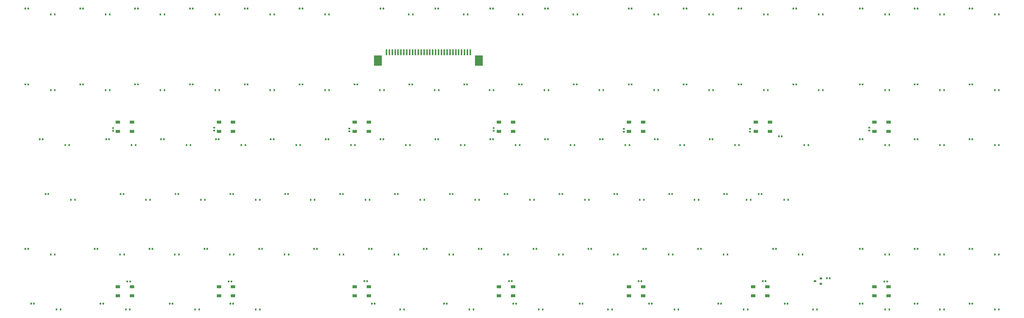
<source format=gbr>
G04 #@! TF.GenerationSoftware,KiCad,Pcbnew,5.1.5-52549c5~84~ubuntu16.04.1*
G04 #@! TF.CreationDate,2020-02-24T16:10:50+06:00*
G04 #@! TF.ProjectId,wasd-kbd80,77617364-2d6b-4626-9438-302e6b696361,rev?*
G04 #@! TF.SameCoordinates,Original*
G04 #@! TF.FileFunction,Paste,Bot*
G04 #@! TF.FilePolarity,Positive*
%FSLAX46Y46*%
G04 Gerber Fmt 4.6, Leading zero omitted, Abs format (unit mm)*
G04 Created by KiCad (PCBNEW 5.1.5-52549c5~84~ubuntu16.04.1) date 2020-02-24 16:10:50*
%MOMM*%
%LPD*%
G04 APERTURE LIST*
%ADD10R,0.600000X0.700000*%
%ADD11C,0.100000*%
%ADD12R,1.500000X1.000000*%
%ADD13R,0.900000X0.800000*%
%ADD14R,0.610000X2.000000*%
%ADD15R,2.680000X3.600000*%
G04 APERTURE END LIST*
D10*
X65700000Y-109000000D03*
X64300000Y-109000000D03*
D11*
G36*
X74676958Y-106680710D02*
G01*
X74691276Y-106682834D01*
X74705317Y-106686351D01*
X74718946Y-106691228D01*
X74732031Y-106697417D01*
X74744447Y-106704858D01*
X74756073Y-106713481D01*
X74766798Y-106723202D01*
X74776519Y-106733927D01*
X74785142Y-106745553D01*
X74792583Y-106757969D01*
X74798772Y-106771054D01*
X74803649Y-106784683D01*
X74807166Y-106798724D01*
X74809290Y-106813042D01*
X74810000Y-106827500D01*
X74810000Y-107172500D01*
X74809290Y-107186958D01*
X74807166Y-107201276D01*
X74803649Y-107215317D01*
X74798772Y-107228946D01*
X74792583Y-107242031D01*
X74785142Y-107254447D01*
X74776519Y-107266073D01*
X74766798Y-107276798D01*
X74756073Y-107286519D01*
X74744447Y-107295142D01*
X74732031Y-107302583D01*
X74718946Y-107308772D01*
X74705317Y-107313649D01*
X74691276Y-107317166D01*
X74676958Y-107319290D01*
X74662500Y-107320000D01*
X74367500Y-107320000D01*
X74353042Y-107319290D01*
X74338724Y-107317166D01*
X74324683Y-107313649D01*
X74311054Y-107308772D01*
X74297969Y-107302583D01*
X74285553Y-107295142D01*
X74273927Y-107286519D01*
X74263202Y-107276798D01*
X74253481Y-107266073D01*
X74244858Y-107254447D01*
X74237417Y-107242031D01*
X74231228Y-107228946D01*
X74226351Y-107215317D01*
X74222834Y-107201276D01*
X74220710Y-107186958D01*
X74220000Y-107172500D01*
X74220000Y-106827500D01*
X74220710Y-106813042D01*
X74222834Y-106798724D01*
X74226351Y-106784683D01*
X74231228Y-106771054D01*
X74237417Y-106757969D01*
X74244858Y-106745553D01*
X74253481Y-106733927D01*
X74263202Y-106723202D01*
X74273927Y-106713481D01*
X74285553Y-106704858D01*
X74297969Y-106697417D01*
X74311054Y-106691228D01*
X74324683Y-106686351D01*
X74338724Y-106682834D01*
X74353042Y-106680710D01*
X74367500Y-106680000D01*
X74662500Y-106680000D01*
X74676958Y-106680710D01*
G37*
G36*
X75646958Y-106680710D02*
G01*
X75661276Y-106682834D01*
X75675317Y-106686351D01*
X75688946Y-106691228D01*
X75702031Y-106697417D01*
X75714447Y-106704858D01*
X75726073Y-106713481D01*
X75736798Y-106723202D01*
X75746519Y-106733927D01*
X75755142Y-106745553D01*
X75762583Y-106757969D01*
X75768772Y-106771054D01*
X75773649Y-106784683D01*
X75777166Y-106798724D01*
X75779290Y-106813042D01*
X75780000Y-106827500D01*
X75780000Y-107172500D01*
X75779290Y-107186958D01*
X75777166Y-107201276D01*
X75773649Y-107215317D01*
X75768772Y-107228946D01*
X75762583Y-107242031D01*
X75755142Y-107254447D01*
X75746519Y-107266073D01*
X75736798Y-107276798D01*
X75726073Y-107286519D01*
X75714447Y-107295142D01*
X75702031Y-107302583D01*
X75688946Y-107308772D01*
X75675317Y-107313649D01*
X75661276Y-107317166D01*
X75646958Y-107319290D01*
X75632500Y-107320000D01*
X75337500Y-107320000D01*
X75323042Y-107319290D01*
X75308724Y-107317166D01*
X75294683Y-107313649D01*
X75281054Y-107308772D01*
X75267969Y-107302583D01*
X75255553Y-107295142D01*
X75243927Y-107286519D01*
X75233202Y-107276798D01*
X75223481Y-107266073D01*
X75214858Y-107254447D01*
X75207417Y-107242031D01*
X75201228Y-107228946D01*
X75196351Y-107215317D01*
X75192834Y-107201276D01*
X75190710Y-107186958D01*
X75190000Y-107172500D01*
X75190000Y-106827500D01*
X75190710Y-106813042D01*
X75192834Y-106798724D01*
X75196351Y-106784683D01*
X75201228Y-106771054D01*
X75207417Y-106757969D01*
X75214858Y-106745553D01*
X75223481Y-106733927D01*
X75233202Y-106723202D01*
X75243927Y-106713481D01*
X75255553Y-106704858D01*
X75267969Y-106697417D01*
X75281054Y-106691228D01*
X75294683Y-106686351D01*
X75308724Y-106682834D01*
X75323042Y-106680710D01*
X75337500Y-106680000D01*
X75632500Y-106680000D01*
X75646958Y-106680710D01*
G37*
G36*
X55676958Y-106680710D02*
G01*
X55691276Y-106682834D01*
X55705317Y-106686351D01*
X55718946Y-106691228D01*
X55732031Y-106697417D01*
X55744447Y-106704858D01*
X55756073Y-106713481D01*
X55766798Y-106723202D01*
X55776519Y-106733927D01*
X55785142Y-106745553D01*
X55792583Y-106757969D01*
X55798772Y-106771054D01*
X55803649Y-106784683D01*
X55807166Y-106798724D01*
X55809290Y-106813042D01*
X55810000Y-106827500D01*
X55810000Y-107172500D01*
X55809290Y-107186958D01*
X55807166Y-107201276D01*
X55803649Y-107215317D01*
X55798772Y-107228946D01*
X55792583Y-107242031D01*
X55785142Y-107254447D01*
X55776519Y-107266073D01*
X55766798Y-107276798D01*
X55756073Y-107286519D01*
X55744447Y-107295142D01*
X55732031Y-107302583D01*
X55718946Y-107308772D01*
X55705317Y-107313649D01*
X55691276Y-107317166D01*
X55676958Y-107319290D01*
X55662500Y-107320000D01*
X55367500Y-107320000D01*
X55353042Y-107319290D01*
X55338724Y-107317166D01*
X55324683Y-107313649D01*
X55311054Y-107308772D01*
X55297969Y-107302583D01*
X55285553Y-107295142D01*
X55273927Y-107286519D01*
X55263202Y-107276798D01*
X55253481Y-107266073D01*
X55244858Y-107254447D01*
X55237417Y-107242031D01*
X55231228Y-107228946D01*
X55226351Y-107215317D01*
X55222834Y-107201276D01*
X55220710Y-107186958D01*
X55220000Y-107172500D01*
X55220000Y-106827500D01*
X55220710Y-106813042D01*
X55222834Y-106798724D01*
X55226351Y-106784683D01*
X55231228Y-106771054D01*
X55237417Y-106757969D01*
X55244858Y-106745553D01*
X55253481Y-106733927D01*
X55263202Y-106723202D01*
X55273927Y-106713481D01*
X55285553Y-106704858D01*
X55297969Y-106697417D01*
X55311054Y-106691228D01*
X55324683Y-106686351D01*
X55338724Y-106682834D01*
X55353042Y-106680710D01*
X55367500Y-106680000D01*
X55662500Y-106680000D01*
X55676958Y-106680710D01*
G37*
G36*
X56646958Y-106680710D02*
G01*
X56661276Y-106682834D01*
X56675317Y-106686351D01*
X56688946Y-106691228D01*
X56702031Y-106697417D01*
X56714447Y-106704858D01*
X56726073Y-106713481D01*
X56736798Y-106723202D01*
X56746519Y-106733927D01*
X56755142Y-106745553D01*
X56762583Y-106757969D01*
X56768772Y-106771054D01*
X56773649Y-106784683D01*
X56777166Y-106798724D01*
X56779290Y-106813042D01*
X56780000Y-106827500D01*
X56780000Y-107172500D01*
X56779290Y-107186958D01*
X56777166Y-107201276D01*
X56773649Y-107215317D01*
X56768772Y-107228946D01*
X56762583Y-107242031D01*
X56755142Y-107254447D01*
X56746519Y-107266073D01*
X56736798Y-107276798D01*
X56726073Y-107286519D01*
X56714447Y-107295142D01*
X56702031Y-107302583D01*
X56688946Y-107308772D01*
X56675317Y-107313649D01*
X56661276Y-107317166D01*
X56646958Y-107319290D01*
X56632500Y-107320000D01*
X56337500Y-107320000D01*
X56323042Y-107319290D01*
X56308724Y-107317166D01*
X56294683Y-107313649D01*
X56281054Y-107308772D01*
X56267969Y-107302583D01*
X56255553Y-107295142D01*
X56243927Y-107286519D01*
X56233202Y-107276798D01*
X56223481Y-107266073D01*
X56214858Y-107254447D01*
X56207417Y-107242031D01*
X56201228Y-107228946D01*
X56196351Y-107215317D01*
X56192834Y-107201276D01*
X56190710Y-107186958D01*
X56190000Y-107172500D01*
X56190000Y-106827500D01*
X56190710Y-106813042D01*
X56192834Y-106798724D01*
X56196351Y-106784683D01*
X56201228Y-106771054D01*
X56207417Y-106757969D01*
X56214858Y-106745553D01*
X56223481Y-106733927D01*
X56233202Y-106723202D01*
X56243927Y-106713481D01*
X56255553Y-106704858D01*
X56267969Y-106697417D01*
X56281054Y-106691228D01*
X56294683Y-106686351D01*
X56308724Y-106682834D01*
X56323042Y-106680710D01*
X56337500Y-106680000D01*
X56632500Y-106680000D01*
X56646958Y-106680710D01*
G37*
G36*
X93676958Y-106680710D02*
G01*
X93691276Y-106682834D01*
X93705317Y-106686351D01*
X93718946Y-106691228D01*
X93732031Y-106697417D01*
X93744447Y-106704858D01*
X93756073Y-106713481D01*
X93766798Y-106723202D01*
X93776519Y-106733927D01*
X93785142Y-106745553D01*
X93792583Y-106757969D01*
X93798772Y-106771054D01*
X93803649Y-106784683D01*
X93807166Y-106798724D01*
X93809290Y-106813042D01*
X93810000Y-106827500D01*
X93810000Y-107172500D01*
X93809290Y-107186958D01*
X93807166Y-107201276D01*
X93803649Y-107215317D01*
X93798772Y-107228946D01*
X93792583Y-107242031D01*
X93785142Y-107254447D01*
X93776519Y-107266073D01*
X93766798Y-107276798D01*
X93756073Y-107286519D01*
X93744447Y-107295142D01*
X93732031Y-107302583D01*
X93718946Y-107308772D01*
X93705317Y-107313649D01*
X93691276Y-107317166D01*
X93676958Y-107319290D01*
X93662500Y-107320000D01*
X93367500Y-107320000D01*
X93353042Y-107319290D01*
X93338724Y-107317166D01*
X93324683Y-107313649D01*
X93311054Y-107308772D01*
X93297969Y-107302583D01*
X93285553Y-107295142D01*
X93273927Y-107286519D01*
X93263202Y-107276798D01*
X93253481Y-107266073D01*
X93244858Y-107254447D01*
X93237417Y-107242031D01*
X93231228Y-107228946D01*
X93226351Y-107215317D01*
X93222834Y-107201276D01*
X93220710Y-107186958D01*
X93220000Y-107172500D01*
X93220000Y-106827500D01*
X93220710Y-106813042D01*
X93222834Y-106798724D01*
X93226351Y-106784683D01*
X93231228Y-106771054D01*
X93237417Y-106757969D01*
X93244858Y-106745553D01*
X93253481Y-106733927D01*
X93263202Y-106723202D01*
X93273927Y-106713481D01*
X93285553Y-106704858D01*
X93297969Y-106697417D01*
X93311054Y-106691228D01*
X93324683Y-106686351D01*
X93338724Y-106682834D01*
X93353042Y-106680710D01*
X93367500Y-106680000D01*
X93662500Y-106680000D01*
X93676958Y-106680710D01*
G37*
G36*
X94646958Y-106680710D02*
G01*
X94661276Y-106682834D01*
X94675317Y-106686351D01*
X94688946Y-106691228D01*
X94702031Y-106697417D01*
X94714447Y-106704858D01*
X94726073Y-106713481D01*
X94736798Y-106723202D01*
X94746519Y-106733927D01*
X94755142Y-106745553D01*
X94762583Y-106757969D01*
X94768772Y-106771054D01*
X94773649Y-106784683D01*
X94777166Y-106798724D01*
X94779290Y-106813042D01*
X94780000Y-106827500D01*
X94780000Y-107172500D01*
X94779290Y-107186958D01*
X94777166Y-107201276D01*
X94773649Y-107215317D01*
X94768772Y-107228946D01*
X94762583Y-107242031D01*
X94755142Y-107254447D01*
X94746519Y-107266073D01*
X94736798Y-107276798D01*
X94726073Y-107286519D01*
X94714447Y-107295142D01*
X94702031Y-107302583D01*
X94688946Y-107308772D01*
X94675317Y-107313649D01*
X94661276Y-107317166D01*
X94646958Y-107319290D01*
X94632500Y-107320000D01*
X94337500Y-107320000D01*
X94323042Y-107319290D01*
X94308724Y-107317166D01*
X94294683Y-107313649D01*
X94281054Y-107308772D01*
X94267969Y-107302583D01*
X94255553Y-107295142D01*
X94243927Y-107286519D01*
X94233202Y-107276798D01*
X94223481Y-107266073D01*
X94214858Y-107254447D01*
X94207417Y-107242031D01*
X94201228Y-107228946D01*
X94196351Y-107215317D01*
X94192834Y-107201276D01*
X94190710Y-107186958D01*
X94190000Y-107172500D01*
X94190000Y-106827500D01*
X94190710Y-106813042D01*
X94192834Y-106798724D01*
X94196351Y-106784683D01*
X94201228Y-106771054D01*
X94207417Y-106757969D01*
X94214858Y-106745553D01*
X94223481Y-106733927D01*
X94233202Y-106723202D01*
X94243927Y-106713481D01*
X94255553Y-106704858D01*
X94267969Y-106697417D01*
X94281054Y-106691228D01*
X94294683Y-106686351D01*
X94308724Y-106682834D01*
X94323042Y-106680710D01*
X94337500Y-106680000D01*
X94632500Y-106680000D01*
X94646958Y-106680710D01*
G37*
G36*
X112676958Y-106680710D02*
G01*
X112691276Y-106682834D01*
X112705317Y-106686351D01*
X112718946Y-106691228D01*
X112732031Y-106697417D01*
X112744447Y-106704858D01*
X112756073Y-106713481D01*
X112766798Y-106723202D01*
X112776519Y-106733927D01*
X112785142Y-106745553D01*
X112792583Y-106757969D01*
X112798772Y-106771054D01*
X112803649Y-106784683D01*
X112807166Y-106798724D01*
X112809290Y-106813042D01*
X112810000Y-106827500D01*
X112810000Y-107172500D01*
X112809290Y-107186958D01*
X112807166Y-107201276D01*
X112803649Y-107215317D01*
X112798772Y-107228946D01*
X112792583Y-107242031D01*
X112785142Y-107254447D01*
X112776519Y-107266073D01*
X112766798Y-107276798D01*
X112756073Y-107286519D01*
X112744447Y-107295142D01*
X112732031Y-107302583D01*
X112718946Y-107308772D01*
X112705317Y-107313649D01*
X112691276Y-107317166D01*
X112676958Y-107319290D01*
X112662500Y-107320000D01*
X112367500Y-107320000D01*
X112353042Y-107319290D01*
X112338724Y-107317166D01*
X112324683Y-107313649D01*
X112311054Y-107308772D01*
X112297969Y-107302583D01*
X112285553Y-107295142D01*
X112273927Y-107286519D01*
X112263202Y-107276798D01*
X112253481Y-107266073D01*
X112244858Y-107254447D01*
X112237417Y-107242031D01*
X112231228Y-107228946D01*
X112226351Y-107215317D01*
X112222834Y-107201276D01*
X112220710Y-107186958D01*
X112220000Y-107172500D01*
X112220000Y-106827500D01*
X112220710Y-106813042D01*
X112222834Y-106798724D01*
X112226351Y-106784683D01*
X112231228Y-106771054D01*
X112237417Y-106757969D01*
X112244858Y-106745553D01*
X112253481Y-106733927D01*
X112263202Y-106723202D01*
X112273927Y-106713481D01*
X112285553Y-106704858D01*
X112297969Y-106697417D01*
X112311054Y-106691228D01*
X112324683Y-106686351D01*
X112338724Y-106682834D01*
X112353042Y-106680710D01*
X112367500Y-106680000D01*
X112662500Y-106680000D01*
X112676958Y-106680710D01*
G37*
G36*
X113646958Y-106680710D02*
G01*
X113661276Y-106682834D01*
X113675317Y-106686351D01*
X113688946Y-106691228D01*
X113702031Y-106697417D01*
X113714447Y-106704858D01*
X113726073Y-106713481D01*
X113736798Y-106723202D01*
X113746519Y-106733927D01*
X113755142Y-106745553D01*
X113762583Y-106757969D01*
X113768772Y-106771054D01*
X113773649Y-106784683D01*
X113777166Y-106798724D01*
X113779290Y-106813042D01*
X113780000Y-106827500D01*
X113780000Y-107172500D01*
X113779290Y-107186958D01*
X113777166Y-107201276D01*
X113773649Y-107215317D01*
X113768772Y-107228946D01*
X113762583Y-107242031D01*
X113755142Y-107254447D01*
X113746519Y-107266073D01*
X113736798Y-107276798D01*
X113726073Y-107286519D01*
X113714447Y-107295142D01*
X113702031Y-107302583D01*
X113688946Y-107308772D01*
X113675317Y-107313649D01*
X113661276Y-107317166D01*
X113646958Y-107319290D01*
X113632500Y-107320000D01*
X113337500Y-107320000D01*
X113323042Y-107319290D01*
X113308724Y-107317166D01*
X113294683Y-107313649D01*
X113281054Y-107308772D01*
X113267969Y-107302583D01*
X113255553Y-107295142D01*
X113243927Y-107286519D01*
X113233202Y-107276798D01*
X113223481Y-107266073D01*
X113214858Y-107254447D01*
X113207417Y-107242031D01*
X113201228Y-107228946D01*
X113196351Y-107215317D01*
X113192834Y-107201276D01*
X113190710Y-107186958D01*
X113190000Y-107172500D01*
X113190000Y-106827500D01*
X113190710Y-106813042D01*
X113192834Y-106798724D01*
X113196351Y-106784683D01*
X113201228Y-106771054D01*
X113207417Y-106757969D01*
X113214858Y-106745553D01*
X113223481Y-106733927D01*
X113233202Y-106723202D01*
X113243927Y-106713481D01*
X113255553Y-106704858D01*
X113267969Y-106697417D01*
X113281054Y-106691228D01*
X113294683Y-106686351D01*
X113308724Y-106682834D01*
X113323042Y-106680710D01*
X113337500Y-106680000D01*
X113632500Y-106680000D01*
X113646958Y-106680710D01*
G37*
G36*
X131676958Y-106680710D02*
G01*
X131691276Y-106682834D01*
X131705317Y-106686351D01*
X131718946Y-106691228D01*
X131732031Y-106697417D01*
X131744447Y-106704858D01*
X131756073Y-106713481D01*
X131766798Y-106723202D01*
X131776519Y-106733927D01*
X131785142Y-106745553D01*
X131792583Y-106757969D01*
X131798772Y-106771054D01*
X131803649Y-106784683D01*
X131807166Y-106798724D01*
X131809290Y-106813042D01*
X131810000Y-106827500D01*
X131810000Y-107172500D01*
X131809290Y-107186958D01*
X131807166Y-107201276D01*
X131803649Y-107215317D01*
X131798772Y-107228946D01*
X131792583Y-107242031D01*
X131785142Y-107254447D01*
X131776519Y-107266073D01*
X131766798Y-107276798D01*
X131756073Y-107286519D01*
X131744447Y-107295142D01*
X131732031Y-107302583D01*
X131718946Y-107308772D01*
X131705317Y-107313649D01*
X131691276Y-107317166D01*
X131676958Y-107319290D01*
X131662500Y-107320000D01*
X131367500Y-107320000D01*
X131353042Y-107319290D01*
X131338724Y-107317166D01*
X131324683Y-107313649D01*
X131311054Y-107308772D01*
X131297969Y-107302583D01*
X131285553Y-107295142D01*
X131273927Y-107286519D01*
X131263202Y-107276798D01*
X131253481Y-107266073D01*
X131244858Y-107254447D01*
X131237417Y-107242031D01*
X131231228Y-107228946D01*
X131226351Y-107215317D01*
X131222834Y-107201276D01*
X131220710Y-107186958D01*
X131220000Y-107172500D01*
X131220000Y-106827500D01*
X131220710Y-106813042D01*
X131222834Y-106798724D01*
X131226351Y-106784683D01*
X131231228Y-106771054D01*
X131237417Y-106757969D01*
X131244858Y-106745553D01*
X131253481Y-106733927D01*
X131263202Y-106723202D01*
X131273927Y-106713481D01*
X131285553Y-106704858D01*
X131297969Y-106697417D01*
X131311054Y-106691228D01*
X131324683Y-106686351D01*
X131338724Y-106682834D01*
X131353042Y-106680710D01*
X131367500Y-106680000D01*
X131662500Y-106680000D01*
X131676958Y-106680710D01*
G37*
G36*
X132646958Y-106680710D02*
G01*
X132661276Y-106682834D01*
X132675317Y-106686351D01*
X132688946Y-106691228D01*
X132702031Y-106697417D01*
X132714447Y-106704858D01*
X132726073Y-106713481D01*
X132736798Y-106723202D01*
X132746519Y-106733927D01*
X132755142Y-106745553D01*
X132762583Y-106757969D01*
X132768772Y-106771054D01*
X132773649Y-106784683D01*
X132777166Y-106798724D01*
X132779290Y-106813042D01*
X132780000Y-106827500D01*
X132780000Y-107172500D01*
X132779290Y-107186958D01*
X132777166Y-107201276D01*
X132773649Y-107215317D01*
X132768772Y-107228946D01*
X132762583Y-107242031D01*
X132755142Y-107254447D01*
X132746519Y-107266073D01*
X132736798Y-107276798D01*
X132726073Y-107286519D01*
X132714447Y-107295142D01*
X132702031Y-107302583D01*
X132688946Y-107308772D01*
X132675317Y-107313649D01*
X132661276Y-107317166D01*
X132646958Y-107319290D01*
X132632500Y-107320000D01*
X132337500Y-107320000D01*
X132323042Y-107319290D01*
X132308724Y-107317166D01*
X132294683Y-107313649D01*
X132281054Y-107308772D01*
X132267969Y-107302583D01*
X132255553Y-107295142D01*
X132243927Y-107286519D01*
X132233202Y-107276798D01*
X132223481Y-107266073D01*
X132214858Y-107254447D01*
X132207417Y-107242031D01*
X132201228Y-107228946D01*
X132196351Y-107215317D01*
X132192834Y-107201276D01*
X132190710Y-107186958D01*
X132190000Y-107172500D01*
X132190000Y-106827500D01*
X132190710Y-106813042D01*
X132192834Y-106798724D01*
X132196351Y-106784683D01*
X132201228Y-106771054D01*
X132207417Y-106757969D01*
X132214858Y-106745553D01*
X132223481Y-106733927D01*
X132233202Y-106723202D01*
X132243927Y-106713481D01*
X132255553Y-106704858D01*
X132267969Y-106697417D01*
X132281054Y-106691228D01*
X132294683Y-106686351D01*
X132308724Y-106682834D01*
X132323042Y-106680710D01*
X132337500Y-106680000D01*
X132632500Y-106680000D01*
X132646958Y-106680710D01*
G37*
G36*
X150676958Y-106680710D02*
G01*
X150691276Y-106682834D01*
X150705317Y-106686351D01*
X150718946Y-106691228D01*
X150732031Y-106697417D01*
X150744447Y-106704858D01*
X150756073Y-106713481D01*
X150766798Y-106723202D01*
X150776519Y-106733927D01*
X150785142Y-106745553D01*
X150792583Y-106757969D01*
X150798772Y-106771054D01*
X150803649Y-106784683D01*
X150807166Y-106798724D01*
X150809290Y-106813042D01*
X150810000Y-106827500D01*
X150810000Y-107172500D01*
X150809290Y-107186958D01*
X150807166Y-107201276D01*
X150803649Y-107215317D01*
X150798772Y-107228946D01*
X150792583Y-107242031D01*
X150785142Y-107254447D01*
X150776519Y-107266073D01*
X150766798Y-107276798D01*
X150756073Y-107286519D01*
X150744447Y-107295142D01*
X150732031Y-107302583D01*
X150718946Y-107308772D01*
X150705317Y-107313649D01*
X150691276Y-107317166D01*
X150676958Y-107319290D01*
X150662500Y-107320000D01*
X150367500Y-107320000D01*
X150353042Y-107319290D01*
X150338724Y-107317166D01*
X150324683Y-107313649D01*
X150311054Y-107308772D01*
X150297969Y-107302583D01*
X150285553Y-107295142D01*
X150273927Y-107286519D01*
X150263202Y-107276798D01*
X150253481Y-107266073D01*
X150244858Y-107254447D01*
X150237417Y-107242031D01*
X150231228Y-107228946D01*
X150226351Y-107215317D01*
X150222834Y-107201276D01*
X150220710Y-107186958D01*
X150220000Y-107172500D01*
X150220000Y-106827500D01*
X150220710Y-106813042D01*
X150222834Y-106798724D01*
X150226351Y-106784683D01*
X150231228Y-106771054D01*
X150237417Y-106757969D01*
X150244858Y-106745553D01*
X150253481Y-106733927D01*
X150263202Y-106723202D01*
X150273927Y-106713481D01*
X150285553Y-106704858D01*
X150297969Y-106697417D01*
X150311054Y-106691228D01*
X150324683Y-106686351D01*
X150338724Y-106682834D01*
X150353042Y-106680710D01*
X150367500Y-106680000D01*
X150662500Y-106680000D01*
X150676958Y-106680710D01*
G37*
G36*
X151646958Y-106680710D02*
G01*
X151661276Y-106682834D01*
X151675317Y-106686351D01*
X151688946Y-106691228D01*
X151702031Y-106697417D01*
X151714447Y-106704858D01*
X151726073Y-106713481D01*
X151736798Y-106723202D01*
X151746519Y-106733927D01*
X151755142Y-106745553D01*
X151762583Y-106757969D01*
X151768772Y-106771054D01*
X151773649Y-106784683D01*
X151777166Y-106798724D01*
X151779290Y-106813042D01*
X151780000Y-106827500D01*
X151780000Y-107172500D01*
X151779290Y-107186958D01*
X151777166Y-107201276D01*
X151773649Y-107215317D01*
X151768772Y-107228946D01*
X151762583Y-107242031D01*
X151755142Y-107254447D01*
X151746519Y-107266073D01*
X151736798Y-107276798D01*
X151726073Y-107286519D01*
X151714447Y-107295142D01*
X151702031Y-107302583D01*
X151688946Y-107308772D01*
X151675317Y-107313649D01*
X151661276Y-107317166D01*
X151646958Y-107319290D01*
X151632500Y-107320000D01*
X151337500Y-107320000D01*
X151323042Y-107319290D01*
X151308724Y-107317166D01*
X151294683Y-107313649D01*
X151281054Y-107308772D01*
X151267969Y-107302583D01*
X151255553Y-107295142D01*
X151243927Y-107286519D01*
X151233202Y-107276798D01*
X151223481Y-107266073D01*
X151214858Y-107254447D01*
X151207417Y-107242031D01*
X151201228Y-107228946D01*
X151196351Y-107215317D01*
X151192834Y-107201276D01*
X151190710Y-107186958D01*
X151190000Y-107172500D01*
X151190000Y-106827500D01*
X151190710Y-106813042D01*
X151192834Y-106798724D01*
X151196351Y-106784683D01*
X151201228Y-106771054D01*
X151207417Y-106757969D01*
X151214858Y-106745553D01*
X151223481Y-106733927D01*
X151233202Y-106723202D01*
X151243927Y-106713481D01*
X151255553Y-106704858D01*
X151267969Y-106697417D01*
X151281054Y-106691228D01*
X151294683Y-106686351D01*
X151308724Y-106682834D01*
X151323042Y-106680710D01*
X151337500Y-106680000D01*
X151632500Y-106680000D01*
X151646958Y-106680710D01*
G37*
G36*
X178676958Y-106680710D02*
G01*
X178691276Y-106682834D01*
X178705317Y-106686351D01*
X178718946Y-106691228D01*
X178732031Y-106697417D01*
X178744447Y-106704858D01*
X178756073Y-106713481D01*
X178766798Y-106723202D01*
X178776519Y-106733927D01*
X178785142Y-106745553D01*
X178792583Y-106757969D01*
X178798772Y-106771054D01*
X178803649Y-106784683D01*
X178807166Y-106798724D01*
X178809290Y-106813042D01*
X178810000Y-106827500D01*
X178810000Y-107172500D01*
X178809290Y-107186958D01*
X178807166Y-107201276D01*
X178803649Y-107215317D01*
X178798772Y-107228946D01*
X178792583Y-107242031D01*
X178785142Y-107254447D01*
X178776519Y-107266073D01*
X178766798Y-107276798D01*
X178756073Y-107286519D01*
X178744447Y-107295142D01*
X178732031Y-107302583D01*
X178718946Y-107308772D01*
X178705317Y-107313649D01*
X178691276Y-107317166D01*
X178676958Y-107319290D01*
X178662500Y-107320000D01*
X178367500Y-107320000D01*
X178353042Y-107319290D01*
X178338724Y-107317166D01*
X178324683Y-107313649D01*
X178311054Y-107308772D01*
X178297969Y-107302583D01*
X178285553Y-107295142D01*
X178273927Y-107286519D01*
X178263202Y-107276798D01*
X178253481Y-107266073D01*
X178244858Y-107254447D01*
X178237417Y-107242031D01*
X178231228Y-107228946D01*
X178226351Y-107215317D01*
X178222834Y-107201276D01*
X178220710Y-107186958D01*
X178220000Y-107172500D01*
X178220000Y-106827500D01*
X178220710Y-106813042D01*
X178222834Y-106798724D01*
X178226351Y-106784683D01*
X178231228Y-106771054D01*
X178237417Y-106757969D01*
X178244858Y-106745553D01*
X178253481Y-106733927D01*
X178263202Y-106723202D01*
X178273927Y-106713481D01*
X178285553Y-106704858D01*
X178297969Y-106697417D01*
X178311054Y-106691228D01*
X178324683Y-106686351D01*
X178338724Y-106682834D01*
X178353042Y-106680710D01*
X178367500Y-106680000D01*
X178662500Y-106680000D01*
X178676958Y-106680710D01*
G37*
G36*
X179646958Y-106680710D02*
G01*
X179661276Y-106682834D01*
X179675317Y-106686351D01*
X179688946Y-106691228D01*
X179702031Y-106697417D01*
X179714447Y-106704858D01*
X179726073Y-106713481D01*
X179736798Y-106723202D01*
X179746519Y-106733927D01*
X179755142Y-106745553D01*
X179762583Y-106757969D01*
X179768772Y-106771054D01*
X179773649Y-106784683D01*
X179777166Y-106798724D01*
X179779290Y-106813042D01*
X179780000Y-106827500D01*
X179780000Y-107172500D01*
X179779290Y-107186958D01*
X179777166Y-107201276D01*
X179773649Y-107215317D01*
X179768772Y-107228946D01*
X179762583Y-107242031D01*
X179755142Y-107254447D01*
X179746519Y-107266073D01*
X179736798Y-107276798D01*
X179726073Y-107286519D01*
X179714447Y-107295142D01*
X179702031Y-107302583D01*
X179688946Y-107308772D01*
X179675317Y-107313649D01*
X179661276Y-107317166D01*
X179646958Y-107319290D01*
X179632500Y-107320000D01*
X179337500Y-107320000D01*
X179323042Y-107319290D01*
X179308724Y-107317166D01*
X179294683Y-107313649D01*
X179281054Y-107308772D01*
X179267969Y-107302583D01*
X179255553Y-107295142D01*
X179243927Y-107286519D01*
X179233202Y-107276798D01*
X179223481Y-107266073D01*
X179214858Y-107254447D01*
X179207417Y-107242031D01*
X179201228Y-107228946D01*
X179196351Y-107215317D01*
X179192834Y-107201276D01*
X179190710Y-107186958D01*
X179190000Y-107172500D01*
X179190000Y-106827500D01*
X179190710Y-106813042D01*
X179192834Y-106798724D01*
X179196351Y-106784683D01*
X179201228Y-106771054D01*
X179207417Y-106757969D01*
X179214858Y-106745553D01*
X179223481Y-106733927D01*
X179233202Y-106723202D01*
X179243927Y-106713481D01*
X179255553Y-106704858D01*
X179267969Y-106697417D01*
X179281054Y-106691228D01*
X179294683Y-106686351D01*
X179308724Y-106682834D01*
X179323042Y-106680710D01*
X179337500Y-106680000D01*
X179632500Y-106680000D01*
X179646958Y-106680710D01*
G37*
G36*
X197676958Y-106680710D02*
G01*
X197691276Y-106682834D01*
X197705317Y-106686351D01*
X197718946Y-106691228D01*
X197732031Y-106697417D01*
X197744447Y-106704858D01*
X197756073Y-106713481D01*
X197766798Y-106723202D01*
X197776519Y-106733927D01*
X197785142Y-106745553D01*
X197792583Y-106757969D01*
X197798772Y-106771054D01*
X197803649Y-106784683D01*
X197807166Y-106798724D01*
X197809290Y-106813042D01*
X197810000Y-106827500D01*
X197810000Y-107172500D01*
X197809290Y-107186958D01*
X197807166Y-107201276D01*
X197803649Y-107215317D01*
X197798772Y-107228946D01*
X197792583Y-107242031D01*
X197785142Y-107254447D01*
X197776519Y-107266073D01*
X197766798Y-107276798D01*
X197756073Y-107286519D01*
X197744447Y-107295142D01*
X197732031Y-107302583D01*
X197718946Y-107308772D01*
X197705317Y-107313649D01*
X197691276Y-107317166D01*
X197676958Y-107319290D01*
X197662500Y-107320000D01*
X197367500Y-107320000D01*
X197353042Y-107319290D01*
X197338724Y-107317166D01*
X197324683Y-107313649D01*
X197311054Y-107308772D01*
X197297969Y-107302583D01*
X197285553Y-107295142D01*
X197273927Y-107286519D01*
X197263202Y-107276798D01*
X197253481Y-107266073D01*
X197244858Y-107254447D01*
X197237417Y-107242031D01*
X197231228Y-107228946D01*
X197226351Y-107215317D01*
X197222834Y-107201276D01*
X197220710Y-107186958D01*
X197220000Y-107172500D01*
X197220000Y-106827500D01*
X197220710Y-106813042D01*
X197222834Y-106798724D01*
X197226351Y-106784683D01*
X197231228Y-106771054D01*
X197237417Y-106757969D01*
X197244858Y-106745553D01*
X197253481Y-106733927D01*
X197263202Y-106723202D01*
X197273927Y-106713481D01*
X197285553Y-106704858D01*
X197297969Y-106697417D01*
X197311054Y-106691228D01*
X197324683Y-106686351D01*
X197338724Y-106682834D01*
X197353042Y-106680710D01*
X197367500Y-106680000D01*
X197662500Y-106680000D01*
X197676958Y-106680710D01*
G37*
G36*
X198646958Y-106680710D02*
G01*
X198661276Y-106682834D01*
X198675317Y-106686351D01*
X198688946Y-106691228D01*
X198702031Y-106697417D01*
X198714447Y-106704858D01*
X198726073Y-106713481D01*
X198736798Y-106723202D01*
X198746519Y-106733927D01*
X198755142Y-106745553D01*
X198762583Y-106757969D01*
X198768772Y-106771054D01*
X198773649Y-106784683D01*
X198777166Y-106798724D01*
X198779290Y-106813042D01*
X198780000Y-106827500D01*
X198780000Y-107172500D01*
X198779290Y-107186958D01*
X198777166Y-107201276D01*
X198773649Y-107215317D01*
X198768772Y-107228946D01*
X198762583Y-107242031D01*
X198755142Y-107254447D01*
X198746519Y-107266073D01*
X198736798Y-107276798D01*
X198726073Y-107286519D01*
X198714447Y-107295142D01*
X198702031Y-107302583D01*
X198688946Y-107308772D01*
X198675317Y-107313649D01*
X198661276Y-107317166D01*
X198646958Y-107319290D01*
X198632500Y-107320000D01*
X198337500Y-107320000D01*
X198323042Y-107319290D01*
X198308724Y-107317166D01*
X198294683Y-107313649D01*
X198281054Y-107308772D01*
X198267969Y-107302583D01*
X198255553Y-107295142D01*
X198243927Y-107286519D01*
X198233202Y-107276798D01*
X198223481Y-107266073D01*
X198214858Y-107254447D01*
X198207417Y-107242031D01*
X198201228Y-107228946D01*
X198196351Y-107215317D01*
X198192834Y-107201276D01*
X198190710Y-107186958D01*
X198190000Y-107172500D01*
X198190000Y-106827500D01*
X198190710Y-106813042D01*
X198192834Y-106798724D01*
X198196351Y-106784683D01*
X198201228Y-106771054D01*
X198207417Y-106757969D01*
X198214858Y-106745553D01*
X198223481Y-106733927D01*
X198233202Y-106723202D01*
X198243927Y-106713481D01*
X198255553Y-106704858D01*
X198267969Y-106697417D01*
X198281054Y-106691228D01*
X198294683Y-106686351D01*
X198308724Y-106682834D01*
X198323042Y-106680710D01*
X198337500Y-106680000D01*
X198632500Y-106680000D01*
X198646958Y-106680710D01*
G37*
G36*
X216676958Y-106680710D02*
G01*
X216691276Y-106682834D01*
X216705317Y-106686351D01*
X216718946Y-106691228D01*
X216732031Y-106697417D01*
X216744447Y-106704858D01*
X216756073Y-106713481D01*
X216766798Y-106723202D01*
X216776519Y-106733927D01*
X216785142Y-106745553D01*
X216792583Y-106757969D01*
X216798772Y-106771054D01*
X216803649Y-106784683D01*
X216807166Y-106798724D01*
X216809290Y-106813042D01*
X216810000Y-106827500D01*
X216810000Y-107172500D01*
X216809290Y-107186958D01*
X216807166Y-107201276D01*
X216803649Y-107215317D01*
X216798772Y-107228946D01*
X216792583Y-107242031D01*
X216785142Y-107254447D01*
X216776519Y-107266073D01*
X216766798Y-107276798D01*
X216756073Y-107286519D01*
X216744447Y-107295142D01*
X216732031Y-107302583D01*
X216718946Y-107308772D01*
X216705317Y-107313649D01*
X216691276Y-107317166D01*
X216676958Y-107319290D01*
X216662500Y-107320000D01*
X216367500Y-107320000D01*
X216353042Y-107319290D01*
X216338724Y-107317166D01*
X216324683Y-107313649D01*
X216311054Y-107308772D01*
X216297969Y-107302583D01*
X216285553Y-107295142D01*
X216273927Y-107286519D01*
X216263202Y-107276798D01*
X216253481Y-107266073D01*
X216244858Y-107254447D01*
X216237417Y-107242031D01*
X216231228Y-107228946D01*
X216226351Y-107215317D01*
X216222834Y-107201276D01*
X216220710Y-107186958D01*
X216220000Y-107172500D01*
X216220000Y-106827500D01*
X216220710Y-106813042D01*
X216222834Y-106798724D01*
X216226351Y-106784683D01*
X216231228Y-106771054D01*
X216237417Y-106757969D01*
X216244858Y-106745553D01*
X216253481Y-106733927D01*
X216263202Y-106723202D01*
X216273927Y-106713481D01*
X216285553Y-106704858D01*
X216297969Y-106697417D01*
X216311054Y-106691228D01*
X216324683Y-106686351D01*
X216338724Y-106682834D01*
X216353042Y-106680710D01*
X216367500Y-106680000D01*
X216662500Y-106680000D01*
X216676958Y-106680710D01*
G37*
G36*
X217646958Y-106680710D02*
G01*
X217661276Y-106682834D01*
X217675317Y-106686351D01*
X217688946Y-106691228D01*
X217702031Y-106697417D01*
X217714447Y-106704858D01*
X217726073Y-106713481D01*
X217736798Y-106723202D01*
X217746519Y-106733927D01*
X217755142Y-106745553D01*
X217762583Y-106757969D01*
X217768772Y-106771054D01*
X217773649Y-106784683D01*
X217777166Y-106798724D01*
X217779290Y-106813042D01*
X217780000Y-106827500D01*
X217780000Y-107172500D01*
X217779290Y-107186958D01*
X217777166Y-107201276D01*
X217773649Y-107215317D01*
X217768772Y-107228946D01*
X217762583Y-107242031D01*
X217755142Y-107254447D01*
X217746519Y-107266073D01*
X217736798Y-107276798D01*
X217726073Y-107286519D01*
X217714447Y-107295142D01*
X217702031Y-107302583D01*
X217688946Y-107308772D01*
X217675317Y-107313649D01*
X217661276Y-107317166D01*
X217646958Y-107319290D01*
X217632500Y-107320000D01*
X217337500Y-107320000D01*
X217323042Y-107319290D01*
X217308724Y-107317166D01*
X217294683Y-107313649D01*
X217281054Y-107308772D01*
X217267969Y-107302583D01*
X217255553Y-107295142D01*
X217243927Y-107286519D01*
X217233202Y-107276798D01*
X217223481Y-107266073D01*
X217214858Y-107254447D01*
X217207417Y-107242031D01*
X217201228Y-107228946D01*
X217196351Y-107215317D01*
X217192834Y-107201276D01*
X217190710Y-107186958D01*
X217190000Y-107172500D01*
X217190000Y-106827500D01*
X217190710Y-106813042D01*
X217192834Y-106798724D01*
X217196351Y-106784683D01*
X217201228Y-106771054D01*
X217207417Y-106757969D01*
X217214858Y-106745553D01*
X217223481Y-106733927D01*
X217233202Y-106723202D01*
X217243927Y-106713481D01*
X217255553Y-106704858D01*
X217267969Y-106697417D01*
X217281054Y-106691228D01*
X217294683Y-106686351D01*
X217308724Y-106682834D01*
X217323042Y-106680710D01*
X217337500Y-106680000D01*
X217632500Y-106680000D01*
X217646958Y-106680710D01*
G37*
G36*
X236646958Y-106680710D02*
G01*
X236661276Y-106682834D01*
X236675317Y-106686351D01*
X236688946Y-106691228D01*
X236702031Y-106697417D01*
X236714447Y-106704858D01*
X236726073Y-106713481D01*
X236736798Y-106723202D01*
X236746519Y-106733927D01*
X236755142Y-106745553D01*
X236762583Y-106757969D01*
X236768772Y-106771054D01*
X236773649Y-106784683D01*
X236777166Y-106798724D01*
X236779290Y-106813042D01*
X236780000Y-106827500D01*
X236780000Y-107172500D01*
X236779290Y-107186958D01*
X236777166Y-107201276D01*
X236773649Y-107215317D01*
X236768772Y-107228946D01*
X236762583Y-107242031D01*
X236755142Y-107254447D01*
X236746519Y-107266073D01*
X236736798Y-107276798D01*
X236726073Y-107286519D01*
X236714447Y-107295142D01*
X236702031Y-107302583D01*
X236688946Y-107308772D01*
X236675317Y-107313649D01*
X236661276Y-107317166D01*
X236646958Y-107319290D01*
X236632500Y-107320000D01*
X236337500Y-107320000D01*
X236323042Y-107319290D01*
X236308724Y-107317166D01*
X236294683Y-107313649D01*
X236281054Y-107308772D01*
X236267969Y-107302583D01*
X236255553Y-107295142D01*
X236243927Y-107286519D01*
X236233202Y-107276798D01*
X236223481Y-107266073D01*
X236214858Y-107254447D01*
X236207417Y-107242031D01*
X236201228Y-107228946D01*
X236196351Y-107215317D01*
X236192834Y-107201276D01*
X236190710Y-107186958D01*
X236190000Y-107172500D01*
X236190000Y-106827500D01*
X236190710Y-106813042D01*
X236192834Y-106798724D01*
X236196351Y-106784683D01*
X236201228Y-106771054D01*
X236207417Y-106757969D01*
X236214858Y-106745553D01*
X236223481Y-106733927D01*
X236233202Y-106723202D01*
X236243927Y-106713481D01*
X236255553Y-106704858D01*
X236267969Y-106697417D01*
X236281054Y-106691228D01*
X236294683Y-106686351D01*
X236308724Y-106682834D01*
X236323042Y-106680710D01*
X236337500Y-106680000D01*
X236632500Y-106680000D01*
X236646958Y-106680710D01*
G37*
G36*
X235676958Y-106680710D02*
G01*
X235691276Y-106682834D01*
X235705317Y-106686351D01*
X235718946Y-106691228D01*
X235732031Y-106697417D01*
X235744447Y-106704858D01*
X235756073Y-106713481D01*
X235766798Y-106723202D01*
X235776519Y-106733927D01*
X235785142Y-106745553D01*
X235792583Y-106757969D01*
X235798772Y-106771054D01*
X235803649Y-106784683D01*
X235807166Y-106798724D01*
X235809290Y-106813042D01*
X235810000Y-106827500D01*
X235810000Y-107172500D01*
X235809290Y-107186958D01*
X235807166Y-107201276D01*
X235803649Y-107215317D01*
X235798772Y-107228946D01*
X235792583Y-107242031D01*
X235785142Y-107254447D01*
X235776519Y-107266073D01*
X235766798Y-107276798D01*
X235756073Y-107286519D01*
X235744447Y-107295142D01*
X235732031Y-107302583D01*
X235718946Y-107308772D01*
X235705317Y-107313649D01*
X235691276Y-107317166D01*
X235676958Y-107319290D01*
X235662500Y-107320000D01*
X235367500Y-107320000D01*
X235353042Y-107319290D01*
X235338724Y-107317166D01*
X235324683Y-107313649D01*
X235311054Y-107308772D01*
X235297969Y-107302583D01*
X235285553Y-107295142D01*
X235273927Y-107286519D01*
X235263202Y-107276798D01*
X235253481Y-107266073D01*
X235244858Y-107254447D01*
X235237417Y-107242031D01*
X235231228Y-107228946D01*
X235226351Y-107215317D01*
X235222834Y-107201276D01*
X235220710Y-107186958D01*
X235220000Y-107172500D01*
X235220000Y-106827500D01*
X235220710Y-106813042D01*
X235222834Y-106798724D01*
X235226351Y-106784683D01*
X235231228Y-106771054D01*
X235237417Y-106757969D01*
X235244858Y-106745553D01*
X235253481Y-106733927D01*
X235263202Y-106723202D01*
X235273927Y-106713481D01*
X235285553Y-106704858D01*
X235297969Y-106697417D01*
X235311054Y-106691228D01*
X235324683Y-106686351D01*
X235338724Y-106682834D01*
X235353042Y-106680710D01*
X235367500Y-106680000D01*
X235662500Y-106680000D01*
X235676958Y-106680710D01*
G37*
G36*
X265646958Y-106680710D02*
G01*
X265661276Y-106682834D01*
X265675317Y-106686351D01*
X265688946Y-106691228D01*
X265702031Y-106697417D01*
X265714447Y-106704858D01*
X265726073Y-106713481D01*
X265736798Y-106723202D01*
X265746519Y-106733927D01*
X265755142Y-106745553D01*
X265762583Y-106757969D01*
X265768772Y-106771054D01*
X265773649Y-106784683D01*
X265777166Y-106798724D01*
X265779290Y-106813042D01*
X265780000Y-106827500D01*
X265780000Y-107172500D01*
X265779290Y-107186958D01*
X265777166Y-107201276D01*
X265773649Y-107215317D01*
X265768772Y-107228946D01*
X265762583Y-107242031D01*
X265755142Y-107254447D01*
X265746519Y-107266073D01*
X265736798Y-107276798D01*
X265726073Y-107286519D01*
X265714447Y-107295142D01*
X265702031Y-107302583D01*
X265688946Y-107308772D01*
X265675317Y-107313649D01*
X265661276Y-107317166D01*
X265646958Y-107319290D01*
X265632500Y-107320000D01*
X265337500Y-107320000D01*
X265323042Y-107319290D01*
X265308724Y-107317166D01*
X265294683Y-107313649D01*
X265281054Y-107308772D01*
X265267969Y-107302583D01*
X265255553Y-107295142D01*
X265243927Y-107286519D01*
X265233202Y-107276798D01*
X265223481Y-107266073D01*
X265214858Y-107254447D01*
X265207417Y-107242031D01*
X265201228Y-107228946D01*
X265196351Y-107215317D01*
X265192834Y-107201276D01*
X265190710Y-107186958D01*
X265190000Y-107172500D01*
X265190000Y-106827500D01*
X265190710Y-106813042D01*
X265192834Y-106798724D01*
X265196351Y-106784683D01*
X265201228Y-106771054D01*
X265207417Y-106757969D01*
X265214858Y-106745553D01*
X265223481Y-106733927D01*
X265233202Y-106723202D01*
X265243927Y-106713481D01*
X265255553Y-106704858D01*
X265267969Y-106697417D01*
X265281054Y-106691228D01*
X265294683Y-106686351D01*
X265308724Y-106682834D01*
X265323042Y-106680710D01*
X265337500Y-106680000D01*
X265632500Y-106680000D01*
X265646958Y-106680710D01*
G37*
G36*
X264676958Y-106680710D02*
G01*
X264691276Y-106682834D01*
X264705317Y-106686351D01*
X264718946Y-106691228D01*
X264732031Y-106697417D01*
X264744447Y-106704858D01*
X264756073Y-106713481D01*
X264766798Y-106723202D01*
X264776519Y-106733927D01*
X264785142Y-106745553D01*
X264792583Y-106757969D01*
X264798772Y-106771054D01*
X264803649Y-106784683D01*
X264807166Y-106798724D01*
X264809290Y-106813042D01*
X264810000Y-106827500D01*
X264810000Y-107172500D01*
X264809290Y-107186958D01*
X264807166Y-107201276D01*
X264803649Y-107215317D01*
X264798772Y-107228946D01*
X264792583Y-107242031D01*
X264785142Y-107254447D01*
X264776519Y-107266073D01*
X264766798Y-107276798D01*
X264756073Y-107286519D01*
X264744447Y-107295142D01*
X264732031Y-107302583D01*
X264718946Y-107308772D01*
X264705317Y-107313649D01*
X264691276Y-107317166D01*
X264676958Y-107319290D01*
X264662500Y-107320000D01*
X264367500Y-107320000D01*
X264353042Y-107319290D01*
X264338724Y-107317166D01*
X264324683Y-107313649D01*
X264311054Y-107308772D01*
X264297969Y-107302583D01*
X264285553Y-107295142D01*
X264273927Y-107286519D01*
X264263202Y-107276798D01*
X264253481Y-107266073D01*
X264244858Y-107254447D01*
X264237417Y-107242031D01*
X264231228Y-107228946D01*
X264226351Y-107215317D01*
X264222834Y-107201276D01*
X264220710Y-107186958D01*
X264220000Y-107172500D01*
X264220000Y-106827500D01*
X264220710Y-106813042D01*
X264222834Y-106798724D01*
X264226351Y-106784683D01*
X264231228Y-106771054D01*
X264237417Y-106757969D01*
X264244858Y-106745553D01*
X264253481Y-106733927D01*
X264263202Y-106723202D01*
X264273927Y-106713481D01*
X264285553Y-106704858D01*
X264297969Y-106697417D01*
X264311054Y-106691228D01*
X264324683Y-106686351D01*
X264338724Y-106682834D01*
X264353042Y-106680710D01*
X264367500Y-106680000D01*
X264662500Y-106680000D01*
X264676958Y-106680710D01*
G37*
G36*
X284646958Y-106680710D02*
G01*
X284661276Y-106682834D01*
X284675317Y-106686351D01*
X284688946Y-106691228D01*
X284702031Y-106697417D01*
X284714447Y-106704858D01*
X284726073Y-106713481D01*
X284736798Y-106723202D01*
X284746519Y-106733927D01*
X284755142Y-106745553D01*
X284762583Y-106757969D01*
X284768772Y-106771054D01*
X284773649Y-106784683D01*
X284777166Y-106798724D01*
X284779290Y-106813042D01*
X284780000Y-106827500D01*
X284780000Y-107172500D01*
X284779290Y-107186958D01*
X284777166Y-107201276D01*
X284773649Y-107215317D01*
X284768772Y-107228946D01*
X284762583Y-107242031D01*
X284755142Y-107254447D01*
X284746519Y-107266073D01*
X284736798Y-107276798D01*
X284726073Y-107286519D01*
X284714447Y-107295142D01*
X284702031Y-107302583D01*
X284688946Y-107308772D01*
X284675317Y-107313649D01*
X284661276Y-107317166D01*
X284646958Y-107319290D01*
X284632500Y-107320000D01*
X284337500Y-107320000D01*
X284323042Y-107319290D01*
X284308724Y-107317166D01*
X284294683Y-107313649D01*
X284281054Y-107308772D01*
X284267969Y-107302583D01*
X284255553Y-107295142D01*
X284243927Y-107286519D01*
X284233202Y-107276798D01*
X284223481Y-107266073D01*
X284214858Y-107254447D01*
X284207417Y-107242031D01*
X284201228Y-107228946D01*
X284196351Y-107215317D01*
X284192834Y-107201276D01*
X284190710Y-107186958D01*
X284190000Y-107172500D01*
X284190000Y-106827500D01*
X284190710Y-106813042D01*
X284192834Y-106798724D01*
X284196351Y-106784683D01*
X284201228Y-106771054D01*
X284207417Y-106757969D01*
X284214858Y-106745553D01*
X284223481Y-106733927D01*
X284233202Y-106723202D01*
X284243927Y-106713481D01*
X284255553Y-106704858D01*
X284267969Y-106697417D01*
X284281054Y-106691228D01*
X284294683Y-106686351D01*
X284308724Y-106682834D01*
X284323042Y-106680710D01*
X284337500Y-106680000D01*
X284632500Y-106680000D01*
X284646958Y-106680710D01*
G37*
G36*
X283676958Y-106680710D02*
G01*
X283691276Y-106682834D01*
X283705317Y-106686351D01*
X283718946Y-106691228D01*
X283732031Y-106697417D01*
X283744447Y-106704858D01*
X283756073Y-106713481D01*
X283766798Y-106723202D01*
X283776519Y-106733927D01*
X283785142Y-106745553D01*
X283792583Y-106757969D01*
X283798772Y-106771054D01*
X283803649Y-106784683D01*
X283807166Y-106798724D01*
X283809290Y-106813042D01*
X283810000Y-106827500D01*
X283810000Y-107172500D01*
X283809290Y-107186958D01*
X283807166Y-107201276D01*
X283803649Y-107215317D01*
X283798772Y-107228946D01*
X283792583Y-107242031D01*
X283785142Y-107254447D01*
X283776519Y-107266073D01*
X283766798Y-107276798D01*
X283756073Y-107286519D01*
X283744447Y-107295142D01*
X283732031Y-107302583D01*
X283718946Y-107308772D01*
X283705317Y-107313649D01*
X283691276Y-107317166D01*
X283676958Y-107319290D01*
X283662500Y-107320000D01*
X283367500Y-107320000D01*
X283353042Y-107319290D01*
X283338724Y-107317166D01*
X283324683Y-107313649D01*
X283311054Y-107308772D01*
X283297969Y-107302583D01*
X283285553Y-107295142D01*
X283273927Y-107286519D01*
X283263202Y-107276798D01*
X283253481Y-107266073D01*
X283244858Y-107254447D01*
X283237417Y-107242031D01*
X283231228Y-107228946D01*
X283226351Y-107215317D01*
X283222834Y-107201276D01*
X283220710Y-107186958D01*
X283220000Y-107172500D01*
X283220000Y-106827500D01*
X283220710Y-106813042D01*
X283222834Y-106798724D01*
X283226351Y-106784683D01*
X283231228Y-106771054D01*
X283237417Y-106757969D01*
X283244858Y-106745553D01*
X283253481Y-106733927D01*
X283263202Y-106723202D01*
X283273927Y-106713481D01*
X283285553Y-106704858D01*
X283297969Y-106697417D01*
X283311054Y-106691228D01*
X283324683Y-106686351D01*
X283338724Y-106682834D01*
X283353042Y-106680710D01*
X283367500Y-106680000D01*
X283662500Y-106680000D01*
X283676958Y-106680710D01*
G37*
G36*
X303646958Y-106680710D02*
G01*
X303661276Y-106682834D01*
X303675317Y-106686351D01*
X303688946Y-106691228D01*
X303702031Y-106697417D01*
X303714447Y-106704858D01*
X303726073Y-106713481D01*
X303736798Y-106723202D01*
X303746519Y-106733927D01*
X303755142Y-106745553D01*
X303762583Y-106757969D01*
X303768772Y-106771054D01*
X303773649Y-106784683D01*
X303777166Y-106798724D01*
X303779290Y-106813042D01*
X303780000Y-106827500D01*
X303780000Y-107172500D01*
X303779290Y-107186958D01*
X303777166Y-107201276D01*
X303773649Y-107215317D01*
X303768772Y-107228946D01*
X303762583Y-107242031D01*
X303755142Y-107254447D01*
X303746519Y-107266073D01*
X303736798Y-107276798D01*
X303726073Y-107286519D01*
X303714447Y-107295142D01*
X303702031Y-107302583D01*
X303688946Y-107308772D01*
X303675317Y-107313649D01*
X303661276Y-107317166D01*
X303646958Y-107319290D01*
X303632500Y-107320000D01*
X303337500Y-107320000D01*
X303323042Y-107319290D01*
X303308724Y-107317166D01*
X303294683Y-107313649D01*
X303281054Y-107308772D01*
X303267969Y-107302583D01*
X303255553Y-107295142D01*
X303243927Y-107286519D01*
X303233202Y-107276798D01*
X303223481Y-107266073D01*
X303214858Y-107254447D01*
X303207417Y-107242031D01*
X303201228Y-107228946D01*
X303196351Y-107215317D01*
X303192834Y-107201276D01*
X303190710Y-107186958D01*
X303190000Y-107172500D01*
X303190000Y-106827500D01*
X303190710Y-106813042D01*
X303192834Y-106798724D01*
X303196351Y-106784683D01*
X303201228Y-106771054D01*
X303207417Y-106757969D01*
X303214858Y-106745553D01*
X303223481Y-106733927D01*
X303233202Y-106723202D01*
X303243927Y-106713481D01*
X303255553Y-106704858D01*
X303267969Y-106697417D01*
X303281054Y-106691228D01*
X303294683Y-106686351D01*
X303308724Y-106682834D01*
X303323042Y-106680710D01*
X303337500Y-106680000D01*
X303632500Y-106680000D01*
X303646958Y-106680710D01*
G37*
G36*
X302676958Y-106680710D02*
G01*
X302691276Y-106682834D01*
X302705317Y-106686351D01*
X302718946Y-106691228D01*
X302732031Y-106697417D01*
X302744447Y-106704858D01*
X302756073Y-106713481D01*
X302766798Y-106723202D01*
X302776519Y-106733927D01*
X302785142Y-106745553D01*
X302792583Y-106757969D01*
X302798772Y-106771054D01*
X302803649Y-106784683D01*
X302807166Y-106798724D01*
X302809290Y-106813042D01*
X302810000Y-106827500D01*
X302810000Y-107172500D01*
X302809290Y-107186958D01*
X302807166Y-107201276D01*
X302803649Y-107215317D01*
X302798772Y-107228946D01*
X302792583Y-107242031D01*
X302785142Y-107254447D01*
X302776519Y-107266073D01*
X302766798Y-107276798D01*
X302756073Y-107286519D01*
X302744447Y-107295142D01*
X302732031Y-107302583D01*
X302718946Y-107308772D01*
X302705317Y-107313649D01*
X302691276Y-107317166D01*
X302676958Y-107319290D01*
X302662500Y-107320000D01*
X302367500Y-107320000D01*
X302353042Y-107319290D01*
X302338724Y-107317166D01*
X302324683Y-107313649D01*
X302311054Y-107308772D01*
X302297969Y-107302583D01*
X302285553Y-107295142D01*
X302273927Y-107286519D01*
X302263202Y-107276798D01*
X302253481Y-107266073D01*
X302244858Y-107254447D01*
X302237417Y-107242031D01*
X302231228Y-107228946D01*
X302226351Y-107215317D01*
X302222834Y-107201276D01*
X302220710Y-107186958D01*
X302220000Y-107172500D01*
X302220000Y-106827500D01*
X302220710Y-106813042D01*
X302222834Y-106798724D01*
X302226351Y-106784683D01*
X302231228Y-106771054D01*
X302237417Y-106757969D01*
X302244858Y-106745553D01*
X302253481Y-106733927D01*
X302263202Y-106723202D01*
X302273927Y-106713481D01*
X302285553Y-106704858D01*
X302297969Y-106697417D01*
X302311054Y-106691228D01*
X302324683Y-106686351D01*
X302338724Y-106682834D01*
X302353042Y-106680710D01*
X302367500Y-106680000D01*
X302662500Y-106680000D01*
X302676958Y-106680710D01*
G37*
G36*
X322646958Y-106680710D02*
G01*
X322661276Y-106682834D01*
X322675317Y-106686351D01*
X322688946Y-106691228D01*
X322702031Y-106697417D01*
X322714447Y-106704858D01*
X322726073Y-106713481D01*
X322736798Y-106723202D01*
X322746519Y-106733927D01*
X322755142Y-106745553D01*
X322762583Y-106757969D01*
X322768772Y-106771054D01*
X322773649Y-106784683D01*
X322777166Y-106798724D01*
X322779290Y-106813042D01*
X322780000Y-106827500D01*
X322780000Y-107172500D01*
X322779290Y-107186958D01*
X322777166Y-107201276D01*
X322773649Y-107215317D01*
X322768772Y-107228946D01*
X322762583Y-107242031D01*
X322755142Y-107254447D01*
X322746519Y-107266073D01*
X322736798Y-107276798D01*
X322726073Y-107286519D01*
X322714447Y-107295142D01*
X322702031Y-107302583D01*
X322688946Y-107308772D01*
X322675317Y-107313649D01*
X322661276Y-107317166D01*
X322646958Y-107319290D01*
X322632500Y-107320000D01*
X322337500Y-107320000D01*
X322323042Y-107319290D01*
X322308724Y-107317166D01*
X322294683Y-107313649D01*
X322281054Y-107308772D01*
X322267969Y-107302583D01*
X322255553Y-107295142D01*
X322243927Y-107286519D01*
X322233202Y-107276798D01*
X322223481Y-107266073D01*
X322214858Y-107254447D01*
X322207417Y-107242031D01*
X322201228Y-107228946D01*
X322196351Y-107215317D01*
X322192834Y-107201276D01*
X322190710Y-107186958D01*
X322190000Y-107172500D01*
X322190000Y-106827500D01*
X322190710Y-106813042D01*
X322192834Y-106798724D01*
X322196351Y-106784683D01*
X322201228Y-106771054D01*
X322207417Y-106757969D01*
X322214858Y-106745553D01*
X322223481Y-106733927D01*
X322233202Y-106723202D01*
X322243927Y-106713481D01*
X322255553Y-106704858D01*
X322267969Y-106697417D01*
X322281054Y-106691228D01*
X322294683Y-106686351D01*
X322308724Y-106682834D01*
X322323042Y-106680710D01*
X322337500Y-106680000D01*
X322632500Y-106680000D01*
X322646958Y-106680710D01*
G37*
G36*
X321676958Y-106680710D02*
G01*
X321691276Y-106682834D01*
X321705317Y-106686351D01*
X321718946Y-106691228D01*
X321732031Y-106697417D01*
X321744447Y-106704858D01*
X321756073Y-106713481D01*
X321766798Y-106723202D01*
X321776519Y-106733927D01*
X321785142Y-106745553D01*
X321792583Y-106757969D01*
X321798772Y-106771054D01*
X321803649Y-106784683D01*
X321807166Y-106798724D01*
X321809290Y-106813042D01*
X321810000Y-106827500D01*
X321810000Y-107172500D01*
X321809290Y-107186958D01*
X321807166Y-107201276D01*
X321803649Y-107215317D01*
X321798772Y-107228946D01*
X321792583Y-107242031D01*
X321785142Y-107254447D01*
X321776519Y-107266073D01*
X321766798Y-107276798D01*
X321756073Y-107286519D01*
X321744447Y-107295142D01*
X321732031Y-107302583D01*
X321718946Y-107308772D01*
X321705317Y-107313649D01*
X321691276Y-107317166D01*
X321676958Y-107319290D01*
X321662500Y-107320000D01*
X321367500Y-107320000D01*
X321353042Y-107319290D01*
X321338724Y-107317166D01*
X321324683Y-107313649D01*
X321311054Y-107308772D01*
X321297969Y-107302583D01*
X321285553Y-107295142D01*
X321273927Y-107286519D01*
X321263202Y-107276798D01*
X321253481Y-107266073D01*
X321244858Y-107254447D01*
X321237417Y-107242031D01*
X321231228Y-107228946D01*
X321226351Y-107215317D01*
X321222834Y-107201276D01*
X321220710Y-107186958D01*
X321220000Y-107172500D01*
X321220000Y-106827500D01*
X321220710Y-106813042D01*
X321222834Y-106798724D01*
X321226351Y-106784683D01*
X321231228Y-106771054D01*
X321237417Y-106757969D01*
X321244858Y-106745553D01*
X321253481Y-106733927D01*
X321263202Y-106723202D01*
X321273927Y-106713481D01*
X321285553Y-106704858D01*
X321297969Y-106697417D01*
X321311054Y-106691228D01*
X321324683Y-106686351D01*
X321338724Y-106682834D01*
X321353042Y-106680710D01*
X321367500Y-106680000D01*
X321662500Y-106680000D01*
X321676958Y-106680710D01*
G37*
G36*
X345646958Y-106680710D02*
G01*
X345661276Y-106682834D01*
X345675317Y-106686351D01*
X345688946Y-106691228D01*
X345702031Y-106697417D01*
X345714447Y-106704858D01*
X345726073Y-106713481D01*
X345736798Y-106723202D01*
X345746519Y-106733927D01*
X345755142Y-106745553D01*
X345762583Y-106757969D01*
X345768772Y-106771054D01*
X345773649Y-106784683D01*
X345777166Y-106798724D01*
X345779290Y-106813042D01*
X345780000Y-106827500D01*
X345780000Y-107172500D01*
X345779290Y-107186958D01*
X345777166Y-107201276D01*
X345773649Y-107215317D01*
X345768772Y-107228946D01*
X345762583Y-107242031D01*
X345755142Y-107254447D01*
X345746519Y-107266073D01*
X345736798Y-107276798D01*
X345726073Y-107286519D01*
X345714447Y-107295142D01*
X345702031Y-107302583D01*
X345688946Y-107308772D01*
X345675317Y-107313649D01*
X345661276Y-107317166D01*
X345646958Y-107319290D01*
X345632500Y-107320000D01*
X345337500Y-107320000D01*
X345323042Y-107319290D01*
X345308724Y-107317166D01*
X345294683Y-107313649D01*
X345281054Y-107308772D01*
X345267969Y-107302583D01*
X345255553Y-107295142D01*
X345243927Y-107286519D01*
X345233202Y-107276798D01*
X345223481Y-107266073D01*
X345214858Y-107254447D01*
X345207417Y-107242031D01*
X345201228Y-107228946D01*
X345196351Y-107215317D01*
X345192834Y-107201276D01*
X345190710Y-107186958D01*
X345190000Y-107172500D01*
X345190000Y-106827500D01*
X345190710Y-106813042D01*
X345192834Y-106798724D01*
X345196351Y-106784683D01*
X345201228Y-106771054D01*
X345207417Y-106757969D01*
X345214858Y-106745553D01*
X345223481Y-106733927D01*
X345233202Y-106723202D01*
X345243927Y-106713481D01*
X345255553Y-106704858D01*
X345267969Y-106697417D01*
X345281054Y-106691228D01*
X345294683Y-106686351D01*
X345308724Y-106682834D01*
X345323042Y-106680710D01*
X345337500Y-106680000D01*
X345632500Y-106680000D01*
X345646958Y-106680710D01*
G37*
G36*
X344676958Y-106680710D02*
G01*
X344691276Y-106682834D01*
X344705317Y-106686351D01*
X344718946Y-106691228D01*
X344732031Y-106697417D01*
X344744447Y-106704858D01*
X344756073Y-106713481D01*
X344766798Y-106723202D01*
X344776519Y-106733927D01*
X344785142Y-106745553D01*
X344792583Y-106757969D01*
X344798772Y-106771054D01*
X344803649Y-106784683D01*
X344807166Y-106798724D01*
X344809290Y-106813042D01*
X344810000Y-106827500D01*
X344810000Y-107172500D01*
X344809290Y-107186958D01*
X344807166Y-107201276D01*
X344803649Y-107215317D01*
X344798772Y-107228946D01*
X344792583Y-107242031D01*
X344785142Y-107254447D01*
X344776519Y-107266073D01*
X344766798Y-107276798D01*
X344756073Y-107286519D01*
X344744447Y-107295142D01*
X344732031Y-107302583D01*
X344718946Y-107308772D01*
X344705317Y-107313649D01*
X344691276Y-107317166D01*
X344676958Y-107319290D01*
X344662500Y-107320000D01*
X344367500Y-107320000D01*
X344353042Y-107319290D01*
X344338724Y-107317166D01*
X344324683Y-107313649D01*
X344311054Y-107308772D01*
X344297969Y-107302583D01*
X344285553Y-107295142D01*
X344273927Y-107286519D01*
X344263202Y-107276798D01*
X344253481Y-107266073D01*
X344244858Y-107254447D01*
X344237417Y-107242031D01*
X344231228Y-107228946D01*
X344226351Y-107215317D01*
X344222834Y-107201276D01*
X344220710Y-107186958D01*
X344220000Y-107172500D01*
X344220000Y-106827500D01*
X344220710Y-106813042D01*
X344222834Y-106798724D01*
X344226351Y-106784683D01*
X344231228Y-106771054D01*
X344237417Y-106757969D01*
X344244858Y-106745553D01*
X344253481Y-106733927D01*
X344263202Y-106723202D01*
X344273927Y-106713481D01*
X344285553Y-106704858D01*
X344297969Y-106697417D01*
X344311054Y-106691228D01*
X344324683Y-106686351D01*
X344338724Y-106682834D01*
X344353042Y-106680710D01*
X344367500Y-106680000D01*
X344662500Y-106680000D01*
X344676958Y-106680710D01*
G37*
G36*
X363676958Y-106680710D02*
G01*
X363691276Y-106682834D01*
X363705317Y-106686351D01*
X363718946Y-106691228D01*
X363732031Y-106697417D01*
X363744447Y-106704858D01*
X363756073Y-106713481D01*
X363766798Y-106723202D01*
X363776519Y-106733927D01*
X363785142Y-106745553D01*
X363792583Y-106757969D01*
X363798772Y-106771054D01*
X363803649Y-106784683D01*
X363807166Y-106798724D01*
X363809290Y-106813042D01*
X363810000Y-106827500D01*
X363810000Y-107172500D01*
X363809290Y-107186958D01*
X363807166Y-107201276D01*
X363803649Y-107215317D01*
X363798772Y-107228946D01*
X363792583Y-107242031D01*
X363785142Y-107254447D01*
X363776519Y-107266073D01*
X363766798Y-107276798D01*
X363756073Y-107286519D01*
X363744447Y-107295142D01*
X363732031Y-107302583D01*
X363718946Y-107308772D01*
X363705317Y-107313649D01*
X363691276Y-107317166D01*
X363676958Y-107319290D01*
X363662500Y-107320000D01*
X363367500Y-107320000D01*
X363353042Y-107319290D01*
X363338724Y-107317166D01*
X363324683Y-107313649D01*
X363311054Y-107308772D01*
X363297969Y-107302583D01*
X363285553Y-107295142D01*
X363273927Y-107286519D01*
X363263202Y-107276798D01*
X363253481Y-107266073D01*
X363244858Y-107254447D01*
X363237417Y-107242031D01*
X363231228Y-107228946D01*
X363226351Y-107215317D01*
X363222834Y-107201276D01*
X363220710Y-107186958D01*
X363220000Y-107172500D01*
X363220000Y-106827500D01*
X363220710Y-106813042D01*
X363222834Y-106798724D01*
X363226351Y-106784683D01*
X363231228Y-106771054D01*
X363237417Y-106757969D01*
X363244858Y-106745553D01*
X363253481Y-106733927D01*
X363263202Y-106723202D01*
X363273927Y-106713481D01*
X363285553Y-106704858D01*
X363297969Y-106697417D01*
X363311054Y-106691228D01*
X363324683Y-106686351D01*
X363338724Y-106682834D01*
X363353042Y-106680710D01*
X363367500Y-106680000D01*
X363662500Y-106680000D01*
X363676958Y-106680710D01*
G37*
G36*
X364646958Y-106680710D02*
G01*
X364661276Y-106682834D01*
X364675317Y-106686351D01*
X364688946Y-106691228D01*
X364702031Y-106697417D01*
X364714447Y-106704858D01*
X364726073Y-106713481D01*
X364736798Y-106723202D01*
X364746519Y-106733927D01*
X364755142Y-106745553D01*
X364762583Y-106757969D01*
X364768772Y-106771054D01*
X364773649Y-106784683D01*
X364777166Y-106798724D01*
X364779290Y-106813042D01*
X364780000Y-106827500D01*
X364780000Y-107172500D01*
X364779290Y-107186958D01*
X364777166Y-107201276D01*
X364773649Y-107215317D01*
X364768772Y-107228946D01*
X364762583Y-107242031D01*
X364755142Y-107254447D01*
X364746519Y-107266073D01*
X364736798Y-107276798D01*
X364726073Y-107286519D01*
X364714447Y-107295142D01*
X364702031Y-107302583D01*
X364688946Y-107308772D01*
X364675317Y-107313649D01*
X364661276Y-107317166D01*
X364646958Y-107319290D01*
X364632500Y-107320000D01*
X364337500Y-107320000D01*
X364323042Y-107319290D01*
X364308724Y-107317166D01*
X364294683Y-107313649D01*
X364281054Y-107308772D01*
X364267969Y-107302583D01*
X364255553Y-107295142D01*
X364243927Y-107286519D01*
X364233202Y-107276798D01*
X364223481Y-107266073D01*
X364214858Y-107254447D01*
X364207417Y-107242031D01*
X364201228Y-107228946D01*
X364196351Y-107215317D01*
X364192834Y-107201276D01*
X364190710Y-107186958D01*
X364190000Y-107172500D01*
X364190000Y-106827500D01*
X364190710Y-106813042D01*
X364192834Y-106798724D01*
X364196351Y-106784683D01*
X364201228Y-106771054D01*
X364207417Y-106757969D01*
X364214858Y-106745553D01*
X364223481Y-106733927D01*
X364233202Y-106723202D01*
X364243927Y-106713481D01*
X364255553Y-106704858D01*
X364267969Y-106697417D01*
X364281054Y-106691228D01*
X364294683Y-106686351D01*
X364308724Y-106682834D01*
X364323042Y-106680710D01*
X364337500Y-106680000D01*
X364632500Y-106680000D01*
X364646958Y-106680710D01*
G37*
G36*
X382676958Y-106680710D02*
G01*
X382691276Y-106682834D01*
X382705317Y-106686351D01*
X382718946Y-106691228D01*
X382732031Y-106697417D01*
X382744447Y-106704858D01*
X382756073Y-106713481D01*
X382766798Y-106723202D01*
X382776519Y-106733927D01*
X382785142Y-106745553D01*
X382792583Y-106757969D01*
X382798772Y-106771054D01*
X382803649Y-106784683D01*
X382807166Y-106798724D01*
X382809290Y-106813042D01*
X382810000Y-106827500D01*
X382810000Y-107172500D01*
X382809290Y-107186958D01*
X382807166Y-107201276D01*
X382803649Y-107215317D01*
X382798772Y-107228946D01*
X382792583Y-107242031D01*
X382785142Y-107254447D01*
X382776519Y-107266073D01*
X382766798Y-107276798D01*
X382756073Y-107286519D01*
X382744447Y-107295142D01*
X382732031Y-107302583D01*
X382718946Y-107308772D01*
X382705317Y-107313649D01*
X382691276Y-107317166D01*
X382676958Y-107319290D01*
X382662500Y-107320000D01*
X382367500Y-107320000D01*
X382353042Y-107319290D01*
X382338724Y-107317166D01*
X382324683Y-107313649D01*
X382311054Y-107308772D01*
X382297969Y-107302583D01*
X382285553Y-107295142D01*
X382273927Y-107286519D01*
X382263202Y-107276798D01*
X382253481Y-107266073D01*
X382244858Y-107254447D01*
X382237417Y-107242031D01*
X382231228Y-107228946D01*
X382226351Y-107215317D01*
X382222834Y-107201276D01*
X382220710Y-107186958D01*
X382220000Y-107172500D01*
X382220000Y-106827500D01*
X382220710Y-106813042D01*
X382222834Y-106798724D01*
X382226351Y-106784683D01*
X382231228Y-106771054D01*
X382237417Y-106757969D01*
X382244858Y-106745553D01*
X382253481Y-106733927D01*
X382263202Y-106723202D01*
X382273927Y-106713481D01*
X382285553Y-106704858D01*
X382297969Y-106697417D01*
X382311054Y-106691228D01*
X382324683Y-106686351D01*
X382338724Y-106682834D01*
X382353042Y-106680710D01*
X382367500Y-106680000D01*
X382662500Y-106680000D01*
X382676958Y-106680710D01*
G37*
G36*
X383646958Y-106680710D02*
G01*
X383661276Y-106682834D01*
X383675317Y-106686351D01*
X383688946Y-106691228D01*
X383702031Y-106697417D01*
X383714447Y-106704858D01*
X383726073Y-106713481D01*
X383736798Y-106723202D01*
X383746519Y-106733927D01*
X383755142Y-106745553D01*
X383762583Y-106757969D01*
X383768772Y-106771054D01*
X383773649Y-106784683D01*
X383777166Y-106798724D01*
X383779290Y-106813042D01*
X383780000Y-106827500D01*
X383780000Y-107172500D01*
X383779290Y-107186958D01*
X383777166Y-107201276D01*
X383773649Y-107215317D01*
X383768772Y-107228946D01*
X383762583Y-107242031D01*
X383755142Y-107254447D01*
X383746519Y-107266073D01*
X383736798Y-107276798D01*
X383726073Y-107286519D01*
X383714447Y-107295142D01*
X383702031Y-107302583D01*
X383688946Y-107308772D01*
X383675317Y-107313649D01*
X383661276Y-107317166D01*
X383646958Y-107319290D01*
X383632500Y-107320000D01*
X383337500Y-107320000D01*
X383323042Y-107319290D01*
X383308724Y-107317166D01*
X383294683Y-107313649D01*
X383281054Y-107308772D01*
X383267969Y-107302583D01*
X383255553Y-107295142D01*
X383243927Y-107286519D01*
X383233202Y-107276798D01*
X383223481Y-107266073D01*
X383214858Y-107254447D01*
X383207417Y-107242031D01*
X383201228Y-107228946D01*
X383196351Y-107215317D01*
X383192834Y-107201276D01*
X383190710Y-107186958D01*
X383190000Y-107172500D01*
X383190000Y-106827500D01*
X383190710Y-106813042D01*
X383192834Y-106798724D01*
X383196351Y-106784683D01*
X383201228Y-106771054D01*
X383207417Y-106757969D01*
X383214858Y-106745553D01*
X383223481Y-106733927D01*
X383233202Y-106723202D01*
X383243927Y-106713481D01*
X383255553Y-106704858D01*
X383267969Y-106697417D01*
X383281054Y-106691228D01*
X383294683Y-106686351D01*
X383308724Y-106682834D01*
X383323042Y-106680710D01*
X383337500Y-106680000D01*
X383632500Y-106680000D01*
X383646958Y-106680710D01*
G37*
G36*
X56646958Y-132980710D02*
G01*
X56661276Y-132982834D01*
X56675317Y-132986351D01*
X56688946Y-132991228D01*
X56702031Y-132997417D01*
X56714447Y-133004858D01*
X56726073Y-133013481D01*
X56736798Y-133023202D01*
X56746519Y-133033927D01*
X56755142Y-133045553D01*
X56762583Y-133057969D01*
X56768772Y-133071054D01*
X56773649Y-133084683D01*
X56777166Y-133098724D01*
X56779290Y-133113042D01*
X56780000Y-133127500D01*
X56780000Y-133472500D01*
X56779290Y-133486958D01*
X56777166Y-133501276D01*
X56773649Y-133515317D01*
X56768772Y-133528946D01*
X56762583Y-133542031D01*
X56755142Y-133554447D01*
X56746519Y-133566073D01*
X56736798Y-133576798D01*
X56726073Y-133586519D01*
X56714447Y-133595142D01*
X56702031Y-133602583D01*
X56688946Y-133608772D01*
X56675317Y-133613649D01*
X56661276Y-133617166D01*
X56646958Y-133619290D01*
X56632500Y-133620000D01*
X56337500Y-133620000D01*
X56323042Y-133619290D01*
X56308724Y-133617166D01*
X56294683Y-133613649D01*
X56281054Y-133608772D01*
X56267969Y-133602583D01*
X56255553Y-133595142D01*
X56243927Y-133586519D01*
X56233202Y-133576798D01*
X56223481Y-133566073D01*
X56214858Y-133554447D01*
X56207417Y-133542031D01*
X56201228Y-133528946D01*
X56196351Y-133515317D01*
X56192834Y-133501276D01*
X56190710Y-133486958D01*
X56190000Y-133472500D01*
X56190000Y-133127500D01*
X56190710Y-133113042D01*
X56192834Y-133098724D01*
X56196351Y-133084683D01*
X56201228Y-133071054D01*
X56207417Y-133057969D01*
X56214858Y-133045553D01*
X56223481Y-133033927D01*
X56233202Y-133023202D01*
X56243927Y-133013481D01*
X56255553Y-133004858D01*
X56267969Y-132997417D01*
X56281054Y-132991228D01*
X56294683Y-132986351D01*
X56308724Y-132982834D01*
X56323042Y-132980710D01*
X56337500Y-132980000D01*
X56632500Y-132980000D01*
X56646958Y-132980710D01*
G37*
G36*
X55676958Y-132980710D02*
G01*
X55691276Y-132982834D01*
X55705317Y-132986351D01*
X55718946Y-132991228D01*
X55732031Y-132997417D01*
X55744447Y-133004858D01*
X55756073Y-133013481D01*
X55766798Y-133023202D01*
X55776519Y-133033927D01*
X55785142Y-133045553D01*
X55792583Y-133057969D01*
X55798772Y-133071054D01*
X55803649Y-133084683D01*
X55807166Y-133098724D01*
X55809290Y-133113042D01*
X55810000Y-133127500D01*
X55810000Y-133472500D01*
X55809290Y-133486958D01*
X55807166Y-133501276D01*
X55803649Y-133515317D01*
X55798772Y-133528946D01*
X55792583Y-133542031D01*
X55785142Y-133554447D01*
X55776519Y-133566073D01*
X55766798Y-133576798D01*
X55756073Y-133586519D01*
X55744447Y-133595142D01*
X55732031Y-133602583D01*
X55718946Y-133608772D01*
X55705317Y-133613649D01*
X55691276Y-133617166D01*
X55676958Y-133619290D01*
X55662500Y-133620000D01*
X55367500Y-133620000D01*
X55353042Y-133619290D01*
X55338724Y-133617166D01*
X55324683Y-133613649D01*
X55311054Y-133608772D01*
X55297969Y-133602583D01*
X55285553Y-133595142D01*
X55273927Y-133586519D01*
X55263202Y-133576798D01*
X55253481Y-133566073D01*
X55244858Y-133554447D01*
X55237417Y-133542031D01*
X55231228Y-133528946D01*
X55226351Y-133515317D01*
X55222834Y-133501276D01*
X55220710Y-133486958D01*
X55220000Y-133472500D01*
X55220000Y-133127500D01*
X55220710Y-133113042D01*
X55222834Y-133098724D01*
X55226351Y-133084683D01*
X55231228Y-133071054D01*
X55237417Y-133057969D01*
X55244858Y-133045553D01*
X55253481Y-133033927D01*
X55263202Y-133023202D01*
X55273927Y-133013481D01*
X55285553Y-133004858D01*
X55297969Y-132997417D01*
X55311054Y-132991228D01*
X55324683Y-132986351D01*
X55338724Y-132982834D01*
X55353042Y-132980710D01*
X55367500Y-132980000D01*
X55662500Y-132980000D01*
X55676958Y-132980710D01*
G37*
G36*
X74676958Y-132980710D02*
G01*
X74691276Y-132982834D01*
X74705317Y-132986351D01*
X74718946Y-132991228D01*
X74732031Y-132997417D01*
X74744447Y-133004858D01*
X74756073Y-133013481D01*
X74766798Y-133023202D01*
X74776519Y-133033927D01*
X74785142Y-133045553D01*
X74792583Y-133057969D01*
X74798772Y-133071054D01*
X74803649Y-133084683D01*
X74807166Y-133098724D01*
X74809290Y-133113042D01*
X74810000Y-133127500D01*
X74810000Y-133472500D01*
X74809290Y-133486958D01*
X74807166Y-133501276D01*
X74803649Y-133515317D01*
X74798772Y-133528946D01*
X74792583Y-133542031D01*
X74785142Y-133554447D01*
X74776519Y-133566073D01*
X74766798Y-133576798D01*
X74756073Y-133586519D01*
X74744447Y-133595142D01*
X74732031Y-133602583D01*
X74718946Y-133608772D01*
X74705317Y-133613649D01*
X74691276Y-133617166D01*
X74676958Y-133619290D01*
X74662500Y-133620000D01*
X74367500Y-133620000D01*
X74353042Y-133619290D01*
X74338724Y-133617166D01*
X74324683Y-133613649D01*
X74311054Y-133608772D01*
X74297969Y-133602583D01*
X74285553Y-133595142D01*
X74273927Y-133586519D01*
X74263202Y-133576798D01*
X74253481Y-133566073D01*
X74244858Y-133554447D01*
X74237417Y-133542031D01*
X74231228Y-133528946D01*
X74226351Y-133515317D01*
X74222834Y-133501276D01*
X74220710Y-133486958D01*
X74220000Y-133472500D01*
X74220000Y-133127500D01*
X74220710Y-133113042D01*
X74222834Y-133098724D01*
X74226351Y-133084683D01*
X74231228Y-133071054D01*
X74237417Y-133057969D01*
X74244858Y-133045553D01*
X74253481Y-133033927D01*
X74263202Y-133023202D01*
X74273927Y-133013481D01*
X74285553Y-133004858D01*
X74297969Y-132997417D01*
X74311054Y-132991228D01*
X74324683Y-132986351D01*
X74338724Y-132982834D01*
X74353042Y-132980710D01*
X74367500Y-132980000D01*
X74662500Y-132980000D01*
X74676958Y-132980710D01*
G37*
G36*
X75646958Y-132980710D02*
G01*
X75661276Y-132982834D01*
X75675317Y-132986351D01*
X75688946Y-132991228D01*
X75702031Y-132997417D01*
X75714447Y-133004858D01*
X75726073Y-133013481D01*
X75736798Y-133023202D01*
X75746519Y-133033927D01*
X75755142Y-133045553D01*
X75762583Y-133057969D01*
X75768772Y-133071054D01*
X75773649Y-133084683D01*
X75777166Y-133098724D01*
X75779290Y-133113042D01*
X75780000Y-133127500D01*
X75780000Y-133472500D01*
X75779290Y-133486958D01*
X75777166Y-133501276D01*
X75773649Y-133515317D01*
X75768772Y-133528946D01*
X75762583Y-133542031D01*
X75755142Y-133554447D01*
X75746519Y-133566073D01*
X75736798Y-133576798D01*
X75726073Y-133586519D01*
X75714447Y-133595142D01*
X75702031Y-133602583D01*
X75688946Y-133608772D01*
X75675317Y-133613649D01*
X75661276Y-133617166D01*
X75646958Y-133619290D01*
X75632500Y-133620000D01*
X75337500Y-133620000D01*
X75323042Y-133619290D01*
X75308724Y-133617166D01*
X75294683Y-133613649D01*
X75281054Y-133608772D01*
X75267969Y-133602583D01*
X75255553Y-133595142D01*
X75243927Y-133586519D01*
X75233202Y-133576798D01*
X75223481Y-133566073D01*
X75214858Y-133554447D01*
X75207417Y-133542031D01*
X75201228Y-133528946D01*
X75196351Y-133515317D01*
X75192834Y-133501276D01*
X75190710Y-133486958D01*
X75190000Y-133472500D01*
X75190000Y-133127500D01*
X75190710Y-133113042D01*
X75192834Y-133098724D01*
X75196351Y-133084683D01*
X75201228Y-133071054D01*
X75207417Y-133057969D01*
X75214858Y-133045553D01*
X75223481Y-133033927D01*
X75233202Y-133023202D01*
X75243927Y-133013481D01*
X75255553Y-133004858D01*
X75267969Y-132997417D01*
X75281054Y-132991228D01*
X75294683Y-132986351D01*
X75308724Y-132982834D01*
X75323042Y-132980710D01*
X75337500Y-132980000D01*
X75632500Y-132980000D01*
X75646958Y-132980710D01*
G37*
G36*
X93676958Y-132980710D02*
G01*
X93691276Y-132982834D01*
X93705317Y-132986351D01*
X93718946Y-132991228D01*
X93732031Y-132997417D01*
X93744447Y-133004858D01*
X93756073Y-133013481D01*
X93766798Y-133023202D01*
X93776519Y-133033927D01*
X93785142Y-133045553D01*
X93792583Y-133057969D01*
X93798772Y-133071054D01*
X93803649Y-133084683D01*
X93807166Y-133098724D01*
X93809290Y-133113042D01*
X93810000Y-133127500D01*
X93810000Y-133472500D01*
X93809290Y-133486958D01*
X93807166Y-133501276D01*
X93803649Y-133515317D01*
X93798772Y-133528946D01*
X93792583Y-133542031D01*
X93785142Y-133554447D01*
X93776519Y-133566073D01*
X93766798Y-133576798D01*
X93756073Y-133586519D01*
X93744447Y-133595142D01*
X93732031Y-133602583D01*
X93718946Y-133608772D01*
X93705317Y-133613649D01*
X93691276Y-133617166D01*
X93676958Y-133619290D01*
X93662500Y-133620000D01*
X93367500Y-133620000D01*
X93353042Y-133619290D01*
X93338724Y-133617166D01*
X93324683Y-133613649D01*
X93311054Y-133608772D01*
X93297969Y-133602583D01*
X93285553Y-133595142D01*
X93273927Y-133586519D01*
X93263202Y-133576798D01*
X93253481Y-133566073D01*
X93244858Y-133554447D01*
X93237417Y-133542031D01*
X93231228Y-133528946D01*
X93226351Y-133515317D01*
X93222834Y-133501276D01*
X93220710Y-133486958D01*
X93220000Y-133472500D01*
X93220000Y-133127500D01*
X93220710Y-133113042D01*
X93222834Y-133098724D01*
X93226351Y-133084683D01*
X93231228Y-133071054D01*
X93237417Y-133057969D01*
X93244858Y-133045553D01*
X93253481Y-133033927D01*
X93263202Y-133023202D01*
X93273927Y-133013481D01*
X93285553Y-133004858D01*
X93297969Y-132997417D01*
X93311054Y-132991228D01*
X93324683Y-132986351D01*
X93338724Y-132982834D01*
X93353042Y-132980710D01*
X93367500Y-132980000D01*
X93662500Y-132980000D01*
X93676958Y-132980710D01*
G37*
G36*
X94646958Y-132980710D02*
G01*
X94661276Y-132982834D01*
X94675317Y-132986351D01*
X94688946Y-132991228D01*
X94702031Y-132997417D01*
X94714447Y-133004858D01*
X94726073Y-133013481D01*
X94736798Y-133023202D01*
X94746519Y-133033927D01*
X94755142Y-133045553D01*
X94762583Y-133057969D01*
X94768772Y-133071054D01*
X94773649Y-133084683D01*
X94777166Y-133098724D01*
X94779290Y-133113042D01*
X94780000Y-133127500D01*
X94780000Y-133472500D01*
X94779290Y-133486958D01*
X94777166Y-133501276D01*
X94773649Y-133515317D01*
X94768772Y-133528946D01*
X94762583Y-133542031D01*
X94755142Y-133554447D01*
X94746519Y-133566073D01*
X94736798Y-133576798D01*
X94726073Y-133586519D01*
X94714447Y-133595142D01*
X94702031Y-133602583D01*
X94688946Y-133608772D01*
X94675317Y-133613649D01*
X94661276Y-133617166D01*
X94646958Y-133619290D01*
X94632500Y-133620000D01*
X94337500Y-133620000D01*
X94323042Y-133619290D01*
X94308724Y-133617166D01*
X94294683Y-133613649D01*
X94281054Y-133608772D01*
X94267969Y-133602583D01*
X94255553Y-133595142D01*
X94243927Y-133586519D01*
X94233202Y-133576798D01*
X94223481Y-133566073D01*
X94214858Y-133554447D01*
X94207417Y-133542031D01*
X94201228Y-133528946D01*
X94196351Y-133515317D01*
X94192834Y-133501276D01*
X94190710Y-133486958D01*
X94190000Y-133472500D01*
X94190000Y-133127500D01*
X94190710Y-133113042D01*
X94192834Y-133098724D01*
X94196351Y-133084683D01*
X94201228Y-133071054D01*
X94207417Y-133057969D01*
X94214858Y-133045553D01*
X94223481Y-133033927D01*
X94233202Y-133023202D01*
X94243927Y-133013481D01*
X94255553Y-133004858D01*
X94267969Y-132997417D01*
X94281054Y-132991228D01*
X94294683Y-132986351D01*
X94308724Y-132982834D01*
X94323042Y-132980710D01*
X94337500Y-132980000D01*
X94632500Y-132980000D01*
X94646958Y-132980710D01*
G37*
G36*
X112676958Y-132980710D02*
G01*
X112691276Y-132982834D01*
X112705317Y-132986351D01*
X112718946Y-132991228D01*
X112732031Y-132997417D01*
X112744447Y-133004858D01*
X112756073Y-133013481D01*
X112766798Y-133023202D01*
X112776519Y-133033927D01*
X112785142Y-133045553D01*
X112792583Y-133057969D01*
X112798772Y-133071054D01*
X112803649Y-133084683D01*
X112807166Y-133098724D01*
X112809290Y-133113042D01*
X112810000Y-133127500D01*
X112810000Y-133472500D01*
X112809290Y-133486958D01*
X112807166Y-133501276D01*
X112803649Y-133515317D01*
X112798772Y-133528946D01*
X112792583Y-133542031D01*
X112785142Y-133554447D01*
X112776519Y-133566073D01*
X112766798Y-133576798D01*
X112756073Y-133586519D01*
X112744447Y-133595142D01*
X112732031Y-133602583D01*
X112718946Y-133608772D01*
X112705317Y-133613649D01*
X112691276Y-133617166D01*
X112676958Y-133619290D01*
X112662500Y-133620000D01*
X112367500Y-133620000D01*
X112353042Y-133619290D01*
X112338724Y-133617166D01*
X112324683Y-133613649D01*
X112311054Y-133608772D01*
X112297969Y-133602583D01*
X112285553Y-133595142D01*
X112273927Y-133586519D01*
X112263202Y-133576798D01*
X112253481Y-133566073D01*
X112244858Y-133554447D01*
X112237417Y-133542031D01*
X112231228Y-133528946D01*
X112226351Y-133515317D01*
X112222834Y-133501276D01*
X112220710Y-133486958D01*
X112220000Y-133472500D01*
X112220000Y-133127500D01*
X112220710Y-133113042D01*
X112222834Y-133098724D01*
X112226351Y-133084683D01*
X112231228Y-133071054D01*
X112237417Y-133057969D01*
X112244858Y-133045553D01*
X112253481Y-133033927D01*
X112263202Y-133023202D01*
X112273927Y-133013481D01*
X112285553Y-133004858D01*
X112297969Y-132997417D01*
X112311054Y-132991228D01*
X112324683Y-132986351D01*
X112338724Y-132982834D01*
X112353042Y-132980710D01*
X112367500Y-132980000D01*
X112662500Y-132980000D01*
X112676958Y-132980710D01*
G37*
G36*
X113646958Y-132980710D02*
G01*
X113661276Y-132982834D01*
X113675317Y-132986351D01*
X113688946Y-132991228D01*
X113702031Y-132997417D01*
X113714447Y-133004858D01*
X113726073Y-133013481D01*
X113736798Y-133023202D01*
X113746519Y-133033927D01*
X113755142Y-133045553D01*
X113762583Y-133057969D01*
X113768772Y-133071054D01*
X113773649Y-133084683D01*
X113777166Y-133098724D01*
X113779290Y-133113042D01*
X113780000Y-133127500D01*
X113780000Y-133472500D01*
X113779290Y-133486958D01*
X113777166Y-133501276D01*
X113773649Y-133515317D01*
X113768772Y-133528946D01*
X113762583Y-133542031D01*
X113755142Y-133554447D01*
X113746519Y-133566073D01*
X113736798Y-133576798D01*
X113726073Y-133586519D01*
X113714447Y-133595142D01*
X113702031Y-133602583D01*
X113688946Y-133608772D01*
X113675317Y-133613649D01*
X113661276Y-133617166D01*
X113646958Y-133619290D01*
X113632500Y-133620000D01*
X113337500Y-133620000D01*
X113323042Y-133619290D01*
X113308724Y-133617166D01*
X113294683Y-133613649D01*
X113281054Y-133608772D01*
X113267969Y-133602583D01*
X113255553Y-133595142D01*
X113243927Y-133586519D01*
X113233202Y-133576798D01*
X113223481Y-133566073D01*
X113214858Y-133554447D01*
X113207417Y-133542031D01*
X113201228Y-133528946D01*
X113196351Y-133515317D01*
X113192834Y-133501276D01*
X113190710Y-133486958D01*
X113190000Y-133472500D01*
X113190000Y-133127500D01*
X113190710Y-133113042D01*
X113192834Y-133098724D01*
X113196351Y-133084683D01*
X113201228Y-133071054D01*
X113207417Y-133057969D01*
X113214858Y-133045553D01*
X113223481Y-133033927D01*
X113233202Y-133023202D01*
X113243927Y-133013481D01*
X113255553Y-133004858D01*
X113267969Y-132997417D01*
X113281054Y-132991228D01*
X113294683Y-132986351D01*
X113308724Y-132982834D01*
X113323042Y-132980710D01*
X113337500Y-132980000D01*
X113632500Y-132980000D01*
X113646958Y-132980710D01*
G37*
G36*
X131676958Y-132980710D02*
G01*
X131691276Y-132982834D01*
X131705317Y-132986351D01*
X131718946Y-132991228D01*
X131732031Y-132997417D01*
X131744447Y-133004858D01*
X131756073Y-133013481D01*
X131766798Y-133023202D01*
X131776519Y-133033927D01*
X131785142Y-133045553D01*
X131792583Y-133057969D01*
X131798772Y-133071054D01*
X131803649Y-133084683D01*
X131807166Y-133098724D01*
X131809290Y-133113042D01*
X131810000Y-133127500D01*
X131810000Y-133472500D01*
X131809290Y-133486958D01*
X131807166Y-133501276D01*
X131803649Y-133515317D01*
X131798772Y-133528946D01*
X131792583Y-133542031D01*
X131785142Y-133554447D01*
X131776519Y-133566073D01*
X131766798Y-133576798D01*
X131756073Y-133586519D01*
X131744447Y-133595142D01*
X131732031Y-133602583D01*
X131718946Y-133608772D01*
X131705317Y-133613649D01*
X131691276Y-133617166D01*
X131676958Y-133619290D01*
X131662500Y-133620000D01*
X131367500Y-133620000D01*
X131353042Y-133619290D01*
X131338724Y-133617166D01*
X131324683Y-133613649D01*
X131311054Y-133608772D01*
X131297969Y-133602583D01*
X131285553Y-133595142D01*
X131273927Y-133586519D01*
X131263202Y-133576798D01*
X131253481Y-133566073D01*
X131244858Y-133554447D01*
X131237417Y-133542031D01*
X131231228Y-133528946D01*
X131226351Y-133515317D01*
X131222834Y-133501276D01*
X131220710Y-133486958D01*
X131220000Y-133472500D01*
X131220000Y-133127500D01*
X131220710Y-133113042D01*
X131222834Y-133098724D01*
X131226351Y-133084683D01*
X131231228Y-133071054D01*
X131237417Y-133057969D01*
X131244858Y-133045553D01*
X131253481Y-133033927D01*
X131263202Y-133023202D01*
X131273927Y-133013481D01*
X131285553Y-133004858D01*
X131297969Y-132997417D01*
X131311054Y-132991228D01*
X131324683Y-132986351D01*
X131338724Y-132982834D01*
X131353042Y-132980710D01*
X131367500Y-132980000D01*
X131662500Y-132980000D01*
X131676958Y-132980710D01*
G37*
G36*
X132646958Y-132980710D02*
G01*
X132661276Y-132982834D01*
X132675317Y-132986351D01*
X132688946Y-132991228D01*
X132702031Y-132997417D01*
X132714447Y-133004858D01*
X132726073Y-133013481D01*
X132736798Y-133023202D01*
X132746519Y-133033927D01*
X132755142Y-133045553D01*
X132762583Y-133057969D01*
X132768772Y-133071054D01*
X132773649Y-133084683D01*
X132777166Y-133098724D01*
X132779290Y-133113042D01*
X132780000Y-133127500D01*
X132780000Y-133472500D01*
X132779290Y-133486958D01*
X132777166Y-133501276D01*
X132773649Y-133515317D01*
X132768772Y-133528946D01*
X132762583Y-133542031D01*
X132755142Y-133554447D01*
X132746519Y-133566073D01*
X132736798Y-133576798D01*
X132726073Y-133586519D01*
X132714447Y-133595142D01*
X132702031Y-133602583D01*
X132688946Y-133608772D01*
X132675317Y-133613649D01*
X132661276Y-133617166D01*
X132646958Y-133619290D01*
X132632500Y-133620000D01*
X132337500Y-133620000D01*
X132323042Y-133619290D01*
X132308724Y-133617166D01*
X132294683Y-133613649D01*
X132281054Y-133608772D01*
X132267969Y-133602583D01*
X132255553Y-133595142D01*
X132243927Y-133586519D01*
X132233202Y-133576798D01*
X132223481Y-133566073D01*
X132214858Y-133554447D01*
X132207417Y-133542031D01*
X132201228Y-133528946D01*
X132196351Y-133515317D01*
X132192834Y-133501276D01*
X132190710Y-133486958D01*
X132190000Y-133472500D01*
X132190000Y-133127500D01*
X132190710Y-133113042D01*
X132192834Y-133098724D01*
X132196351Y-133084683D01*
X132201228Y-133071054D01*
X132207417Y-133057969D01*
X132214858Y-133045553D01*
X132223481Y-133033927D01*
X132233202Y-133023202D01*
X132243927Y-133013481D01*
X132255553Y-133004858D01*
X132267969Y-132997417D01*
X132281054Y-132991228D01*
X132294683Y-132986351D01*
X132308724Y-132982834D01*
X132323042Y-132980710D01*
X132337500Y-132980000D01*
X132632500Y-132980000D01*
X132646958Y-132980710D01*
G37*
G36*
X150676958Y-132980710D02*
G01*
X150691276Y-132982834D01*
X150705317Y-132986351D01*
X150718946Y-132991228D01*
X150732031Y-132997417D01*
X150744447Y-133004858D01*
X150756073Y-133013481D01*
X150766798Y-133023202D01*
X150776519Y-133033927D01*
X150785142Y-133045553D01*
X150792583Y-133057969D01*
X150798772Y-133071054D01*
X150803649Y-133084683D01*
X150807166Y-133098724D01*
X150809290Y-133113042D01*
X150810000Y-133127500D01*
X150810000Y-133472500D01*
X150809290Y-133486958D01*
X150807166Y-133501276D01*
X150803649Y-133515317D01*
X150798772Y-133528946D01*
X150792583Y-133542031D01*
X150785142Y-133554447D01*
X150776519Y-133566073D01*
X150766798Y-133576798D01*
X150756073Y-133586519D01*
X150744447Y-133595142D01*
X150732031Y-133602583D01*
X150718946Y-133608772D01*
X150705317Y-133613649D01*
X150691276Y-133617166D01*
X150676958Y-133619290D01*
X150662500Y-133620000D01*
X150367500Y-133620000D01*
X150353042Y-133619290D01*
X150338724Y-133617166D01*
X150324683Y-133613649D01*
X150311054Y-133608772D01*
X150297969Y-133602583D01*
X150285553Y-133595142D01*
X150273927Y-133586519D01*
X150263202Y-133576798D01*
X150253481Y-133566073D01*
X150244858Y-133554447D01*
X150237417Y-133542031D01*
X150231228Y-133528946D01*
X150226351Y-133515317D01*
X150222834Y-133501276D01*
X150220710Y-133486958D01*
X150220000Y-133472500D01*
X150220000Y-133127500D01*
X150220710Y-133113042D01*
X150222834Y-133098724D01*
X150226351Y-133084683D01*
X150231228Y-133071054D01*
X150237417Y-133057969D01*
X150244858Y-133045553D01*
X150253481Y-133033927D01*
X150263202Y-133023202D01*
X150273927Y-133013481D01*
X150285553Y-133004858D01*
X150297969Y-132997417D01*
X150311054Y-132991228D01*
X150324683Y-132986351D01*
X150338724Y-132982834D01*
X150353042Y-132980710D01*
X150367500Y-132980000D01*
X150662500Y-132980000D01*
X150676958Y-132980710D01*
G37*
G36*
X151646958Y-132980710D02*
G01*
X151661276Y-132982834D01*
X151675317Y-132986351D01*
X151688946Y-132991228D01*
X151702031Y-132997417D01*
X151714447Y-133004858D01*
X151726073Y-133013481D01*
X151736798Y-133023202D01*
X151746519Y-133033927D01*
X151755142Y-133045553D01*
X151762583Y-133057969D01*
X151768772Y-133071054D01*
X151773649Y-133084683D01*
X151777166Y-133098724D01*
X151779290Y-133113042D01*
X151780000Y-133127500D01*
X151780000Y-133472500D01*
X151779290Y-133486958D01*
X151777166Y-133501276D01*
X151773649Y-133515317D01*
X151768772Y-133528946D01*
X151762583Y-133542031D01*
X151755142Y-133554447D01*
X151746519Y-133566073D01*
X151736798Y-133576798D01*
X151726073Y-133586519D01*
X151714447Y-133595142D01*
X151702031Y-133602583D01*
X151688946Y-133608772D01*
X151675317Y-133613649D01*
X151661276Y-133617166D01*
X151646958Y-133619290D01*
X151632500Y-133620000D01*
X151337500Y-133620000D01*
X151323042Y-133619290D01*
X151308724Y-133617166D01*
X151294683Y-133613649D01*
X151281054Y-133608772D01*
X151267969Y-133602583D01*
X151255553Y-133595142D01*
X151243927Y-133586519D01*
X151233202Y-133576798D01*
X151223481Y-133566073D01*
X151214858Y-133554447D01*
X151207417Y-133542031D01*
X151201228Y-133528946D01*
X151196351Y-133515317D01*
X151192834Y-133501276D01*
X151190710Y-133486958D01*
X151190000Y-133472500D01*
X151190000Y-133127500D01*
X151190710Y-133113042D01*
X151192834Y-133098724D01*
X151196351Y-133084683D01*
X151201228Y-133071054D01*
X151207417Y-133057969D01*
X151214858Y-133045553D01*
X151223481Y-133033927D01*
X151233202Y-133023202D01*
X151243927Y-133013481D01*
X151255553Y-133004858D01*
X151267969Y-132997417D01*
X151281054Y-132991228D01*
X151294683Y-132986351D01*
X151308724Y-132982834D01*
X151323042Y-132980710D01*
X151337500Y-132980000D01*
X151632500Y-132980000D01*
X151646958Y-132980710D01*
G37*
G36*
X169676958Y-132980710D02*
G01*
X169691276Y-132982834D01*
X169705317Y-132986351D01*
X169718946Y-132991228D01*
X169732031Y-132997417D01*
X169744447Y-133004858D01*
X169756073Y-133013481D01*
X169766798Y-133023202D01*
X169776519Y-133033927D01*
X169785142Y-133045553D01*
X169792583Y-133057969D01*
X169798772Y-133071054D01*
X169803649Y-133084683D01*
X169807166Y-133098724D01*
X169809290Y-133113042D01*
X169810000Y-133127500D01*
X169810000Y-133472500D01*
X169809290Y-133486958D01*
X169807166Y-133501276D01*
X169803649Y-133515317D01*
X169798772Y-133528946D01*
X169792583Y-133542031D01*
X169785142Y-133554447D01*
X169776519Y-133566073D01*
X169766798Y-133576798D01*
X169756073Y-133586519D01*
X169744447Y-133595142D01*
X169732031Y-133602583D01*
X169718946Y-133608772D01*
X169705317Y-133613649D01*
X169691276Y-133617166D01*
X169676958Y-133619290D01*
X169662500Y-133620000D01*
X169367500Y-133620000D01*
X169353042Y-133619290D01*
X169338724Y-133617166D01*
X169324683Y-133613649D01*
X169311054Y-133608772D01*
X169297969Y-133602583D01*
X169285553Y-133595142D01*
X169273927Y-133586519D01*
X169263202Y-133576798D01*
X169253481Y-133566073D01*
X169244858Y-133554447D01*
X169237417Y-133542031D01*
X169231228Y-133528946D01*
X169226351Y-133515317D01*
X169222834Y-133501276D01*
X169220710Y-133486958D01*
X169220000Y-133472500D01*
X169220000Y-133127500D01*
X169220710Y-133113042D01*
X169222834Y-133098724D01*
X169226351Y-133084683D01*
X169231228Y-133071054D01*
X169237417Y-133057969D01*
X169244858Y-133045553D01*
X169253481Y-133033927D01*
X169263202Y-133023202D01*
X169273927Y-133013481D01*
X169285553Y-133004858D01*
X169297969Y-132997417D01*
X169311054Y-132991228D01*
X169324683Y-132986351D01*
X169338724Y-132982834D01*
X169353042Y-132980710D01*
X169367500Y-132980000D01*
X169662500Y-132980000D01*
X169676958Y-132980710D01*
G37*
G36*
X170646958Y-132980710D02*
G01*
X170661276Y-132982834D01*
X170675317Y-132986351D01*
X170688946Y-132991228D01*
X170702031Y-132997417D01*
X170714447Y-133004858D01*
X170726073Y-133013481D01*
X170736798Y-133023202D01*
X170746519Y-133033927D01*
X170755142Y-133045553D01*
X170762583Y-133057969D01*
X170768772Y-133071054D01*
X170773649Y-133084683D01*
X170777166Y-133098724D01*
X170779290Y-133113042D01*
X170780000Y-133127500D01*
X170780000Y-133472500D01*
X170779290Y-133486958D01*
X170777166Y-133501276D01*
X170773649Y-133515317D01*
X170768772Y-133528946D01*
X170762583Y-133542031D01*
X170755142Y-133554447D01*
X170746519Y-133566073D01*
X170736798Y-133576798D01*
X170726073Y-133586519D01*
X170714447Y-133595142D01*
X170702031Y-133602583D01*
X170688946Y-133608772D01*
X170675317Y-133613649D01*
X170661276Y-133617166D01*
X170646958Y-133619290D01*
X170632500Y-133620000D01*
X170337500Y-133620000D01*
X170323042Y-133619290D01*
X170308724Y-133617166D01*
X170294683Y-133613649D01*
X170281054Y-133608772D01*
X170267969Y-133602583D01*
X170255553Y-133595142D01*
X170243927Y-133586519D01*
X170233202Y-133576798D01*
X170223481Y-133566073D01*
X170214858Y-133554447D01*
X170207417Y-133542031D01*
X170201228Y-133528946D01*
X170196351Y-133515317D01*
X170192834Y-133501276D01*
X170190710Y-133486958D01*
X170190000Y-133472500D01*
X170190000Y-133127500D01*
X170190710Y-133113042D01*
X170192834Y-133098724D01*
X170196351Y-133084683D01*
X170201228Y-133071054D01*
X170207417Y-133057969D01*
X170214858Y-133045553D01*
X170223481Y-133033927D01*
X170233202Y-133023202D01*
X170243927Y-133013481D01*
X170255553Y-133004858D01*
X170267969Y-132997417D01*
X170281054Y-132991228D01*
X170294683Y-132986351D01*
X170308724Y-132982834D01*
X170323042Y-132980710D01*
X170337500Y-132980000D01*
X170632500Y-132980000D01*
X170646958Y-132980710D01*
G37*
G36*
X189646958Y-132980710D02*
G01*
X189661276Y-132982834D01*
X189675317Y-132986351D01*
X189688946Y-132991228D01*
X189702031Y-132997417D01*
X189714447Y-133004858D01*
X189726073Y-133013481D01*
X189736798Y-133023202D01*
X189746519Y-133033927D01*
X189755142Y-133045553D01*
X189762583Y-133057969D01*
X189768772Y-133071054D01*
X189773649Y-133084683D01*
X189777166Y-133098724D01*
X189779290Y-133113042D01*
X189780000Y-133127500D01*
X189780000Y-133472500D01*
X189779290Y-133486958D01*
X189777166Y-133501276D01*
X189773649Y-133515317D01*
X189768772Y-133528946D01*
X189762583Y-133542031D01*
X189755142Y-133554447D01*
X189746519Y-133566073D01*
X189736798Y-133576798D01*
X189726073Y-133586519D01*
X189714447Y-133595142D01*
X189702031Y-133602583D01*
X189688946Y-133608772D01*
X189675317Y-133613649D01*
X189661276Y-133617166D01*
X189646958Y-133619290D01*
X189632500Y-133620000D01*
X189337500Y-133620000D01*
X189323042Y-133619290D01*
X189308724Y-133617166D01*
X189294683Y-133613649D01*
X189281054Y-133608772D01*
X189267969Y-133602583D01*
X189255553Y-133595142D01*
X189243927Y-133586519D01*
X189233202Y-133576798D01*
X189223481Y-133566073D01*
X189214858Y-133554447D01*
X189207417Y-133542031D01*
X189201228Y-133528946D01*
X189196351Y-133515317D01*
X189192834Y-133501276D01*
X189190710Y-133486958D01*
X189190000Y-133472500D01*
X189190000Y-133127500D01*
X189190710Y-133113042D01*
X189192834Y-133098724D01*
X189196351Y-133084683D01*
X189201228Y-133071054D01*
X189207417Y-133057969D01*
X189214858Y-133045553D01*
X189223481Y-133033927D01*
X189233202Y-133023202D01*
X189243927Y-133013481D01*
X189255553Y-133004858D01*
X189267969Y-132997417D01*
X189281054Y-132991228D01*
X189294683Y-132986351D01*
X189308724Y-132982834D01*
X189323042Y-132980710D01*
X189337500Y-132980000D01*
X189632500Y-132980000D01*
X189646958Y-132980710D01*
G37*
G36*
X188676958Y-132980710D02*
G01*
X188691276Y-132982834D01*
X188705317Y-132986351D01*
X188718946Y-132991228D01*
X188732031Y-132997417D01*
X188744447Y-133004858D01*
X188756073Y-133013481D01*
X188766798Y-133023202D01*
X188776519Y-133033927D01*
X188785142Y-133045553D01*
X188792583Y-133057969D01*
X188798772Y-133071054D01*
X188803649Y-133084683D01*
X188807166Y-133098724D01*
X188809290Y-133113042D01*
X188810000Y-133127500D01*
X188810000Y-133472500D01*
X188809290Y-133486958D01*
X188807166Y-133501276D01*
X188803649Y-133515317D01*
X188798772Y-133528946D01*
X188792583Y-133542031D01*
X188785142Y-133554447D01*
X188776519Y-133566073D01*
X188766798Y-133576798D01*
X188756073Y-133586519D01*
X188744447Y-133595142D01*
X188732031Y-133602583D01*
X188718946Y-133608772D01*
X188705317Y-133613649D01*
X188691276Y-133617166D01*
X188676958Y-133619290D01*
X188662500Y-133620000D01*
X188367500Y-133620000D01*
X188353042Y-133619290D01*
X188338724Y-133617166D01*
X188324683Y-133613649D01*
X188311054Y-133608772D01*
X188297969Y-133602583D01*
X188285553Y-133595142D01*
X188273927Y-133586519D01*
X188263202Y-133576798D01*
X188253481Y-133566073D01*
X188244858Y-133554447D01*
X188237417Y-133542031D01*
X188231228Y-133528946D01*
X188226351Y-133515317D01*
X188222834Y-133501276D01*
X188220710Y-133486958D01*
X188220000Y-133472500D01*
X188220000Y-133127500D01*
X188220710Y-133113042D01*
X188222834Y-133098724D01*
X188226351Y-133084683D01*
X188231228Y-133071054D01*
X188237417Y-133057969D01*
X188244858Y-133045553D01*
X188253481Y-133033927D01*
X188263202Y-133023202D01*
X188273927Y-133013481D01*
X188285553Y-133004858D01*
X188297969Y-132997417D01*
X188311054Y-132991228D01*
X188324683Y-132986351D01*
X188338724Y-132982834D01*
X188353042Y-132980710D01*
X188367500Y-132980000D01*
X188662500Y-132980000D01*
X188676958Y-132980710D01*
G37*
G36*
X208646958Y-132980710D02*
G01*
X208661276Y-132982834D01*
X208675317Y-132986351D01*
X208688946Y-132991228D01*
X208702031Y-132997417D01*
X208714447Y-133004858D01*
X208726073Y-133013481D01*
X208736798Y-133023202D01*
X208746519Y-133033927D01*
X208755142Y-133045553D01*
X208762583Y-133057969D01*
X208768772Y-133071054D01*
X208773649Y-133084683D01*
X208777166Y-133098724D01*
X208779290Y-133113042D01*
X208780000Y-133127500D01*
X208780000Y-133472500D01*
X208779290Y-133486958D01*
X208777166Y-133501276D01*
X208773649Y-133515317D01*
X208768772Y-133528946D01*
X208762583Y-133542031D01*
X208755142Y-133554447D01*
X208746519Y-133566073D01*
X208736798Y-133576798D01*
X208726073Y-133586519D01*
X208714447Y-133595142D01*
X208702031Y-133602583D01*
X208688946Y-133608772D01*
X208675317Y-133613649D01*
X208661276Y-133617166D01*
X208646958Y-133619290D01*
X208632500Y-133620000D01*
X208337500Y-133620000D01*
X208323042Y-133619290D01*
X208308724Y-133617166D01*
X208294683Y-133613649D01*
X208281054Y-133608772D01*
X208267969Y-133602583D01*
X208255553Y-133595142D01*
X208243927Y-133586519D01*
X208233202Y-133576798D01*
X208223481Y-133566073D01*
X208214858Y-133554447D01*
X208207417Y-133542031D01*
X208201228Y-133528946D01*
X208196351Y-133515317D01*
X208192834Y-133501276D01*
X208190710Y-133486958D01*
X208190000Y-133472500D01*
X208190000Y-133127500D01*
X208190710Y-133113042D01*
X208192834Y-133098724D01*
X208196351Y-133084683D01*
X208201228Y-133071054D01*
X208207417Y-133057969D01*
X208214858Y-133045553D01*
X208223481Y-133033927D01*
X208233202Y-133023202D01*
X208243927Y-133013481D01*
X208255553Y-133004858D01*
X208267969Y-132997417D01*
X208281054Y-132991228D01*
X208294683Y-132986351D01*
X208308724Y-132982834D01*
X208323042Y-132980710D01*
X208337500Y-132980000D01*
X208632500Y-132980000D01*
X208646958Y-132980710D01*
G37*
G36*
X207676958Y-132980710D02*
G01*
X207691276Y-132982834D01*
X207705317Y-132986351D01*
X207718946Y-132991228D01*
X207732031Y-132997417D01*
X207744447Y-133004858D01*
X207756073Y-133013481D01*
X207766798Y-133023202D01*
X207776519Y-133033927D01*
X207785142Y-133045553D01*
X207792583Y-133057969D01*
X207798772Y-133071054D01*
X207803649Y-133084683D01*
X207807166Y-133098724D01*
X207809290Y-133113042D01*
X207810000Y-133127500D01*
X207810000Y-133472500D01*
X207809290Y-133486958D01*
X207807166Y-133501276D01*
X207803649Y-133515317D01*
X207798772Y-133528946D01*
X207792583Y-133542031D01*
X207785142Y-133554447D01*
X207776519Y-133566073D01*
X207766798Y-133576798D01*
X207756073Y-133586519D01*
X207744447Y-133595142D01*
X207732031Y-133602583D01*
X207718946Y-133608772D01*
X207705317Y-133613649D01*
X207691276Y-133617166D01*
X207676958Y-133619290D01*
X207662500Y-133620000D01*
X207367500Y-133620000D01*
X207353042Y-133619290D01*
X207338724Y-133617166D01*
X207324683Y-133613649D01*
X207311054Y-133608772D01*
X207297969Y-133602583D01*
X207285553Y-133595142D01*
X207273927Y-133586519D01*
X207263202Y-133576798D01*
X207253481Y-133566073D01*
X207244858Y-133554447D01*
X207237417Y-133542031D01*
X207231228Y-133528946D01*
X207226351Y-133515317D01*
X207222834Y-133501276D01*
X207220710Y-133486958D01*
X207220000Y-133472500D01*
X207220000Y-133127500D01*
X207220710Y-133113042D01*
X207222834Y-133098724D01*
X207226351Y-133084683D01*
X207231228Y-133071054D01*
X207237417Y-133057969D01*
X207244858Y-133045553D01*
X207253481Y-133033927D01*
X207263202Y-133023202D01*
X207273927Y-133013481D01*
X207285553Y-133004858D01*
X207297969Y-132997417D01*
X207311054Y-132991228D01*
X207324683Y-132986351D01*
X207338724Y-132982834D01*
X207353042Y-132980710D01*
X207367500Y-132980000D01*
X207662500Y-132980000D01*
X207676958Y-132980710D01*
G37*
G36*
X227646958Y-132980710D02*
G01*
X227661276Y-132982834D01*
X227675317Y-132986351D01*
X227688946Y-132991228D01*
X227702031Y-132997417D01*
X227714447Y-133004858D01*
X227726073Y-133013481D01*
X227736798Y-133023202D01*
X227746519Y-133033927D01*
X227755142Y-133045553D01*
X227762583Y-133057969D01*
X227768772Y-133071054D01*
X227773649Y-133084683D01*
X227777166Y-133098724D01*
X227779290Y-133113042D01*
X227780000Y-133127500D01*
X227780000Y-133472500D01*
X227779290Y-133486958D01*
X227777166Y-133501276D01*
X227773649Y-133515317D01*
X227768772Y-133528946D01*
X227762583Y-133542031D01*
X227755142Y-133554447D01*
X227746519Y-133566073D01*
X227736798Y-133576798D01*
X227726073Y-133586519D01*
X227714447Y-133595142D01*
X227702031Y-133602583D01*
X227688946Y-133608772D01*
X227675317Y-133613649D01*
X227661276Y-133617166D01*
X227646958Y-133619290D01*
X227632500Y-133620000D01*
X227337500Y-133620000D01*
X227323042Y-133619290D01*
X227308724Y-133617166D01*
X227294683Y-133613649D01*
X227281054Y-133608772D01*
X227267969Y-133602583D01*
X227255553Y-133595142D01*
X227243927Y-133586519D01*
X227233202Y-133576798D01*
X227223481Y-133566073D01*
X227214858Y-133554447D01*
X227207417Y-133542031D01*
X227201228Y-133528946D01*
X227196351Y-133515317D01*
X227192834Y-133501276D01*
X227190710Y-133486958D01*
X227190000Y-133472500D01*
X227190000Y-133127500D01*
X227190710Y-133113042D01*
X227192834Y-133098724D01*
X227196351Y-133084683D01*
X227201228Y-133071054D01*
X227207417Y-133057969D01*
X227214858Y-133045553D01*
X227223481Y-133033927D01*
X227233202Y-133023202D01*
X227243927Y-133013481D01*
X227255553Y-133004858D01*
X227267969Y-132997417D01*
X227281054Y-132991228D01*
X227294683Y-132986351D01*
X227308724Y-132982834D01*
X227323042Y-132980710D01*
X227337500Y-132980000D01*
X227632500Y-132980000D01*
X227646958Y-132980710D01*
G37*
G36*
X226676958Y-132980710D02*
G01*
X226691276Y-132982834D01*
X226705317Y-132986351D01*
X226718946Y-132991228D01*
X226732031Y-132997417D01*
X226744447Y-133004858D01*
X226756073Y-133013481D01*
X226766798Y-133023202D01*
X226776519Y-133033927D01*
X226785142Y-133045553D01*
X226792583Y-133057969D01*
X226798772Y-133071054D01*
X226803649Y-133084683D01*
X226807166Y-133098724D01*
X226809290Y-133113042D01*
X226810000Y-133127500D01*
X226810000Y-133472500D01*
X226809290Y-133486958D01*
X226807166Y-133501276D01*
X226803649Y-133515317D01*
X226798772Y-133528946D01*
X226792583Y-133542031D01*
X226785142Y-133554447D01*
X226776519Y-133566073D01*
X226766798Y-133576798D01*
X226756073Y-133586519D01*
X226744447Y-133595142D01*
X226732031Y-133602583D01*
X226718946Y-133608772D01*
X226705317Y-133613649D01*
X226691276Y-133617166D01*
X226676958Y-133619290D01*
X226662500Y-133620000D01*
X226367500Y-133620000D01*
X226353042Y-133619290D01*
X226338724Y-133617166D01*
X226324683Y-133613649D01*
X226311054Y-133608772D01*
X226297969Y-133602583D01*
X226285553Y-133595142D01*
X226273927Y-133586519D01*
X226263202Y-133576798D01*
X226253481Y-133566073D01*
X226244858Y-133554447D01*
X226237417Y-133542031D01*
X226231228Y-133528946D01*
X226226351Y-133515317D01*
X226222834Y-133501276D01*
X226220710Y-133486958D01*
X226220000Y-133472500D01*
X226220000Y-133127500D01*
X226220710Y-133113042D01*
X226222834Y-133098724D01*
X226226351Y-133084683D01*
X226231228Y-133071054D01*
X226237417Y-133057969D01*
X226244858Y-133045553D01*
X226253481Y-133033927D01*
X226263202Y-133023202D01*
X226273927Y-133013481D01*
X226285553Y-133004858D01*
X226297969Y-132997417D01*
X226311054Y-132991228D01*
X226324683Y-132986351D01*
X226338724Y-132982834D01*
X226353042Y-132980710D01*
X226367500Y-132980000D01*
X226662500Y-132980000D01*
X226676958Y-132980710D01*
G37*
G36*
X246646958Y-132980710D02*
G01*
X246661276Y-132982834D01*
X246675317Y-132986351D01*
X246688946Y-132991228D01*
X246702031Y-132997417D01*
X246714447Y-133004858D01*
X246726073Y-133013481D01*
X246736798Y-133023202D01*
X246746519Y-133033927D01*
X246755142Y-133045553D01*
X246762583Y-133057969D01*
X246768772Y-133071054D01*
X246773649Y-133084683D01*
X246777166Y-133098724D01*
X246779290Y-133113042D01*
X246780000Y-133127500D01*
X246780000Y-133472500D01*
X246779290Y-133486958D01*
X246777166Y-133501276D01*
X246773649Y-133515317D01*
X246768772Y-133528946D01*
X246762583Y-133542031D01*
X246755142Y-133554447D01*
X246746519Y-133566073D01*
X246736798Y-133576798D01*
X246726073Y-133586519D01*
X246714447Y-133595142D01*
X246702031Y-133602583D01*
X246688946Y-133608772D01*
X246675317Y-133613649D01*
X246661276Y-133617166D01*
X246646958Y-133619290D01*
X246632500Y-133620000D01*
X246337500Y-133620000D01*
X246323042Y-133619290D01*
X246308724Y-133617166D01*
X246294683Y-133613649D01*
X246281054Y-133608772D01*
X246267969Y-133602583D01*
X246255553Y-133595142D01*
X246243927Y-133586519D01*
X246233202Y-133576798D01*
X246223481Y-133566073D01*
X246214858Y-133554447D01*
X246207417Y-133542031D01*
X246201228Y-133528946D01*
X246196351Y-133515317D01*
X246192834Y-133501276D01*
X246190710Y-133486958D01*
X246190000Y-133472500D01*
X246190000Y-133127500D01*
X246190710Y-133113042D01*
X246192834Y-133098724D01*
X246196351Y-133084683D01*
X246201228Y-133071054D01*
X246207417Y-133057969D01*
X246214858Y-133045553D01*
X246223481Y-133033927D01*
X246233202Y-133023202D01*
X246243927Y-133013481D01*
X246255553Y-133004858D01*
X246267969Y-132997417D01*
X246281054Y-132991228D01*
X246294683Y-132986351D01*
X246308724Y-132982834D01*
X246323042Y-132980710D01*
X246337500Y-132980000D01*
X246632500Y-132980000D01*
X246646958Y-132980710D01*
G37*
G36*
X245676958Y-132980710D02*
G01*
X245691276Y-132982834D01*
X245705317Y-132986351D01*
X245718946Y-132991228D01*
X245732031Y-132997417D01*
X245744447Y-133004858D01*
X245756073Y-133013481D01*
X245766798Y-133023202D01*
X245776519Y-133033927D01*
X245785142Y-133045553D01*
X245792583Y-133057969D01*
X245798772Y-133071054D01*
X245803649Y-133084683D01*
X245807166Y-133098724D01*
X245809290Y-133113042D01*
X245810000Y-133127500D01*
X245810000Y-133472500D01*
X245809290Y-133486958D01*
X245807166Y-133501276D01*
X245803649Y-133515317D01*
X245798772Y-133528946D01*
X245792583Y-133542031D01*
X245785142Y-133554447D01*
X245776519Y-133566073D01*
X245766798Y-133576798D01*
X245756073Y-133586519D01*
X245744447Y-133595142D01*
X245732031Y-133602583D01*
X245718946Y-133608772D01*
X245705317Y-133613649D01*
X245691276Y-133617166D01*
X245676958Y-133619290D01*
X245662500Y-133620000D01*
X245367500Y-133620000D01*
X245353042Y-133619290D01*
X245338724Y-133617166D01*
X245324683Y-133613649D01*
X245311054Y-133608772D01*
X245297969Y-133602583D01*
X245285553Y-133595142D01*
X245273927Y-133586519D01*
X245263202Y-133576798D01*
X245253481Y-133566073D01*
X245244858Y-133554447D01*
X245237417Y-133542031D01*
X245231228Y-133528946D01*
X245226351Y-133515317D01*
X245222834Y-133501276D01*
X245220710Y-133486958D01*
X245220000Y-133472500D01*
X245220000Y-133127500D01*
X245220710Y-133113042D01*
X245222834Y-133098724D01*
X245226351Y-133084683D01*
X245231228Y-133071054D01*
X245237417Y-133057969D01*
X245244858Y-133045553D01*
X245253481Y-133033927D01*
X245263202Y-133023202D01*
X245273927Y-133013481D01*
X245285553Y-133004858D01*
X245297969Y-132997417D01*
X245311054Y-132991228D01*
X245324683Y-132986351D01*
X245338724Y-132982834D01*
X245353042Y-132980710D01*
X245367500Y-132980000D01*
X245662500Y-132980000D01*
X245676958Y-132980710D01*
G37*
G36*
X265646958Y-132980710D02*
G01*
X265661276Y-132982834D01*
X265675317Y-132986351D01*
X265688946Y-132991228D01*
X265702031Y-132997417D01*
X265714447Y-133004858D01*
X265726073Y-133013481D01*
X265736798Y-133023202D01*
X265746519Y-133033927D01*
X265755142Y-133045553D01*
X265762583Y-133057969D01*
X265768772Y-133071054D01*
X265773649Y-133084683D01*
X265777166Y-133098724D01*
X265779290Y-133113042D01*
X265780000Y-133127500D01*
X265780000Y-133472500D01*
X265779290Y-133486958D01*
X265777166Y-133501276D01*
X265773649Y-133515317D01*
X265768772Y-133528946D01*
X265762583Y-133542031D01*
X265755142Y-133554447D01*
X265746519Y-133566073D01*
X265736798Y-133576798D01*
X265726073Y-133586519D01*
X265714447Y-133595142D01*
X265702031Y-133602583D01*
X265688946Y-133608772D01*
X265675317Y-133613649D01*
X265661276Y-133617166D01*
X265646958Y-133619290D01*
X265632500Y-133620000D01*
X265337500Y-133620000D01*
X265323042Y-133619290D01*
X265308724Y-133617166D01*
X265294683Y-133613649D01*
X265281054Y-133608772D01*
X265267969Y-133602583D01*
X265255553Y-133595142D01*
X265243927Y-133586519D01*
X265233202Y-133576798D01*
X265223481Y-133566073D01*
X265214858Y-133554447D01*
X265207417Y-133542031D01*
X265201228Y-133528946D01*
X265196351Y-133515317D01*
X265192834Y-133501276D01*
X265190710Y-133486958D01*
X265190000Y-133472500D01*
X265190000Y-133127500D01*
X265190710Y-133113042D01*
X265192834Y-133098724D01*
X265196351Y-133084683D01*
X265201228Y-133071054D01*
X265207417Y-133057969D01*
X265214858Y-133045553D01*
X265223481Y-133033927D01*
X265233202Y-133023202D01*
X265243927Y-133013481D01*
X265255553Y-133004858D01*
X265267969Y-132997417D01*
X265281054Y-132991228D01*
X265294683Y-132986351D01*
X265308724Y-132982834D01*
X265323042Y-132980710D01*
X265337500Y-132980000D01*
X265632500Y-132980000D01*
X265646958Y-132980710D01*
G37*
G36*
X264676958Y-132980710D02*
G01*
X264691276Y-132982834D01*
X264705317Y-132986351D01*
X264718946Y-132991228D01*
X264732031Y-132997417D01*
X264744447Y-133004858D01*
X264756073Y-133013481D01*
X264766798Y-133023202D01*
X264776519Y-133033927D01*
X264785142Y-133045553D01*
X264792583Y-133057969D01*
X264798772Y-133071054D01*
X264803649Y-133084683D01*
X264807166Y-133098724D01*
X264809290Y-133113042D01*
X264810000Y-133127500D01*
X264810000Y-133472500D01*
X264809290Y-133486958D01*
X264807166Y-133501276D01*
X264803649Y-133515317D01*
X264798772Y-133528946D01*
X264792583Y-133542031D01*
X264785142Y-133554447D01*
X264776519Y-133566073D01*
X264766798Y-133576798D01*
X264756073Y-133586519D01*
X264744447Y-133595142D01*
X264732031Y-133602583D01*
X264718946Y-133608772D01*
X264705317Y-133613649D01*
X264691276Y-133617166D01*
X264676958Y-133619290D01*
X264662500Y-133620000D01*
X264367500Y-133620000D01*
X264353042Y-133619290D01*
X264338724Y-133617166D01*
X264324683Y-133613649D01*
X264311054Y-133608772D01*
X264297969Y-133602583D01*
X264285553Y-133595142D01*
X264273927Y-133586519D01*
X264263202Y-133576798D01*
X264253481Y-133566073D01*
X264244858Y-133554447D01*
X264237417Y-133542031D01*
X264231228Y-133528946D01*
X264226351Y-133515317D01*
X264222834Y-133501276D01*
X264220710Y-133486958D01*
X264220000Y-133472500D01*
X264220000Y-133127500D01*
X264220710Y-133113042D01*
X264222834Y-133098724D01*
X264226351Y-133084683D01*
X264231228Y-133071054D01*
X264237417Y-133057969D01*
X264244858Y-133045553D01*
X264253481Y-133033927D01*
X264263202Y-133023202D01*
X264273927Y-133013481D01*
X264285553Y-133004858D01*
X264297969Y-132997417D01*
X264311054Y-132991228D01*
X264324683Y-132986351D01*
X264338724Y-132982834D01*
X264353042Y-132980710D01*
X264367500Y-132980000D01*
X264662500Y-132980000D01*
X264676958Y-132980710D01*
G37*
G36*
X284646958Y-132980710D02*
G01*
X284661276Y-132982834D01*
X284675317Y-132986351D01*
X284688946Y-132991228D01*
X284702031Y-132997417D01*
X284714447Y-133004858D01*
X284726073Y-133013481D01*
X284736798Y-133023202D01*
X284746519Y-133033927D01*
X284755142Y-133045553D01*
X284762583Y-133057969D01*
X284768772Y-133071054D01*
X284773649Y-133084683D01*
X284777166Y-133098724D01*
X284779290Y-133113042D01*
X284780000Y-133127500D01*
X284780000Y-133472500D01*
X284779290Y-133486958D01*
X284777166Y-133501276D01*
X284773649Y-133515317D01*
X284768772Y-133528946D01*
X284762583Y-133542031D01*
X284755142Y-133554447D01*
X284746519Y-133566073D01*
X284736798Y-133576798D01*
X284726073Y-133586519D01*
X284714447Y-133595142D01*
X284702031Y-133602583D01*
X284688946Y-133608772D01*
X284675317Y-133613649D01*
X284661276Y-133617166D01*
X284646958Y-133619290D01*
X284632500Y-133620000D01*
X284337500Y-133620000D01*
X284323042Y-133619290D01*
X284308724Y-133617166D01*
X284294683Y-133613649D01*
X284281054Y-133608772D01*
X284267969Y-133602583D01*
X284255553Y-133595142D01*
X284243927Y-133586519D01*
X284233202Y-133576798D01*
X284223481Y-133566073D01*
X284214858Y-133554447D01*
X284207417Y-133542031D01*
X284201228Y-133528946D01*
X284196351Y-133515317D01*
X284192834Y-133501276D01*
X284190710Y-133486958D01*
X284190000Y-133472500D01*
X284190000Y-133127500D01*
X284190710Y-133113042D01*
X284192834Y-133098724D01*
X284196351Y-133084683D01*
X284201228Y-133071054D01*
X284207417Y-133057969D01*
X284214858Y-133045553D01*
X284223481Y-133033927D01*
X284233202Y-133023202D01*
X284243927Y-133013481D01*
X284255553Y-133004858D01*
X284267969Y-132997417D01*
X284281054Y-132991228D01*
X284294683Y-132986351D01*
X284308724Y-132982834D01*
X284323042Y-132980710D01*
X284337500Y-132980000D01*
X284632500Y-132980000D01*
X284646958Y-132980710D01*
G37*
G36*
X283676958Y-132980710D02*
G01*
X283691276Y-132982834D01*
X283705317Y-132986351D01*
X283718946Y-132991228D01*
X283732031Y-132997417D01*
X283744447Y-133004858D01*
X283756073Y-133013481D01*
X283766798Y-133023202D01*
X283776519Y-133033927D01*
X283785142Y-133045553D01*
X283792583Y-133057969D01*
X283798772Y-133071054D01*
X283803649Y-133084683D01*
X283807166Y-133098724D01*
X283809290Y-133113042D01*
X283810000Y-133127500D01*
X283810000Y-133472500D01*
X283809290Y-133486958D01*
X283807166Y-133501276D01*
X283803649Y-133515317D01*
X283798772Y-133528946D01*
X283792583Y-133542031D01*
X283785142Y-133554447D01*
X283776519Y-133566073D01*
X283766798Y-133576798D01*
X283756073Y-133586519D01*
X283744447Y-133595142D01*
X283732031Y-133602583D01*
X283718946Y-133608772D01*
X283705317Y-133613649D01*
X283691276Y-133617166D01*
X283676958Y-133619290D01*
X283662500Y-133620000D01*
X283367500Y-133620000D01*
X283353042Y-133619290D01*
X283338724Y-133617166D01*
X283324683Y-133613649D01*
X283311054Y-133608772D01*
X283297969Y-133602583D01*
X283285553Y-133595142D01*
X283273927Y-133586519D01*
X283263202Y-133576798D01*
X283253481Y-133566073D01*
X283244858Y-133554447D01*
X283237417Y-133542031D01*
X283231228Y-133528946D01*
X283226351Y-133515317D01*
X283222834Y-133501276D01*
X283220710Y-133486958D01*
X283220000Y-133472500D01*
X283220000Y-133127500D01*
X283220710Y-133113042D01*
X283222834Y-133098724D01*
X283226351Y-133084683D01*
X283231228Y-133071054D01*
X283237417Y-133057969D01*
X283244858Y-133045553D01*
X283253481Y-133033927D01*
X283263202Y-133023202D01*
X283273927Y-133013481D01*
X283285553Y-133004858D01*
X283297969Y-132997417D01*
X283311054Y-132991228D01*
X283324683Y-132986351D01*
X283338724Y-132982834D01*
X283353042Y-132980710D01*
X283367500Y-132980000D01*
X283662500Y-132980000D01*
X283676958Y-132980710D01*
G37*
G36*
X303646958Y-132980710D02*
G01*
X303661276Y-132982834D01*
X303675317Y-132986351D01*
X303688946Y-132991228D01*
X303702031Y-132997417D01*
X303714447Y-133004858D01*
X303726073Y-133013481D01*
X303736798Y-133023202D01*
X303746519Y-133033927D01*
X303755142Y-133045553D01*
X303762583Y-133057969D01*
X303768772Y-133071054D01*
X303773649Y-133084683D01*
X303777166Y-133098724D01*
X303779290Y-133113042D01*
X303780000Y-133127500D01*
X303780000Y-133472500D01*
X303779290Y-133486958D01*
X303777166Y-133501276D01*
X303773649Y-133515317D01*
X303768772Y-133528946D01*
X303762583Y-133542031D01*
X303755142Y-133554447D01*
X303746519Y-133566073D01*
X303736798Y-133576798D01*
X303726073Y-133586519D01*
X303714447Y-133595142D01*
X303702031Y-133602583D01*
X303688946Y-133608772D01*
X303675317Y-133613649D01*
X303661276Y-133617166D01*
X303646958Y-133619290D01*
X303632500Y-133620000D01*
X303337500Y-133620000D01*
X303323042Y-133619290D01*
X303308724Y-133617166D01*
X303294683Y-133613649D01*
X303281054Y-133608772D01*
X303267969Y-133602583D01*
X303255553Y-133595142D01*
X303243927Y-133586519D01*
X303233202Y-133576798D01*
X303223481Y-133566073D01*
X303214858Y-133554447D01*
X303207417Y-133542031D01*
X303201228Y-133528946D01*
X303196351Y-133515317D01*
X303192834Y-133501276D01*
X303190710Y-133486958D01*
X303190000Y-133472500D01*
X303190000Y-133127500D01*
X303190710Y-133113042D01*
X303192834Y-133098724D01*
X303196351Y-133084683D01*
X303201228Y-133071054D01*
X303207417Y-133057969D01*
X303214858Y-133045553D01*
X303223481Y-133033927D01*
X303233202Y-133023202D01*
X303243927Y-133013481D01*
X303255553Y-133004858D01*
X303267969Y-132997417D01*
X303281054Y-132991228D01*
X303294683Y-132986351D01*
X303308724Y-132982834D01*
X303323042Y-132980710D01*
X303337500Y-132980000D01*
X303632500Y-132980000D01*
X303646958Y-132980710D01*
G37*
G36*
X302676958Y-132980710D02*
G01*
X302691276Y-132982834D01*
X302705317Y-132986351D01*
X302718946Y-132991228D01*
X302732031Y-132997417D01*
X302744447Y-133004858D01*
X302756073Y-133013481D01*
X302766798Y-133023202D01*
X302776519Y-133033927D01*
X302785142Y-133045553D01*
X302792583Y-133057969D01*
X302798772Y-133071054D01*
X302803649Y-133084683D01*
X302807166Y-133098724D01*
X302809290Y-133113042D01*
X302810000Y-133127500D01*
X302810000Y-133472500D01*
X302809290Y-133486958D01*
X302807166Y-133501276D01*
X302803649Y-133515317D01*
X302798772Y-133528946D01*
X302792583Y-133542031D01*
X302785142Y-133554447D01*
X302776519Y-133566073D01*
X302766798Y-133576798D01*
X302756073Y-133586519D01*
X302744447Y-133595142D01*
X302732031Y-133602583D01*
X302718946Y-133608772D01*
X302705317Y-133613649D01*
X302691276Y-133617166D01*
X302676958Y-133619290D01*
X302662500Y-133620000D01*
X302367500Y-133620000D01*
X302353042Y-133619290D01*
X302338724Y-133617166D01*
X302324683Y-133613649D01*
X302311054Y-133608772D01*
X302297969Y-133602583D01*
X302285553Y-133595142D01*
X302273927Y-133586519D01*
X302263202Y-133576798D01*
X302253481Y-133566073D01*
X302244858Y-133554447D01*
X302237417Y-133542031D01*
X302231228Y-133528946D01*
X302226351Y-133515317D01*
X302222834Y-133501276D01*
X302220710Y-133486958D01*
X302220000Y-133472500D01*
X302220000Y-133127500D01*
X302220710Y-133113042D01*
X302222834Y-133098724D01*
X302226351Y-133084683D01*
X302231228Y-133071054D01*
X302237417Y-133057969D01*
X302244858Y-133045553D01*
X302253481Y-133033927D01*
X302263202Y-133023202D01*
X302273927Y-133013481D01*
X302285553Y-133004858D01*
X302297969Y-132997417D01*
X302311054Y-132991228D01*
X302324683Y-132986351D01*
X302338724Y-132982834D01*
X302353042Y-132980710D01*
X302367500Y-132980000D01*
X302662500Y-132980000D01*
X302676958Y-132980710D01*
G37*
G36*
X322646958Y-132980710D02*
G01*
X322661276Y-132982834D01*
X322675317Y-132986351D01*
X322688946Y-132991228D01*
X322702031Y-132997417D01*
X322714447Y-133004858D01*
X322726073Y-133013481D01*
X322736798Y-133023202D01*
X322746519Y-133033927D01*
X322755142Y-133045553D01*
X322762583Y-133057969D01*
X322768772Y-133071054D01*
X322773649Y-133084683D01*
X322777166Y-133098724D01*
X322779290Y-133113042D01*
X322780000Y-133127500D01*
X322780000Y-133472500D01*
X322779290Y-133486958D01*
X322777166Y-133501276D01*
X322773649Y-133515317D01*
X322768772Y-133528946D01*
X322762583Y-133542031D01*
X322755142Y-133554447D01*
X322746519Y-133566073D01*
X322736798Y-133576798D01*
X322726073Y-133586519D01*
X322714447Y-133595142D01*
X322702031Y-133602583D01*
X322688946Y-133608772D01*
X322675317Y-133613649D01*
X322661276Y-133617166D01*
X322646958Y-133619290D01*
X322632500Y-133620000D01*
X322337500Y-133620000D01*
X322323042Y-133619290D01*
X322308724Y-133617166D01*
X322294683Y-133613649D01*
X322281054Y-133608772D01*
X322267969Y-133602583D01*
X322255553Y-133595142D01*
X322243927Y-133586519D01*
X322233202Y-133576798D01*
X322223481Y-133566073D01*
X322214858Y-133554447D01*
X322207417Y-133542031D01*
X322201228Y-133528946D01*
X322196351Y-133515317D01*
X322192834Y-133501276D01*
X322190710Y-133486958D01*
X322190000Y-133472500D01*
X322190000Y-133127500D01*
X322190710Y-133113042D01*
X322192834Y-133098724D01*
X322196351Y-133084683D01*
X322201228Y-133071054D01*
X322207417Y-133057969D01*
X322214858Y-133045553D01*
X322223481Y-133033927D01*
X322233202Y-133023202D01*
X322243927Y-133013481D01*
X322255553Y-133004858D01*
X322267969Y-132997417D01*
X322281054Y-132991228D01*
X322294683Y-132986351D01*
X322308724Y-132982834D01*
X322323042Y-132980710D01*
X322337500Y-132980000D01*
X322632500Y-132980000D01*
X322646958Y-132980710D01*
G37*
G36*
X321676958Y-132980710D02*
G01*
X321691276Y-132982834D01*
X321705317Y-132986351D01*
X321718946Y-132991228D01*
X321732031Y-132997417D01*
X321744447Y-133004858D01*
X321756073Y-133013481D01*
X321766798Y-133023202D01*
X321776519Y-133033927D01*
X321785142Y-133045553D01*
X321792583Y-133057969D01*
X321798772Y-133071054D01*
X321803649Y-133084683D01*
X321807166Y-133098724D01*
X321809290Y-133113042D01*
X321810000Y-133127500D01*
X321810000Y-133472500D01*
X321809290Y-133486958D01*
X321807166Y-133501276D01*
X321803649Y-133515317D01*
X321798772Y-133528946D01*
X321792583Y-133542031D01*
X321785142Y-133554447D01*
X321776519Y-133566073D01*
X321766798Y-133576798D01*
X321756073Y-133586519D01*
X321744447Y-133595142D01*
X321732031Y-133602583D01*
X321718946Y-133608772D01*
X321705317Y-133613649D01*
X321691276Y-133617166D01*
X321676958Y-133619290D01*
X321662500Y-133620000D01*
X321367500Y-133620000D01*
X321353042Y-133619290D01*
X321338724Y-133617166D01*
X321324683Y-133613649D01*
X321311054Y-133608772D01*
X321297969Y-133602583D01*
X321285553Y-133595142D01*
X321273927Y-133586519D01*
X321263202Y-133576798D01*
X321253481Y-133566073D01*
X321244858Y-133554447D01*
X321237417Y-133542031D01*
X321231228Y-133528946D01*
X321226351Y-133515317D01*
X321222834Y-133501276D01*
X321220710Y-133486958D01*
X321220000Y-133472500D01*
X321220000Y-133127500D01*
X321220710Y-133113042D01*
X321222834Y-133098724D01*
X321226351Y-133084683D01*
X321231228Y-133071054D01*
X321237417Y-133057969D01*
X321244858Y-133045553D01*
X321253481Y-133033927D01*
X321263202Y-133023202D01*
X321273927Y-133013481D01*
X321285553Y-133004858D01*
X321297969Y-132997417D01*
X321311054Y-132991228D01*
X321324683Y-132986351D01*
X321338724Y-132982834D01*
X321353042Y-132980710D01*
X321367500Y-132980000D01*
X321662500Y-132980000D01*
X321676958Y-132980710D01*
G37*
G36*
X345646958Y-132980710D02*
G01*
X345661276Y-132982834D01*
X345675317Y-132986351D01*
X345688946Y-132991228D01*
X345702031Y-132997417D01*
X345714447Y-133004858D01*
X345726073Y-133013481D01*
X345736798Y-133023202D01*
X345746519Y-133033927D01*
X345755142Y-133045553D01*
X345762583Y-133057969D01*
X345768772Y-133071054D01*
X345773649Y-133084683D01*
X345777166Y-133098724D01*
X345779290Y-133113042D01*
X345780000Y-133127500D01*
X345780000Y-133472500D01*
X345779290Y-133486958D01*
X345777166Y-133501276D01*
X345773649Y-133515317D01*
X345768772Y-133528946D01*
X345762583Y-133542031D01*
X345755142Y-133554447D01*
X345746519Y-133566073D01*
X345736798Y-133576798D01*
X345726073Y-133586519D01*
X345714447Y-133595142D01*
X345702031Y-133602583D01*
X345688946Y-133608772D01*
X345675317Y-133613649D01*
X345661276Y-133617166D01*
X345646958Y-133619290D01*
X345632500Y-133620000D01*
X345337500Y-133620000D01*
X345323042Y-133619290D01*
X345308724Y-133617166D01*
X345294683Y-133613649D01*
X345281054Y-133608772D01*
X345267969Y-133602583D01*
X345255553Y-133595142D01*
X345243927Y-133586519D01*
X345233202Y-133576798D01*
X345223481Y-133566073D01*
X345214858Y-133554447D01*
X345207417Y-133542031D01*
X345201228Y-133528946D01*
X345196351Y-133515317D01*
X345192834Y-133501276D01*
X345190710Y-133486958D01*
X345190000Y-133472500D01*
X345190000Y-133127500D01*
X345190710Y-133113042D01*
X345192834Y-133098724D01*
X345196351Y-133084683D01*
X345201228Y-133071054D01*
X345207417Y-133057969D01*
X345214858Y-133045553D01*
X345223481Y-133033927D01*
X345233202Y-133023202D01*
X345243927Y-133013481D01*
X345255553Y-133004858D01*
X345267969Y-132997417D01*
X345281054Y-132991228D01*
X345294683Y-132986351D01*
X345308724Y-132982834D01*
X345323042Y-132980710D01*
X345337500Y-132980000D01*
X345632500Y-132980000D01*
X345646958Y-132980710D01*
G37*
G36*
X344676958Y-132980710D02*
G01*
X344691276Y-132982834D01*
X344705317Y-132986351D01*
X344718946Y-132991228D01*
X344732031Y-132997417D01*
X344744447Y-133004858D01*
X344756073Y-133013481D01*
X344766798Y-133023202D01*
X344776519Y-133033927D01*
X344785142Y-133045553D01*
X344792583Y-133057969D01*
X344798772Y-133071054D01*
X344803649Y-133084683D01*
X344807166Y-133098724D01*
X344809290Y-133113042D01*
X344810000Y-133127500D01*
X344810000Y-133472500D01*
X344809290Y-133486958D01*
X344807166Y-133501276D01*
X344803649Y-133515317D01*
X344798772Y-133528946D01*
X344792583Y-133542031D01*
X344785142Y-133554447D01*
X344776519Y-133566073D01*
X344766798Y-133576798D01*
X344756073Y-133586519D01*
X344744447Y-133595142D01*
X344732031Y-133602583D01*
X344718946Y-133608772D01*
X344705317Y-133613649D01*
X344691276Y-133617166D01*
X344676958Y-133619290D01*
X344662500Y-133620000D01*
X344367500Y-133620000D01*
X344353042Y-133619290D01*
X344338724Y-133617166D01*
X344324683Y-133613649D01*
X344311054Y-133608772D01*
X344297969Y-133602583D01*
X344285553Y-133595142D01*
X344273927Y-133586519D01*
X344263202Y-133576798D01*
X344253481Y-133566073D01*
X344244858Y-133554447D01*
X344237417Y-133542031D01*
X344231228Y-133528946D01*
X344226351Y-133515317D01*
X344222834Y-133501276D01*
X344220710Y-133486958D01*
X344220000Y-133472500D01*
X344220000Y-133127500D01*
X344220710Y-133113042D01*
X344222834Y-133098724D01*
X344226351Y-133084683D01*
X344231228Y-133071054D01*
X344237417Y-133057969D01*
X344244858Y-133045553D01*
X344253481Y-133033927D01*
X344263202Y-133023202D01*
X344273927Y-133013481D01*
X344285553Y-133004858D01*
X344297969Y-132997417D01*
X344311054Y-132991228D01*
X344324683Y-132986351D01*
X344338724Y-132982834D01*
X344353042Y-132980710D01*
X344367500Y-132980000D01*
X344662500Y-132980000D01*
X344676958Y-132980710D01*
G37*
G36*
X363676958Y-132980710D02*
G01*
X363691276Y-132982834D01*
X363705317Y-132986351D01*
X363718946Y-132991228D01*
X363732031Y-132997417D01*
X363744447Y-133004858D01*
X363756073Y-133013481D01*
X363766798Y-133023202D01*
X363776519Y-133033927D01*
X363785142Y-133045553D01*
X363792583Y-133057969D01*
X363798772Y-133071054D01*
X363803649Y-133084683D01*
X363807166Y-133098724D01*
X363809290Y-133113042D01*
X363810000Y-133127500D01*
X363810000Y-133472500D01*
X363809290Y-133486958D01*
X363807166Y-133501276D01*
X363803649Y-133515317D01*
X363798772Y-133528946D01*
X363792583Y-133542031D01*
X363785142Y-133554447D01*
X363776519Y-133566073D01*
X363766798Y-133576798D01*
X363756073Y-133586519D01*
X363744447Y-133595142D01*
X363732031Y-133602583D01*
X363718946Y-133608772D01*
X363705317Y-133613649D01*
X363691276Y-133617166D01*
X363676958Y-133619290D01*
X363662500Y-133620000D01*
X363367500Y-133620000D01*
X363353042Y-133619290D01*
X363338724Y-133617166D01*
X363324683Y-133613649D01*
X363311054Y-133608772D01*
X363297969Y-133602583D01*
X363285553Y-133595142D01*
X363273927Y-133586519D01*
X363263202Y-133576798D01*
X363253481Y-133566073D01*
X363244858Y-133554447D01*
X363237417Y-133542031D01*
X363231228Y-133528946D01*
X363226351Y-133515317D01*
X363222834Y-133501276D01*
X363220710Y-133486958D01*
X363220000Y-133472500D01*
X363220000Y-133127500D01*
X363220710Y-133113042D01*
X363222834Y-133098724D01*
X363226351Y-133084683D01*
X363231228Y-133071054D01*
X363237417Y-133057969D01*
X363244858Y-133045553D01*
X363253481Y-133033927D01*
X363263202Y-133023202D01*
X363273927Y-133013481D01*
X363285553Y-133004858D01*
X363297969Y-132997417D01*
X363311054Y-132991228D01*
X363324683Y-132986351D01*
X363338724Y-132982834D01*
X363353042Y-132980710D01*
X363367500Y-132980000D01*
X363662500Y-132980000D01*
X363676958Y-132980710D01*
G37*
G36*
X364646958Y-132980710D02*
G01*
X364661276Y-132982834D01*
X364675317Y-132986351D01*
X364688946Y-132991228D01*
X364702031Y-132997417D01*
X364714447Y-133004858D01*
X364726073Y-133013481D01*
X364736798Y-133023202D01*
X364746519Y-133033927D01*
X364755142Y-133045553D01*
X364762583Y-133057969D01*
X364768772Y-133071054D01*
X364773649Y-133084683D01*
X364777166Y-133098724D01*
X364779290Y-133113042D01*
X364780000Y-133127500D01*
X364780000Y-133472500D01*
X364779290Y-133486958D01*
X364777166Y-133501276D01*
X364773649Y-133515317D01*
X364768772Y-133528946D01*
X364762583Y-133542031D01*
X364755142Y-133554447D01*
X364746519Y-133566073D01*
X364736798Y-133576798D01*
X364726073Y-133586519D01*
X364714447Y-133595142D01*
X364702031Y-133602583D01*
X364688946Y-133608772D01*
X364675317Y-133613649D01*
X364661276Y-133617166D01*
X364646958Y-133619290D01*
X364632500Y-133620000D01*
X364337500Y-133620000D01*
X364323042Y-133619290D01*
X364308724Y-133617166D01*
X364294683Y-133613649D01*
X364281054Y-133608772D01*
X364267969Y-133602583D01*
X364255553Y-133595142D01*
X364243927Y-133586519D01*
X364233202Y-133576798D01*
X364223481Y-133566073D01*
X364214858Y-133554447D01*
X364207417Y-133542031D01*
X364201228Y-133528946D01*
X364196351Y-133515317D01*
X364192834Y-133501276D01*
X364190710Y-133486958D01*
X364190000Y-133472500D01*
X364190000Y-133127500D01*
X364190710Y-133113042D01*
X364192834Y-133098724D01*
X364196351Y-133084683D01*
X364201228Y-133071054D01*
X364207417Y-133057969D01*
X364214858Y-133045553D01*
X364223481Y-133033927D01*
X364233202Y-133023202D01*
X364243927Y-133013481D01*
X364255553Y-133004858D01*
X364267969Y-132997417D01*
X364281054Y-132991228D01*
X364294683Y-132986351D01*
X364308724Y-132982834D01*
X364323042Y-132980710D01*
X364337500Y-132980000D01*
X364632500Y-132980000D01*
X364646958Y-132980710D01*
G37*
G36*
X382676958Y-132980710D02*
G01*
X382691276Y-132982834D01*
X382705317Y-132986351D01*
X382718946Y-132991228D01*
X382732031Y-132997417D01*
X382744447Y-133004858D01*
X382756073Y-133013481D01*
X382766798Y-133023202D01*
X382776519Y-133033927D01*
X382785142Y-133045553D01*
X382792583Y-133057969D01*
X382798772Y-133071054D01*
X382803649Y-133084683D01*
X382807166Y-133098724D01*
X382809290Y-133113042D01*
X382810000Y-133127500D01*
X382810000Y-133472500D01*
X382809290Y-133486958D01*
X382807166Y-133501276D01*
X382803649Y-133515317D01*
X382798772Y-133528946D01*
X382792583Y-133542031D01*
X382785142Y-133554447D01*
X382776519Y-133566073D01*
X382766798Y-133576798D01*
X382756073Y-133586519D01*
X382744447Y-133595142D01*
X382732031Y-133602583D01*
X382718946Y-133608772D01*
X382705317Y-133613649D01*
X382691276Y-133617166D01*
X382676958Y-133619290D01*
X382662500Y-133620000D01*
X382367500Y-133620000D01*
X382353042Y-133619290D01*
X382338724Y-133617166D01*
X382324683Y-133613649D01*
X382311054Y-133608772D01*
X382297969Y-133602583D01*
X382285553Y-133595142D01*
X382273927Y-133586519D01*
X382263202Y-133576798D01*
X382253481Y-133566073D01*
X382244858Y-133554447D01*
X382237417Y-133542031D01*
X382231228Y-133528946D01*
X382226351Y-133515317D01*
X382222834Y-133501276D01*
X382220710Y-133486958D01*
X382220000Y-133472500D01*
X382220000Y-133127500D01*
X382220710Y-133113042D01*
X382222834Y-133098724D01*
X382226351Y-133084683D01*
X382231228Y-133071054D01*
X382237417Y-133057969D01*
X382244858Y-133045553D01*
X382253481Y-133033927D01*
X382263202Y-133023202D01*
X382273927Y-133013481D01*
X382285553Y-133004858D01*
X382297969Y-132997417D01*
X382311054Y-132991228D01*
X382324683Y-132986351D01*
X382338724Y-132982834D01*
X382353042Y-132980710D01*
X382367500Y-132980000D01*
X382662500Y-132980000D01*
X382676958Y-132980710D01*
G37*
G36*
X383646958Y-132980710D02*
G01*
X383661276Y-132982834D01*
X383675317Y-132986351D01*
X383688946Y-132991228D01*
X383702031Y-132997417D01*
X383714447Y-133004858D01*
X383726073Y-133013481D01*
X383736798Y-133023202D01*
X383746519Y-133033927D01*
X383755142Y-133045553D01*
X383762583Y-133057969D01*
X383768772Y-133071054D01*
X383773649Y-133084683D01*
X383777166Y-133098724D01*
X383779290Y-133113042D01*
X383780000Y-133127500D01*
X383780000Y-133472500D01*
X383779290Y-133486958D01*
X383777166Y-133501276D01*
X383773649Y-133515317D01*
X383768772Y-133528946D01*
X383762583Y-133542031D01*
X383755142Y-133554447D01*
X383746519Y-133566073D01*
X383736798Y-133576798D01*
X383726073Y-133586519D01*
X383714447Y-133595142D01*
X383702031Y-133602583D01*
X383688946Y-133608772D01*
X383675317Y-133613649D01*
X383661276Y-133617166D01*
X383646958Y-133619290D01*
X383632500Y-133620000D01*
X383337500Y-133620000D01*
X383323042Y-133619290D01*
X383308724Y-133617166D01*
X383294683Y-133613649D01*
X383281054Y-133608772D01*
X383267969Y-133602583D01*
X383255553Y-133595142D01*
X383243927Y-133586519D01*
X383233202Y-133576798D01*
X383223481Y-133566073D01*
X383214858Y-133554447D01*
X383207417Y-133542031D01*
X383201228Y-133528946D01*
X383196351Y-133515317D01*
X383192834Y-133501276D01*
X383190710Y-133486958D01*
X383190000Y-133472500D01*
X383190000Y-133127500D01*
X383190710Y-133113042D01*
X383192834Y-133098724D01*
X383196351Y-133084683D01*
X383201228Y-133071054D01*
X383207417Y-133057969D01*
X383214858Y-133045553D01*
X383223481Y-133033927D01*
X383233202Y-133023202D01*
X383243927Y-133013481D01*
X383255553Y-133004858D01*
X383267969Y-132997417D01*
X383281054Y-132991228D01*
X383294683Y-132986351D01*
X383308724Y-132982834D01*
X383323042Y-132980710D01*
X383337500Y-132980000D01*
X383632500Y-132980000D01*
X383646958Y-132980710D01*
G37*
G36*
X60676958Y-151980710D02*
G01*
X60691276Y-151982834D01*
X60705317Y-151986351D01*
X60718946Y-151991228D01*
X60732031Y-151997417D01*
X60744447Y-152004858D01*
X60756073Y-152013481D01*
X60766798Y-152023202D01*
X60776519Y-152033927D01*
X60785142Y-152045553D01*
X60792583Y-152057969D01*
X60798772Y-152071054D01*
X60803649Y-152084683D01*
X60807166Y-152098724D01*
X60809290Y-152113042D01*
X60810000Y-152127500D01*
X60810000Y-152472500D01*
X60809290Y-152486958D01*
X60807166Y-152501276D01*
X60803649Y-152515317D01*
X60798772Y-152528946D01*
X60792583Y-152542031D01*
X60785142Y-152554447D01*
X60776519Y-152566073D01*
X60766798Y-152576798D01*
X60756073Y-152586519D01*
X60744447Y-152595142D01*
X60732031Y-152602583D01*
X60718946Y-152608772D01*
X60705317Y-152613649D01*
X60691276Y-152617166D01*
X60676958Y-152619290D01*
X60662500Y-152620000D01*
X60367500Y-152620000D01*
X60353042Y-152619290D01*
X60338724Y-152617166D01*
X60324683Y-152613649D01*
X60311054Y-152608772D01*
X60297969Y-152602583D01*
X60285553Y-152595142D01*
X60273927Y-152586519D01*
X60263202Y-152576798D01*
X60253481Y-152566073D01*
X60244858Y-152554447D01*
X60237417Y-152542031D01*
X60231228Y-152528946D01*
X60226351Y-152515317D01*
X60222834Y-152501276D01*
X60220710Y-152486958D01*
X60220000Y-152472500D01*
X60220000Y-152127500D01*
X60220710Y-152113042D01*
X60222834Y-152098724D01*
X60226351Y-152084683D01*
X60231228Y-152071054D01*
X60237417Y-152057969D01*
X60244858Y-152045553D01*
X60253481Y-152033927D01*
X60263202Y-152023202D01*
X60273927Y-152013481D01*
X60285553Y-152004858D01*
X60297969Y-151997417D01*
X60311054Y-151991228D01*
X60324683Y-151986351D01*
X60338724Y-151982834D01*
X60353042Y-151980710D01*
X60367500Y-151980000D01*
X60662500Y-151980000D01*
X60676958Y-151980710D01*
G37*
G36*
X61646958Y-151980710D02*
G01*
X61661276Y-151982834D01*
X61675317Y-151986351D01*
X61688946Y-151991228D01*
X61702031Y-151997417D01*
X61714447Y-152004858D01*
X61726073Y-152013481D01*
X61736798Y-152023202D01*
X61746519Y-152033927D01*
X61755142Y-152045553D01*
X61762583Y-152057969D01*
X61768772Y-152071054D01*
X61773649Y-152084683D01*
X61777166Y-152098724D01*
X61779290Y-152113042D01*
X61780000Y-152127500D01*
X61780000Y-152472500D01*
X61779290Y-152486958D01*
X61777166Y-152501276D01*
X61773649Y-152515317D01*
X61768772Y-152528946D01*
X61762583Y-152542031D01*
X61755142Y-152554447D01*
X61746519Y-152566073D01*
X61736798Y-152576798D01*
X61726073Y-152586519D01*
X61714447Y-152595142D01*
X61702031Y-152602583D01*
X61688946Y-152608772D01*
X61675317Y-152613649D01*
X61661276Y-152617166D01*
X61646958Y-152619290D01*
X61632500Y-152620000D01*
X61337500Y-152620000D01*
X61323042Y-152619290D01*
X61308724Y-152617166D01*
X61294683Y-152613649D01*
X61281054Y-152608772D01*
X61267969Y-152602583D01*
X61255553Y-152595142D01*
X61243927Y-152586519D01*
X61233202Y-152576798D01*
X61223481Y-152566073D01*
X61214858Y-152554447D01*
X61207417Y-152542031D01*
X61201228Y-152528946D01*
X61196351Y-152515317D01*
X61192834Y-152501276D01*
X61190710Y-152486958D01*
X61190000Y-152472500D01*
X61190000Y-152127500D01*
X61190710Y-152113042D01*
X61192834Y-152098724D01*
X61196351Y-152084683D01*
X61201228Y-152071054D01*
X61207417Y-152057969D01*
X61214858Y-152045553D01*
X61223481Y-152033927D01*
X61233202Y-152023202D01*
X61243927Y-152013481D01*
X61255553Y-152004858D01*
X61267969Y-151997417D01*
X61281054Y-151991228D01*
X61294683Y-151986351D01*
X61308724Y-151982834D01*
X61323042Y-151980710D01*
X61337500Y-151980000D01*
X61632500Y-151980000D01*
X61646958Y-151980710D01*
G37*
G36*
X83676958Y-151980710D02*
G01*
X83691276Y-151982834D01*
X83705317Y-151986351D01*
X83718946Y-151991228D01*
X83732031Y-151997417D01*
X83744447Y-152004858D01*
X83756073Y-152013481D01*
X83766798Y-152023202D01*
X83776519Y-152033927D01*
X83785142Y-152045553D01*
X83792583Y-152057969D01*
X83798772Y-152071054D01*
X83803649Y-152084683D01*
X83807166Y-152098724D01*
X83809290Y-152113042D01*
X83810000Y-152127500D01*
X83810000Y-152472500D01*
X83809290Y-152486958D01*
X83807166Y-152501276D01*
X83803649Y-152515317D01*
X83798772Y-152528946D01*
X83792583Y-152542031D01*
X83785142Y-152554447D01*
X83776519Y-152566073D01*
X83766798Y-152576798D01*
X83756073Y-152586519D01*
X83744447Y-152595142D01*
X83732031Y-152602583D01*
X83718946Y-152608772D01*
X83705317Y-152613649D01*
X83691276Y-152617166D01*
X83676958Y-152619290D01*
X83662500Y-152620000D01*
X83367500Y-152620000D01*
X83353042Y-152619290D01*
X83338724Y-152617166D01*
X83324683Y-152613649D01*
X83311054Y-152608772D01*
X83297969Y-152602583D01*
X83285553Y-152595142D01*
X83273927Y-152586519D01*
X83263202Y-152576798D01*
X83253481Y-152566073D01*
X83244858Y-152554447D01*
X83237417Y-152542031D01*
X83231228Y-152528946D01*
X83226351Y-152515317D01*
X83222834Y-152501276D01*
X83220710Y-152486958D01*
X83220000Y-152472500D01*
X83220000Y-152127500D01*
X83220710Y-152113042D01*
X83222834Y-152098724D01*
X83226351Y-152084683D01*
X83231228Y-152071054D01*
X83237417Y-152057969D01*
X83244858Y-152045553D01*
X83253481Y-152033927D01*
X83263202Y-152023202D01*
X83273927Y-152013481D01*
X83285553Y-152004858D01*
X83297969Y-151997417D01*
X83311054Y-151991228D01*
X83324683Y-151986351D01*
X83338724Y-151982834D01*
X83353042Y-151980710D01*
X83367500Y-151980000D01*
X83662500Y-151980000D01*
X83676958Y-151980710D01*
G37*
G36*
X84646958Y-151980710D02*
G01*
X84661276Y-151982834D01*
X84675317Y-151986351D01*
X84688946Y-151991228D01*
X84702031Y-151997417D01*
X84714447Y-152004858D01*
X84726073Y-152013481D01*
X84736798Y-152023202D01*
X84746519Y-152033927D01*
X84755142Y-152045553D01*
X84762583Y-152057969D01*
X84768772Y-152071054D01*
X84773649Y-152084683D01*
X84777166Y-152098724D01*
X84779290Y-152113042D01*
X84780000Y-152127500D01*
X84780000Y-152472500D01*
X84779290Y-152486958D01*
X84777166Y-152501276D01*
X84773649Y-152515317D01*
X84768772Y-152528946D01*
X84762583Y-152542031D01*
X84755142Y-152554447D01*
X84746519Y-152566073D01*
X84736798Y-152576798D01*
X84726073Y-152586519D01*
X84714447Y-152595142D01*
X84702031Y-152602583D01*
X84688946Y-152608772D01*
X84675317Y-152613649D01*
X84661276Y-152617166D01*
X84646958Y-152619290D01*
X84632500Y-152620000D01*
X84337500Y-152620000D01*
X84323042Y-152619290D01*
X84308724Y-152617166D01*
X84294683Y-152613649D01*
X84281054Y-152608772D01*
X84267969Y-152602583D01*
X84255553Y-152595142D01*
X84243927Y-152586519D01*
X84233202Y-152576798D01*
X84223481Y-152566073D01*
X84214858Y-152554447D01*
X84207417Y-152542031D01*
X84201228Y-152528946D01*
X84196351Y-152515317D01*
X84192834Y-152501276D01*
X84190710Y-152486958D01*
X84190000Y-152472500D01*
X84190000Y-152127500D01*
X84190710Y-152113042D01*
X84192834Y-152098724D01*
X84196351Y-152084683D01*
X84201228Y-152071054D01*
X84207417Y-152057969D01*
X84214858Y-152045553D01*
X84223481Y-152033927D01*
X84233202Y-152023202D01*
X84243927Y-152013481D01*
X84255553Y-152004858D01*
X84267969Y-151997417D01*
X84281054Y-151991228D01*
X84294683Y-151986351D01*
X84308724Y-151982834D01*
X84323042Y-151980710D01*
X84337500Y-151980000D01*
X84632500Y-151980000D01*
X84646958Y-151980710D01*
G37*
G36*
X102676958Y-151980710D02*
G01*
X102691276Y-151982834D01*
X102705317Y-151986351D01*
X102718946Y-151991228D01*
X102732031Y-151997417D01*
X102744447Y-152004858D01*
X102756073Y-152013481D01*
X102766798Y-152023202D01*
X102776519Y-152033927D01*
X102785142Y-152045553D01*
X102792583Y-152057969D01*
X102798772Y-152071054D01*
X102803649Y-152084683D01*
X102807166Y-152098724D01*
X102809290Y-152113042D01*
X102810000Y-152127500D01*
X102810000Y-152472500D01*
X102809290Y-152486958D01*
X102807166Y-152501276D01*
X102803649Y-152515317D01*
X102798772Y-152528946D01*
X102792583Y-152542031D01*
X102785142Y-152554447D01*
X102776519Y-152566073D01*
X102766798Y-152576798D01*
X102756073Y-152586519D01*
X102744447Y-152595142D01*
X102732031Y-152602583D01*
X102718946Y-152608772D01*
X102705317Y-152613649D01*
X102691276Y-152617166D01*
X102676958Y-152619290D01*
X102662500Y-152620000D01*
X102367500Y-152620000D01*
X102353042Y-152619290D01*
X102338724Y-152617166D01*
X102324683Y-152613649D01*
X102311054Y-152608772D01*
X102297969Y-152602583D01*
X102285553Y-152595142D01*
X102273927Y-152586519D01*
X102263202Y-152576798D01*
X102253481Y-152566073D01*
X102244858Y-152554447D01*
X102237417Y-152542031D01*
X102231228Y-152528946D01*
X102226351Y-152515317D01*
X102222834Y-152501276D01*
X102220710Y-152486958D01*
X102220000Y-152472500D01*
X102220000Y-152127500D01*
X102220710Y-152113042D01*
X102222834Y-152098724D01*
X102226351Y-152084683D01*
X102231228Y-152071054D01*
X102237417Y-152057969D01*
X102244858Y-152045553D01*
X102253481Y-152033927D01*
X102263202Y-152023202D01*
X102273927Y-152013481D01*
X102285553Y-152004858D01*
X102297969Y-151997417D01*
X102311054Y-151991228D01*
X102324683Y-151986351D01*
X102338724Y-151982834D01*
X102353042Y-151980710D01*
X102367500Y-151980000D01*
X102662500Y-151980000D01*
X102676958Y-151980710D01*
G37*
G36*
X103646958Y-151980710D02*
G01*
X103661276Y-151982834D01*
X103675317Y-151986351D01*
X103688946Y-151991228D01*
X103702031Y-151997417D01*
X103714447Y-152004858D01*
X103726073Y-152013481D01*
X103736798Y-152023202D01*
X103746519Y-152033927D01*
X103755142Y-152045553D01*
X103762583Y-152057969D01*
X103768772Y-152071054D01*
X103773649Y-152084683D01*
X103777166Y-152098724D01*
X103779290Y-152113042D01*
X103780000Y-152127500D01*
X103780000Y-152472500D01*
X103779290Y-152486958D01*
X103777166Y-152501276D01*
X103773649Y-152515317D01*
X103768772Y-152528946D01*
X103762583Y-152542031D01*
X103755142Y-152554447D01*
X103746519Y-152566073D01*
X103736798Y-152576798D01*
X103726073Y-152586519D01*
X103714447Y-152595142D01*
X103702031Y-152602583D01*
X103688946Y-152608772D01*
X103675317Y-152613649D01*
X103661276Y-152617166D01*
X103646958Y-152619290D01*
X103632500Y-152620000D01*
X103337500Y-152620000D01*
X103323042Y-152619290D01*
X103308724Y-152617166D01*
X103294683Y-152613649D01*
X103281054Y-152608772D01*
X103267969Y-152602583D01*
X103255553Y-152595142D01*
X103243927Y-152586519D01*
X103233202Y-152576798D01*
X103223481Y-152566073D01*
X103214858Y-152554447D01*
X103207417Y-152542031D01*
X103201228Y-152528946D01*
X103196351Y-152515317D01*
X103192834Y-152501276D01*
X103190710Y-152486958D01*
X103190000Y-152472500D01*
X103190000Y-152127500D01*
X103190710Y-152113042D01*
X103192834Y-152098724D01*
X103196351Y-152084683D01*
X103201228Y-152071054D01*
X103207417Y-152057969D01*
X103214858Y-152045553D01*
X103223481Y-152033927D01*
X103233202Y-152023202D01*
X103243927Y-152013481D01*
X103255553Y-152004858D01*
X103267969Y-151997417D01*
X103281054Y-151991228D01*
X103294683Y-151986351D01*
X103308724Y-151982834D01*
X103323042Y-151980710D01*
X103337500Y-151980000D01*
X103632500Y-151980000D01*
X103646958Y-151980710D01*
G37*
G36*
X121676958Y-151980710D02*
G01*
X121691276Y-151982834D01*
X121705317Y-151986351D01*
X121718946Y-151991228D01*
X121732031Y-151997417D01*
X121744447Y-152004858D01*
X121756073Y-152013481D01*
X121766798Y-152023202D01*
X121776519Y-152033927D01*
X121785142Y-152045553D01*
X121792583Y-152057969D01*
X121798772Y-152071054D01*
X121803649Y-152084683D01*
X121807166Y-152098724D01*
X121809290Y-152113042D01*
X121810000Y-152127500D01*
X121810000Y-152472500D01*
X121809290Y-152486958D01*
X121807166Y-152501276D01*
X121803649Y-152515317D01*
X121798772Y-152528946D01*
X121792583Y-152542031D01*
X121785142Y-152554447D01*
X121776519Y-152566073D01*
X121766798Y-152576798D01*
X121756073Y-152586519D01*
X121744447Y-152595142D01*
X121732031Y-152602583D01*
X121718946Y-152608772D01*
X121705317Y-152613649D01*
X121691276Y-152617166D01*
X121676958Y-152619290D01*
X121662500Y-152620000D01*
X121367500Y-152620000D01*
X121353042Y-152619290D01*
X121338724Y-152617166D01*
X121324683Y-152613649D01*
X121311054Y-152608772D01*
X121297969Y-152602583D01*
X121285553Y-152595142D01*
X121273927Y-152586519D01*
X121263202Y-152576798D01*
X121253481Y-152566073D01*
X121244858Y-152554447D01*
X121237417Y-152542031D01*
X121231228Y-152528946D01*
X121226351Y-152515317D01*
X121222834Y-152501276D01*
X121220710Y-152486958D01*
X121220000Y-152472500D01*
X121220000Y-152127500D01*
X121220710Y-152113042D01*
X121222834Y-152098724D01*
X121226351Y-152084683D01*
X121231228Y-152071054D01*
X121237417Y-152057969D01*
X121244858Y-152045553D01*
X121253481Y-152033927D01*
X121263202Y-152023202D01*
X121273927Y-152013481D01*
X121285553Y-152004858D01*
X121297969Y-151997417D01*
X121311054Y-151991228D01*
X121324683Y-151986351D01*
X121338724Y-151982834D01*
X121353042Y-151980710D01*
X121367500Y-151980000D01*
X121662500Y-151980000D01*
X121676958Y-151980710D01*
G37*
G36*
X122646958Y-151980710D02*
G01*
X122661276Y-151982834D01*
X122675317Y-151986351D01*
X122688946Y-151991228D01*
X122702031Y-151997417D01*
X122714447Y-152004858D01*
X122726073Y-152013481D01*
X122736798Y-152023202D01*
X122746519Y-152033927D01*
X122755142Y-152045553D01*
X122762583Y-152057969D01*
X122768772Y-152071054D01*
X122773649Y-152084683D01*
X122777166Y-152098724D01*
X122779290Y-152113042D01*
X122780000Y-152127500D01*
X122780000Y-152472500D01*
X122779290Y-152486958D01*
X122777166Y-152501276D01*
X122773649Y-152515317D01*
X122768772Y-152528946D01*
X122762583Y-152542031D01*
X122755142Y-152554447D01*
X122746519Y-152566073D01*
X122736798Y-152576798D01*
X122726073Y-152586519D01*
X122714447Y-152595142D01*
X122702031Y-152602583D01*
X122688946Y-152608772D01*
X122675317Y-152613649D01*
X122661276Y-152617166D01*
X122646958Y-152619290D01*
X122632500Y-152620000D01*
X122337500Y-152620000D01*
X122323042Y-152619290D01*
X122308724Y-152617166D01*
X122294683Y-152613649D01*
X122281054Y-152608772D01*
X122267969Y-152602583D01*
X122255553Y-152595142D01*
X122243927Y-152586519D01*
X122233202Y-152576798D01*
X122223481Y-152566073D01*
X122214858Y-152554447D01*
X122207417Y-152542031D01*
X122201228Y-152528946D01*
X122196351Y-152515317D01*
X122192834Y-152501276D01*
X122190710Y-152486958D01*
X122190000Y-152472500D01*
X122190000Y-152127500D01*
X122190710Y-152113042D01*
X122192834Y-152098724D01*
X122196351Y-152084683D01*
X122201228Y-152071054D01*
X122207417Y-152057969D01*
X122214858Y-152045553D01*
X122223481Y-152033927D01*
X122233202Y-152023202D01*
X122243927Y-152013481D01*
X122255553Y-152004858D01*
X122267969Y-151997417D01*
X122281054Y-151991228D01*
X122294683Y-151986351D01*
X122308724Y-151982834D01*
X122323042Y-151980710D01*
X122337500Y-151980000D01*
X122632500Y-151980000D01*
X122646958Y-151980710D01*
G37*
G36*
X140676958Y-151980710D02*
G01*
X140691276Y-151982834D01*
X140705317Y-151986351D01*
X140718946Y-151991228D01*
X140732031Y-151997417D01*
X140744447Y-152004858D01*
X140756073Y-152013481D01*
X140766798Y-152023202D01*
X140776519Y-152033927D01*
X140785142Y-152045553D01*
X140792583Y-152057969D01*
X140798772Y-152071054D01*
X140803649Y-152084683D01*
X140807166Y-152098724D01*
X140809290Y-152113042D01*
X140810000Y-152127500D01*
X140810000Y-152472500D01*
X140809290Y-152486958D01*
X140807166Y-152501276D01*
X140803649Y-152515317D01*
X140798772Y-152528946D01*
X140792583Y-152542031D01*
X140785142Y-152554447D01*
X140776519Y-152566073D01*
X140766798Y-152576798D01*
X140756073Y-152586519D01*
X140744447Y-152595142D01*
X140732031Y-152602583D01*
X140718946Y-152608772D01*
X140705317Y-152613649D01*
X140691276Y-152617166D01*
X140676958Y-152619290D01*
X140662500Y-152620000D01*
X140367500Y-152620000D01*
X140353042Y-152619290D01*
X140338724Y-152617166D01*
X140324683Y-152613649D01*
X140311054Y-152608772D01*
X140297969Y-152602583D01*
X140285553Y-152595142D01*
X140273927Y-152586519D01*
X140263202Y-152576798D01*
X140253481Y-152566073D01*
X140244858Y-152554447D01*
X140237417Y-152542031D01*
X140231228Y-152528946D01*
X140226351Y-152515317D01*
X140222834Y-152501276D01*
X140220710Y-152486958D01*
X140220000Y-152472500D01*
X140220000Y-152127500D01*
X140220710Y-152113042D01*
X140222834Y-152098724D01*
X140226351Y-152084683D01*
X140231228Y-152071054D01*
X140237417Y-152057969D01*
X140244858Y-152045553D01*
X140253481Y-152033927D01*
X140263202Y-152023202D01*
X140273927Y-152013481D01*
X140285553Y-152004858D01*
X140297969Y-151997417D01*
X140311054Y-151991228D01*
X140324683Y-151986351D01*
X140338724Y-151982834D01*
X140353042Y-151980710D01*
X140367500Y-151980000D01*
X140662500Y-151980000D01*
X140676958Y-151980710D01*
G37*
G36*
X141646958Y-151980710D02*
G01*
X141661276Y-151982834D01*
X141675317Y-151986351D01*
X141688946Y-151991228D01*
X141702031Y-151997417D01*
X141714447Y-152004858D01*
X141726073Y-152013481D01*
X141736798Y-152023202D01*
X141746519Y-152033927D01*
X141755142Y-152045553D01*
X141762583Y-152057969D01*
X141768772Y-152071054D01*
X141773649Y-152084683D01*
X141777166Y-152098724D01*
X141779290Y-152113042D01*
X141780000Y-152127500D01*
X141780000Y-152472500D01*
X141779290Y-152486958D01*
X141777166Y-152501276D01*
X141773649Y-152515317D01*
X141768772Y-152528946D01*
X141762583Y-152542031D01*
X141755142Y-152554447D01*
X141746519Y-152566073D01*
X141736798Y-152576798D01*
X141726073Y-152586519D01*
X141714447Y-152595142D01*
X141702031Y-152602583D01*
X141688946Y-152608772D01*
X141675317Y-152613649D01*
X141661276Y-152617166D01*
X141646958Y-152619290D01*
X141632500Y-152620000D01*
X141337500Y-152620000D01*
X141323042Y-152619290D01*
X141308724Y-152617166D01*
X141294683Y-152613649D01*
X141281054Y-152608772D01*
X141267969Y-152602583D01*
X141255553Y-152595142D01*
X141243927Y-152586519D01*
X141233202Y-152576798D01*
X141223481Y-152566073D01*
X141214858Y-152554447D01*
X141207417Y-152542031D01*
X141201228Y-152528946D01*
X141196351Y-152515317D01*
X141192834Y-152501276D01*
X141190710Y-152486958D01*
X141190000Y-152472500D01*
X141190000Y-152127500D01*
X141190710Y-152113042D01*
X141192834Y-152098724D01*
X141196351Y-152084683D01*
X141201228Y-152071054D01*
X141207417Y-152057969D01*
X141214858Y-152045553D01*
X141223481Y-152033927D01*
X141233202Y-152023202D01*
X141243927Y-152013481D01*
X141255553Y-152004858D01*
X141267969Y-151997417D01*
X141281054Y-151991228D01*
X141294683Y-151986351D01*
X141308724Y-151982834D01*
X141323042Y-151980710D01*
X141337500Y-151980000D01*
X141632500Y-151980000D01*
X141646958Y-151980710D01*
G37*
G36*
X159676958Y-151980710D02*
G01*
X159691276Y-151982834D01*
X159705317Y-151986351D01*
X159718946Y-151991228D01*
X159732031Y-151997417D01*
X159744447Y-152004858D01*
X159756073Y-152013481D01*
X159766798Y-152023202D01*
X159776519Y-152033927D01*
X159785142Y-152045553D01*
X159792583Y-152057969D01*
X159798772Y-152071054D01*
X159803649Y-152084683D01*
X159807166Y-152098724D01*
X159809290Y-152113042D01*
X159810000Y-152127500D01*
X159810000Y-152472500D01*
X159809290Y-152486958D01*
X159807166Y-152501276D01*
X159803649Y-152515317D01*
X159798772Y-152528946D01*
X159792583Y-152542031D01*
X159785142Y-152554447D01*
X159776519Y-152566073D01*
X159766798Y-152576798D01*
X159756073Y-152586519D01*
X159744447Y-152595142D01*
X159732031Y-152602583D01*
X159718946Y-152608772D01*
X159705317Y-152613649D01*
X159691276Y-152617166D01*
X159676958Y-152619290D01*
X159662500Y-152620000D01*
X159367500Y-152620000D01*
X159353042Y-152619290D01*
X159338724Y-152617166D01*
X159324683Y-152613649D01*
X159311054Y-152608772D01*
X159297969Y-152602583D01*
X159285553Y-152595142D01*
X159273927Y-152586519D01*
X159263202Y-152576798D01*
X159253481Y-152566073D01*
X159244858Y-152554447D01*
X159237417Y-152542031D01*
X159231228Y-152528946D01*
X159226351Y-152515317D01*
X159222834Y-152501276D01*
X159220710Y-152486958D01*
X159220000Y-152472500D01*
X159220000Y-152127500D01*
X159220710Y-152113042D01*
X159222834Y-152098724D01*
X159226351Y-152084683D01*
X159231228Y-152071054D01*
X159237417Y-152057969D01*
X159244858Y-152045553D01*
X159253481Y-152033927D01*
X159263202Y-152023202D01*
X159273927Y-152013481D01*
X159285553Y-152004858D01*
X159297969Y-151997417D01*
X159311054Y-151991228D01*
X159324683Y-151986351D01*
X159338724Y-151982834D01*
X159353042Y-151980710D01*
X159367500Y-151980000D01*
X159662500Y-151980000D01*
X159676958Y-151980710D01*
G37*
G36*
X160646958Y-151980710D02*
G01*
X160661276Y-151982834D01*
X160675317Y-151986351D01*
X160688946Y-151991228D01*
X160702031Y-151997417D01*
X160714447Y-152004858D01*
X160726073Y-152013481D01*
X160736798Y-152023202D01*
X160746519Y-152033927D01*
X160755142Y-152045553D01*
X160762583Y-152057969D01*
X160768772Y-152071054D01*
X160773649Y-152084683D01*
X160777166Y-152098724D01*
X160779290Y-152113042D01*
X160780000Y-152127500D01*
X160780000Y-152472500D01*
X160779290Y-152486958D01*
X160777166Y-152501276D01*
X160773649Y-152515317D01*
X160768772Y-152528946D01*
X160762583Y-152542031D01*
X160755142Y-152554447D01*
X160746519Y-152566073D01*
X160736798Y-152576798D01*
X160726073Y-152586519D01*
X160714447Y-152595142D01*
X160702031Y-152602583D01*
X160688946Y-152608772D01*
X160675317Y-152613649D01*
X160661276Y-152617166D01*
X160646958Y-152619290D01*
X160632500Y-152620000D01*
X160337500Y-152620000D01*
X160323042Y-152619290D01*
X160308724Y-152617166D01*
X160294683Y-152613649D01*
X160281054Y-152608772D01*
X160267969Y-152602583D01*
X160255553Y-152595142D01*
X160243927Y-152586519D01*
X160233202Y-152576798D01*
X160223481Y-152566073D01*
X160214858Y-152554447D01*
X160207417Y-152542031D01*
X160201228Y-152528946D01*
X160196351Y-152515317D01*
X160192834Y-152501276D01*
X160190710Y-152486958D01*
X160190000Y-152472500D01*
X160190000Y-152127500D01*
X160190710Y-152113042D01*
X160192834Y-152098724D01*
X160196351Y-152084683D01*
X160201228Y-152071054D01*
X160207417Y-152057969D01*
X160214858Y-152045553D01*
X160223481Y-152033927D01*
X160233202Y-152023202D01*
X160243927Y-152013481D01*
X160255553Y-152004858D01*
X160267969Y-151997417D01*
X160281054Y-151991228D01*
X160294683Y-151986351D01*
X160308724Y-151982834D01*
X160323042Y-151980710D01*
X160337500Y-151980000D01*
X160632500Y-151980000D01*
X160646958Y-151980710D01*
G37*
G36*
X178676958Y-151980710D02*
G01*
X178691276Y-151982834D01*
X178705317Y-151986351D01*
X178718946Y-151991228D01*
X178732031Y-151997417D01*
X178744447Y-152004858D01*
X178756073Y-152013481D01*
X178766798Y-152023202D01*
X178776519Y-152033927D01*
X178785142Y-152045553D01*
X178792583Y-152057969D01*
X178798772Y-152071054D01*
X178803649Y-152084683D01*
X178807166Y-152098724D01*
X178809290Y-152113042D01*
X178810000Y-152127500D01*
X178810000Y-152472500D01*
X178809290Y-152486958D01*
X178807166Y-152501276D01*
X178803649Y-152515317D01*
X178798772Y-152528946D01*
X178792583Y-152542031D01*
X178785142Y-152554447D01*
X178776519Y-152566073D01*
X178766798Y-152576798D01*
X178756073Y-152586519D01*
X178744447Y-152595142D01*
X178732031Y-152602583D01*
X178718946Y-152608772D01*
X178705317Y-152613649D01*
X178691276Y-152617166D01*
X178676958Y-152619290D01*
X178662500Y-152620000D01*
X178367500Y-152620000D01*
X178353042Y-152619290D01*
X178338724Y-152617166D01*
X178324683Y-152613649D01*
X178311054Y-152608772D01*
X178297969Y-152602583D01*
X178285553Y-152595142D01*
X178273927Y-152586519D01*
X178263202Y-152576798D01*
X178253481Y-152566073D01*
X178244858Y-152554447D01*
X178237417Y-152542031D01*
X178231228Y-152528946D01*
X178226351Y-152515317D01*
X178222834Y-152501276D01*
X178220710Y-152486958D01*
X178220000Y-152472500D01*
X178220000Y-152127500D01*
X178220710Y-152113042D01*
X178222834Y-152098724D01*
X178226351Y-152084683D01*
X178231228Y-152071054D01*
X178237417Y-152057969D01*
X178244858Y-152045553D01*
X178253481Y-152033927D01*
X178263202Y-152023202D01*
X178273927Y-152013481D01*
X178285553Y-152004858D01*
X178297969Y-151997417D01*
X178311054Y-151991228D01*
X178324683Y-151986351D01*
X178338724Y-151982834D01*
X178353042Y-151980710D01*
X178367500Y-151980000D01*
X178662500Y-151980000D01*
X178676958Y-151980710D01*
G37*
G36*
X179646958Y-151980710D02*
G01*
X179661276Y-151982834D01*
X179675317Y-151986351D01*
X179688946Y-151991228D01*
X179702031Y-151997417D01*
X179714447Y-152004858D01*
X179726073Y-152013481D01*
X179736798Y-152023202D01*
X179746519Y-152033927D01*
X179755142Y-152045553D01*
X179762583Y-152057969D01*
X179768772Y-152071054D01*
X179773649Y-152084683D01*
X179777166Y-152098724D01*
X179779290Y-152113042D01*
X179780000Y-152127500D01*
X179780000Y-152472500D01*
X179779290Y-152486958D01*
X179777166Y-152501276D01*
X179773649Y-152515317D01*
X179768772Y-152528946D01*
X179762583Y-152542031D01*
X179755142Y-152554447D01*
X179746519Y-152566073D01*
X179736798Y-152576798D01*
X179726073Y-152586519D01*
X179714447Y-152595142D01*
X179702031Y-152602583D01*
X179688946Y-152608772D01*
X179675317Y-152613649D01*
X179661276Y-152617166D01*
X179646958Y-152619290D01*
X179632500Y-152620000D01*
X179337500Y-152620000D01*
X179323042Y-152619290D01*
X179308724Y-152617166D01*
X179294683Y-152613649D01*
X179281054Y-152608772D01*
X179267969Y-152602583D01*
X179255553Y-152595142D01*
X179243927Y-152586519D01*
X179233202Y-152576798D01*
X179223481Y-152566073D01*
X179214858Y-152554447D01*
X179207417Y-152542031D01*
X179201228Y-152528946D01*
X179196351Y-152515317D01*
X179192834Y-152501276D01*
X179190710Y-152486958D01*
X179190000Y-152472500D01*
X179190000Y-152127500D01*
X179190710Y-152113042D01*
X179192834Y-152098724D01*
X179196351Y-152084683D01*
X179201228Y-152071054D01*
X179207417Y-152057969D01*
X179214858Y-152045553D01*
X179223481Y-152033927D01*
X179233202Y-152023202D01*
X179243927Y-152013481D01*
X179255553Y-152004858D01*
X179267969Y-151997417D01*
X179281054Y-151991228D01*
X179294683Y-151986351D01*
X179308724Y-151982834D01*
X179323042Y-151980710D01*
X179337500Y-151980000D01*
X179632500Y-151980000D01*
X179646958Y-151980710D01*
G37*
G36*
X197676958Y-151980710D02*
G01*
X197691276Y-151982834D01*
X197705317Y-151986351D01*
X197718946Y-151991228D01*
X197732031Y-151997417D01*
X197744447Y-152004858D01*
X197756073Y-152013481D01*
X197766798Y-152023202D01*
X197776519Y-152033927D01*
X197785142Y-152045553D01*
X197792583Y-152057969D01*
X197798772Y-152071054D01*
X197803649Y-152084683D01*
X197807166Y-152098724D01*
X197809290Y-152113042D01*
X197810000Y-152127500D01*
X197810000Y-152472500D01*
X197809290Y-152486958D01*
X197807166Y-152501276D01*
X197803649Y-152515317D01*
X197798772Y-152528946D01*
X197792583Y-152542031D01*
X197785142Y-152554447D01*
X197776519Y-152566073D01*
X197766798Y-152576798D01*
X197756073Y-152586519D01*
X197744447Y-152595142D01*
X197732031Y-152602583D01*
X197718946Y-152608772D01*
X197705317Y-152613649D01*
X197691276Y-152617166D01*
X197676958Y-152619290D01*
X197662500Y-152620000D01*
X197367500Y-152620000D01*
X197353042Y-152619290D01*
X197338724Y-152617166D01*
X197324683Y-152613649D01*
X197311054Y-152608772D01*
X197297969Y-152602583D01*
X197285553Y-152595142D01*
X197273927Y-152586519D01*
X197263202Y-152576798D01*
X197253481Y-152566073D01*
X197244858Y-152554447D01*
X197237417Y-152542031D01*
X197231228Y-152528946D01*
X197226351Y-152515317D01*
X197222834Y-152501276D01*
X197220710Y-152486958D01*
X197220000Y-152472500D01*
X197220000Y-152127500D01*
X197220710Y-152113042D01*
X197222834Y-152098724D01*
X197226351Y-152084683D01*
X197231228Y-152071054D01*
X197237417Y-152057969D01*
X197244858Y-152045553D01*
X197253481Y-152033927D01*
X197263202Y-152023202D01*
X197273927Y-152013481D01*
X197285553Y-152004858D01*
X197297969Y-151997417D01*
X197311054Y-151991228D01*
X197324683Y-151986351D01*
X197338724Y-151982834D01*
X197353042Y-151980710D01*
X197367500Y-151980000D01*
X197662500Y-151980000D01*
X197676958Y-151980710D01*
G37*
G36*
X198646958Y-151980710D02*
G01*
X198661276Y-151982834D01*
X198675317Y-151986351D01*
X198688946Y-151991228D01*
X198702031Y-151997417D01*
X198714447Y-152004858D01*
X198726073Y-152013481D01*
X198736798Y-152023202D01*
X198746519Y-152033927D01*
X198755142Y-152045553D01*
X198762583Y-152057969D01*
X198768772Y-152071054D01*
X198773649Y-152084683D01*
X198777166Y-152098724D01*
X198779290Y-152113042D01*
X198780000Y-152127500D01*
X198780000Y-152472500D01*
X198779290Y-152486958D01*
X198777166Y-152501276D01*
X198773649Y-152515317D01*
X198768772Y-152528946D01*
X198762583Y-152542031D01*
X198755142Y-152554447D01*
X198746519Y-152566073D01*
X198736798Y-152576798D01*
X198726073Y-152586519D01*
X198714447Y-152595142D01*
X198702031Y-152602583D01*
X198688946Y-152608772D01*
X198675317Y-152613649D01*
X198661276Y-152617166D01*
X198646958Y-152619290D01*
X198632500Y-152620000D01*
X198337500Y-152620000D01*
X198323042Y-152619290D01*
X198308724Y-152617166D01*
X198294683Y-152613649D01*
X198281054Y-152608772D01*
X198267969Y-152602583D01*
X198255553Y-152595142D01*
X198243927Y-152586519D01*
X198233202Y-152576798D01*
X198223481Y-152566073D01*
X198214858Y-152554447D01*
X198207417Y-152542031D01*
X198201228Y-152528946D01*
X198196351Y-152515317D01*
X198192834Y-152501276D01*
X198190710Y-152486958D01*
X198190000Y-152472500D01*
X198190000Y-152127500D01*
X198190710Y-152113042D01*
X198192834Y-152098724D01*
X198196351Y-152084683D01*
X198201228Y-152071054D01*
X198207417Y-152057969D01*
X198214858Y-152045553D01*
X198223481Y-152033927D01*
X198233202Y-152023202D01*
X198243927Y-152013481D01*
X198255553Y-152004858D01*
X198267969Y-151997417D01*
X198281054Y-151991228D01*
X198294683Y-151986351D01*
X198308724Y-151982834D01*
X198323042Y-151980710D01*
X198337500Y-151980000D01*
X198632500Y-151980000D01*
X198646958Y-151980710D01*
G37*
G36*
X216676958Y-151980710D02*
G01*
X216691276Y-151982834D01*
X216705317Y-151986351D01*
X216718946Y-151991228D01*
X216732031Y-151997417D01*
X216744447Y-152004858D01*
X216756073Y-152013481D01*
X216766798Y-152023202D01*
X216776519Y-152033927D01*
X216785142Y-152045553D01*
X216792583Y-152057969D01*
X216798772Y-152071054D01*
X216803649Y-152084683D01*
X216807166Y-152098724D01*
X216809290Y-152113042D01*
X216810000Y-152127500D01*
X216810000Y-152472500D01*
X216809290Y-152486958D01*
X216807166Y-152501276D01*
X216803649Y-152515317D01*
X216798772Y-152528946D01*
X216792583Y-152542031D01*
X216785142Y-152554447D01*
X216776519Y-152566073D01*
X216766798Y-152576798D01*
X216756073Y-152586519D01*
X216744447Y-152595142D01*
X216732031Y-152602583D01*
X216718946Y-152608772D01*
X216705317Y-152613649D01*
X216691276Y-152617166D01*
X216676958Y-152619290D01*
X216662500Y-152620000D01*
X216367500Y-152620000D01*
X216353042Y-152619290D01*
X216338724Y-152617166D01*
X216324683Y-152613649D01*
X216311054Y-152608772D01*
X216297969Y-152602583D01*
X216285553Y-152595142D01*
X216273927Y-152586519D01*
X216263202Y-152576798D01*
X216253481Y-152566073D01*
X216244858Y-152554447D01*
X216237417Y-152542031D01*
X216231228Y-152528946D01*
X216226351Y-152515317D01*
X216222834Y-152501276D01*
X216220710Y-152486958D01*
X216220000Y-152472500D01*
X216220000Y-152127500D01*
X216220710Y-152113042D01*
X216222834Y-152098724D01*
X216226351Y-152084683D01*
X216231228Y-152071054D01*
X216237417Y-152057969D01*
X216244858Y-152045553D01*
X216253481Y-152033927D01*
X216263202Y-152023202D01*
X216273927Y-152013481D01*
X216285553Y-152004858D01*
X216297969Y-151997417D01*
X216311054Y-151991228D01*
X216324683Y-151986351D01*
X216338724Y-151982834D01*
X216353042Y-151980710D01*
X216367500Y-151980000D01*
X216662500Y-151980000D01*
X216676958Y-151980710D01*
G37*
G36*
X217646958Y-151980710D02*
G01*
X217661276Y-151982834D01*
X217675317Y-151986351D01*
X217688946Y-151991228D01*
X217702031Y-151997417D01*
X217714447Y-152004858D01*
X217726073Y-152013481D01*
X217736798Y-152023202D01*
X217746519Y-152033927D01*
X217755142Y-152045553D01*
X217762583Y-152057969D01*
X217768772Y-152071054D01*
X217773649Y-152084683D01*
X217777166Y-152098724D01*
X217779290Y-152113042D01*
X217780000Y-152127500D01*
X217780000Y-152472500D01*
X217779290Y-152486958D01*
X217777166Y-152501276D01*
X217773649Y-152515317D01*
X217768772Y-152528946D01*
X217762583Y-152542031D01*
X217755142Y-152554447D01*
X217746519Y-152566073D01*
X217736798Y-152576798D01*
X217726073Y-152586519D01*
X217714447Y-152595142D01*
X217702031Y-152602583D01*
X217688946Y-152608772D01*
X217675317Y-152613649D01*
X217661276Y-152617166D01*
X217646958Y-152619290D01*
X217632500Y-152620000D01*
X217337500Y-152620000D01*
X217323042Y-152619290D01*
X217308724Y-152617166D01*
X217294683Y-152613649D01*
X217281054Y-152608772D01*
X217267969Y-152602583D01*
X217255553Y-152595142D01*
X217243927Y-152586519D01*
X217233202Y-152576798D01*
X217223481Y-152566073D01*
X217214858Y-152554447D01*
X217207417Y-152542031D01*
X217201228Y-152528946D01*
X217196351Y-152515317D01*
X217192834Y-152501276D01*
X217190710Y-152486958D01*
X217190000Y-152472500D01*
X217190000Y-152127500D01*
X217190710Y-152113042D01*
X217192834Y-152098724D01*
X217196351Y-152084683D01*
X217201228Y-152071054D01*
X217207417Y-152057969D01*
X217214858Y-152045553D01*
X217223481Y-152033927D01*
X217233202Y-152023202D01*
X217243927Y-152013481D01*
X217255553Y-152004858D01*
X217267969Y-151997417D01*
X217281054Y-151991228D01*
X217294683Y-151986351D01*
X217308724Y-151982834D01*
X217323042Y-151980710D01*
X217337500Y-151980000D01*
X217632500Y-151980000D01*
X217646958Y-151980710D01*
G37*
G36*
X235676958Y-151980710D02*
G01*
X235691276Y-151982834D01*
X235705317Y-151986351D01*
X235718946Y-151991228D01*
X235732031Y-151997417D01*
X235744447Y-152004858D01*
X235756073Y-152013481D01*
X235766798Y-152023202D01*
X235776519Y-152033927D01*
X235785142Y-152045553D01*
X235792583Y-152057969D01*
X235798772Y-152071054D01*
X235803649Y-152084683D01*
X235807166Y-152098724D01*
X235809290Y-152113042D01*
X235810000Y-152127500D01*
X235810000Y-152472500D01*
X235809290Y-152486958D01*
X235807166Y-152501276D01*
X235803649Y-152515317D01*
X235798772Y-152528946D01*
X235792583Y-152542031D01*
X235785142Y-152554447D01*
X235776519Y-152566073D01*
X235766798Y-152576798D01*
X235756073Y-152586519D01*
X235744447Y-152595142D01*
X235732031Y-152602583D01*
X235718946Y-152608772D01*
X235705317Y-152613649D01*
X235691276Y-152617166D01*
X235676958Y-152619290D01*
X235662500Y-152620000D01*
X235367500Y-152620000D01*
X235353042Y-152619290D01*
X235338724Y-152617166D01*
X235324683Y-152613649D01*
X235311054Y-152608772D01*
X235297969Y-152602583D01*
X235285553Y-152595142D01*
X235273927Y-152586519D01*
X235263202Y-152576798D01*
X235253481Y-152566073D01*
X235244858Y-152554447D01*
X235237417Y-152542031D01*
X235231228Y-152528946D01*
X235226351Y-152515317D01*
X235222834Y-152501276D01*
X235220710Y-152486958D01*
X235220000Y-152472500D01*
X235220000Y-152127500D01*
X235220710Y-152113042D01*
X235222834Y-152098724D01*
X235226351Y-152084683D01*
X235231228Y-152071054D01*
X235237417Y-152057969D01*
X235244858Y-152045553D01*
X235253481Y-152033927D01*
X235263202Y-152023202D01*
X235273927Y-152013481D01*
X235285553Y-152004858D01*
X235297969Y-151997417D01*
X235311054Y-151991228D01*
X235324683Y-151986351D01*
X235338724Y-151982834D01*
X235353042Y-151980710D01*
X235367500Y-151980000D01*
X235662500Y-151980000D01*
X235676958Y-151980710D01*
G37*
G36*
X236646958Y-151980710D02*
G01*
X236661276Y-151982834D01*
X236675317Y-151986351D01*
X236688946Y-151991228D01*
X236702031Y-151997417D01*
X236714447Y-152004858D01*
X236726073Y-152013481D01*
X236736798Y-152023202D01*
X236746519Y-152033927D01*
X236755142Y-152045553D01*
X236762583Y-152057969D01*
X236768772Y-152071054D01*
X236773649Y-152084683D01*
X236777166Y-152098724D01*
X236779290Y-152113042D01*
X236780000Y-152127500D01*
X236780000Y-152472500D01*
X236779290Y-152486958D01*
X236777166Y-152501276D01*
X236773649Y-152515317D01*
X236768772Y-152528946D01*
X236762583Y-152542031D01*
X236755142Y-152554447D01*
X236746519Y-152566073D01*
X236736798Y-152576798D01*
X236726073Y-152586519D01*
X236714447Y-152595142D01*
X236702031Y-152602583D01*
X236688946Y-152608772D01*
X236675317Y-152613649D01*
X236661276Y-152617166D01*
X236646958Y-152619290D01*
X236632500Y-152620000D01*
X236337500Y-152620000D01*
X236323042Y-152619290D01*
X236308724Y-152617166D01*
X236294683Y-152613649D01*
X236281054Y-152608772D01*
X236267969Y-152602583D01*
X236255553Y-152595142D01*
X236243927Y-152586519D01*
X236233202Y-152576798D01*
X236223481Y-152566073D01*
X236214858Y-152554447D01*
X236207417Y-152542031D01*
X236201228Y-152528946D01*
X236196351Y-152515317D01*
X236192834Y-152501276D01*
X236190710Y-152486958D01*
X236190000Y-152472500D01*
X236190000Y-152127500D01*
X236190710Y-152113042D01*
X236192834Y-152098724D01*
X236196351Y-152084683D01*
X236201228Y-152071054D01*
X236207417Y-152057969D01*
X236214858Y-152045553D01*
X236223481Y-152033927D01*
X236233202Y-152023202D01*
X236243927Y-152013481D01*
X236255553Y-152004858D01*
X236267969Y-151997417D01*
X236281054Y-151991228D01*
X236294683Y-151986351D01*
X236308724Y-151982834D01*
X236323042Y-151980710D01*
X236337500Y-151980000D01*
X236632500Y-151980000D01*
X236646958Y-151980710D01*
G37*
G36*
X254676958Y-151980710D02*
G01*
X254691276Y-151982834D01*
X254705317Y-151986351D01*
X254718946Y-151991228D01*
X254732031Y-151997417D01*
X254744447Y-152004858D01*
X254756073Y-152013481D01*
X254766798Y-152023202D01*
X254776519Y-152033927D01*
X254785142Y-152045553D01*
X254792583Y-152057969D01*
X254798772Y-152071054D01*
X254803649Y-152084683D01*
X254807166Y-152098724D01*
X254809290Y-152113042D01*
X254810000Y-152127500D01*
X254810000Y-152472500D01*
X254809290Y-152486958D01*
X254807166Y-152501276D01*
X254803649Y-152515317D01*
X254798772Y-152528946D01*
X254792583Y-152542031D01*
X254785142Y-152554447D01*
X254776519Y-152566073D01*
X254766798Y-152576798D01*
X254756073Y-152586519D01*
X254744447Y-152595142D01*
X254732031Y-152602583D01*
X254718946Y-152608772D01*
X254705317Y-152613649D01*
X254691276Y-152617166D01*
X254676958Y-152619290D01*
X254662500Y-152620000D01*
X254367500Y-152620000D01*
X254353042Y-152619290D01*
X254338724Y-152617166D01*
X254324683Y-152613649D01*
X254311054Y-152608772D01*
X254297969Y-152602583D01*
X254285553Y-152595142D01*
X254273927Y-152586519D01*
X254263202Y-152576798D01*
X254253481Y-152566073D01*
X254244858Y-152554447D01*
X254237417Y-152542031D01*
X254231228Y-152528946D01*
X254226351Y-152515317D01*
X254222834Y-152501276D01*
X254220710Y-152486958D01*
X254220000Y-152472500D01*
X254220000Y-152127500D01*
X254220710Y-152113042D01*
X254222834Y-152098724D01*
X254226351Y-152084683D01*
X254231228Y-152071054D01*
X254237417Y-152057969D01*
X254244858Y-152045553D01*
X254253481Y-152033927D01*
X254263202Y-152023202D01*
X254273927Y-152013481D01*
X254285553Y-152004858D01*
X254297969Y-151997417D01*
X254311054Y-151991228D01*
X254324683Y-151986351D01*
X254338724Y-151982834D01*
X254353042Y-151980710D01*
X254367500Y-151980000D01*
X254662500Y-151980000D01*
X254676958Y-151980710D01*
G37*
G36*
X255646958Y-151980710D02*
G01*
X255661276Y-151982834D01*
X255675317Y-151986351D01*
X255688946Y-151991228D01*
X255702031Y-151997417D01*
X255714447Y-152004858D01*
X255726073Y-152013481D01*
X255736798Y-152023202D01*
X255746519Y-152033927D01*
X255755142Y-152045553D01*
X255762583Y-152057969D01*
X255768772Y-152071054D01*
X255773649Y-152084683D01*
X255777166Y-152098724D01*
X255779290Y-152113042D01*
X255780000Y-152127500D01*
X255780000Y-152472500D01*
X255779290Y-152486958D01*
X255777166Y-152501276D01*
X255773649Y-152515317D01*
X255768772Y-152528946D01*
X255762583Y-152542031D01*
X255755142Y-152554447D01*
X255746519Y-152566073D01*
X255736798Y-152576798D01*
X255726073Y-152586519D01*
X255714447Y-152595142D01*
X255702031Y-152602583D01*
X255688946Y-152608772D01*
X255675317Y-152613649D01*
X255661276Y-152617166D01*
X255646958Y-152619290D01*
X255632500Y-152620000D01*
X255337500Y-152620000D01*
X255323042Y-152619290D01*
X255308724Y-152617166D01*
X255294683Y-152613649D01*
X255281054Y-152608772D01*
X255267969Y-152602583D01*
X255255553Y-152595142D01*
X255243927Y-152586519D01*
X255233202Y-152576798D01*
X255223481Y-152566073D01*
X255214858Y-152554447D01*
X255207417Y-152542031D01*
X255201228Y-152528946D01*
X255196351Y-152515317D01*
X255192834Y-152501276D01*
X255190710Y-152486958D01*
X255190000Y-152472500D01*
X255190000Y-152127500D01*
X255190710Y-152113042D01*
X255192834Y-152098724D01*
X255196351Y-152084683D01*
X255201228Y-152071054D01*
X255207417Y-152057969D01*
X255214858Y-152045553D01*
X255223481Y-152033927D01*
X255233202Y-152023202D01*
X255243927Y-152013481D01*
X255255553Y-152004858D01*
X255267969Y-151997417D01*
X255281054Y-151991228D01*
X255294683Y-151986351D01*
X255308724Y-151982834D01*
X255323042Y-151980710D01*
X255337500Y-151980000D01*
X255632500Y-151980000D01*
X255646958Y-151980710D01*
G37*
G36*
X273676958Y-151980710D02*
G01*
X273691276Y-151982834D01*
X273705317Y-151986351D01*
X273718946Y-151991228D01*
X273732031Y-151997417D01*
X273744447Y-152004858D01*
X273756073Y-152013481D01*
X273766798Y-152023202D01*
X273776519Y-152033927D01*
X273785142Y-152045553D01*
X273792583Y-152057969D01*
X273798772Y-152071054D01*
X273803649Y-152084683D01*
X273807166Y-152098724D01*
X273809290Y-152113042D01*
X273810000Y-152127500D01*
X273810000Y-152472500D01*
X273809290Y-152486958D01*
X273807166Y-152501276D01*
X273803649Y-152515317D01*
X273798772Y-152528946D01*
X273792583Y-152542031D01*
X273785142Y-152554447D01*
X273776519Y-152566073D01*
X273766798Y-152576798D01*
X273756073Y-152586519D01*
X273744447Y-152595142D01*
X273732031Y-152602583D01*
X273718946Y-152608772D01*
X273705317Y-152613649D01*
X273691276Y-152617166D01*
X273676958Y-152619290D01*
X273662500Y-152620000D01*
X273367500Y-152620000D01*
X273353042Y-152619290D01*
X273338724Y-152617166D01*
X273324683Y-152613649D01*
X273311054Y-152608772D01*
X273297969Y-152602583D01*
X273285553Y-152595142D01*
X273273927Y-152586519D01*
X273263202Y-152576798D01*
X273253481Y-152566073D01*
X273244858Y-152554447D01*
X273237417Y-152542031D01*
X273231228Y-152528946D01*
X273226351Y-152515317D01*
X273222834Y-152501276D01*
X273220710Y-152486958D01*
X273220000Y-152472500D01*
X273220000Y-152127500D01*
X273220710Y-152113042D01*
X273222834Y-152098724D01*
X273226351Y-152084683D01*
X273231228Y-152071054D01*
X273237417Y-152057969D01*
X273244858Y-152045553D01*
X273253481Y-152033927D01*
X273263202Y-152023202D01*
X273273927Y-152013481D01*
X273285553Y-152004858D01*
X273297969Y-151997417D01*
X273311054Y-151991228D01*
X273324683Y-151986351D01*
X273338724Y-151982834D01*
X273353042Y-151980710D01*
X273367500Y-151980000D01*
X273662500Y-151980000D01*
X273676958Y-151980710D01*
G37*
G36*
X274646958Y-151980710D02*
G01*
X274661276Y-151982834D01*
X274675317Y-151986351D01*
X274688946Y-151991228D01*
X274702031Y-151997417D01*
X274714447Y-152004858D01*
X274726073Y-152013481D01*
X274736798Y-152023202D01*
X274746519Y-152033927D01*
X274755142Y-152045553D01*
X274762583Y-152057969D01*
X274768772Y-152071054D01*
X274773649Y-152084683D01*
X274777166Y-152098724D01*
X274779290Y-152113042D01*
X274780000Y-152127500D01*
X274780000Y-152472500D01*
X274779290Y-152486958D01*
X274777166Y-152501276D01*
X274773649Y-152515317D01*
X274768772Y-152528946D01*
X274762583Y-152542031D01*
X274755142Y-152554447D01*
X274746519Y-152566073D01*
X274736798Y-152576798D01*
X274726073Y-152586519D01*
X274714447Y-152595142D01*
X274702031Y-152602583D01*
X274688946Y-152608772D01*
X274675317Y-152613649D01*
X274661276Y-152617166D01*
X274646958Y-152619290D01*
X274632500Y-152620000D01*
X274337500Y-152620000D01*
X274323042Y-152619290D01*
X274308724Y-152617166D01*
X274294683Y-152613649D01*
X274281054Y-152608772D01*
X274267969Y-152602583D01*
X274255553Y-152595142D01*
X274243927Y-152586519D01*
X274233202Y-152576798D01*
X274223481Y-152566073D01*
X274214858Y-152554447D01*
X274207417Y-152542031D01*
X274201228Y-152528946D01*
X274196351Y-152515317D01*
X274192834Y-152501276D01*
X274190710Y-152486958D01*
X274190000Y-152472500D01*
X274190000Y-152127500D01*
X274190710Y-152113042D01*
X274192834Y-152098724D01*
X274196351Y-152084683D01*
X274201228Y-152071054D01*
X274207417Y-152057969D01*
X274214858Y-152045553D01*
X274223481Y-152033927D01*
X274233202Y-152023202D01*
X274243927Y-152013481D01*
X274255553Y-152004858D01*
X274267969Y-151997417D01*
X274281054Y-151991228D01*
X274294683Y-151986351D01*
X274308724Y-151982834D01*
X274323042Y-151980710D01*
X274337500Y-151980000D01*
X274632500Y-151980000D01*
X274646958Y-151980710D01*
G37*
G36*
X293646958Y-151980710D02*
G01*
X293661276Y-151982834D01*
X293675317Y-151986351D01*
X293688946Y-151991228D01*
X293702031Y-151997417D01*
X293714447Y-152004858D01*
X293726073Y-152013481D01*
X293736798Y-152023202D01*
X293746519Y-152033927D01*
X293755142Y-152045553D01*
X293762583Y-152057969D01*
X293768772Y-152071054D01*
X293773649Y-152084683D01*
X293777166Y-152098724D01*
X293779290Y-152113042D01*
X293780000Y-152127500D01*
X293780000Y-152472500D01*
X293779290Y-152486958D01*
X293777166Y-152501276D01*
X293773649Y-152515317D01*
X293768772Y-152528946D01*
X293762583Y-152542031D01*
X293755142Y-152554447D01*
X293746519Y-152566073D01*
X293736798Y-152576798D01*
X293726073Y-152586519D01*
X293714447Y-152595142D01*
X293702031Y-152602583D01*
X293688946Y-152608772D01*
X293675317Y-152613649D01*
X293661276Y-152617166D01*
X293646958Y-152619290D01*
X293632500Y-152620000D01*
X293337500Y-152620000D01*
X293323042Y-152619290D01*
X293308724Y-152617166D01*
X293294683Y-152613649D01*
X293281054Y-152608772D01*
X293267969Y-152602583D01*
X293255553Y-152595142D01*
X293243927Y-152586519D01*
X293233202Y-152576798D01*
X293223481Y-152566073D01*
X293214858Y-152554447D01*
X293207417Y-152542031D01*
X293201228Y-152528946D01*
X293196351Y-152515317D01*
X293192834Y-152501276D01*
X293190710Y-152486958D01*
X293190000Y-152472500D01*
X293190000Y-152127500D01*
X293190710Y-152113042D01*
X293192834Y-152098724D01*
X293196351Y-152084683D01*
X293201228Y-152071054D01*
X293207417Y-152057969D01*
X293214858Y-152045553D01*
X293223481Y-152033927D01*
X293233202Y-152023202D01*
X293243927Y-152013481D01*
X293255553Y-152004858D01*
X293267969Y-151997417D01*
X293281054Y-151991228D01*
X293294683Y-151986351D01*
X293308724Y-151982834D01*
X293323042Y-151980710D01*
X293337500Y-151980000D01*
X293632500Y-151980000D01*
X293646958Y-151980710D01*
G37*
G36*
X292676958Y-151980710D02*
G01*
X292691276Y-151982834D01*
X292705317Y-151986351D01*
X292718946Y-151991228D01*
X292732031Y-151997417D01*
X292744447Y-152004858D01*
X292756073Y-152013481D01*
X292766798Y-152023202D01*
X292776519Y-152033927D01*
X292785142Y-152045553D01*
X292792583Y-152057969D01*
X292798772Y-152071054D01*
X292803649Y-152084683D01*
X292807166Y-152098724D01*
X292809290Y-152113042D01*
X292810000Y-152127500D01*
X292810000Y-152472500D01*
X292809290Y-152486958D01*
X292807166Y-152501276D01*
X292803649Y-152515317D01*
X292798772Y-152528946D01*
X292792583Y-152542031D01*
X292785142Y-152554447D01*
X292776519Y-152566073D01*
X292766798Y-152576798D01*
X292756073Y-152586519D01*
X292744447Y-152595142D01*
X292732031Y-152602583D01*
X292718946Y-152608772D01*
X292705317Y-152613649D01*
X292691276Y-152617166D01*
X292676958Y-152619290D01*
X292662500Y-152620000D01*
X292367500Y-152620000D01*
X292353042Y-152619290D01*
X292338724Y-152617166D01*
X292324683Y-152613649D01*
X292311054Y-152608772D01*
X292297969Y-152602583D01*
X292285553Y-152595142D01*
X292273927Y-152586519D01*
X292263202Y-152576798D01*
X292253481Y-152566073D01*
X292244858Y-152554447D01*
X292237417Y-152542031D01*
X292231228Y-152528946D01*
X292226351Y-152515317D01*
X292222834Y-152501276D01*
X292220710Y-152486958D01*
X292220000Y-152472500D01*
X292220000Y-152127500D01*
X292220710Y-152113042D01*
X292222834Y-152098724D01*
X292226351Y-152084683D01*
X292231228Y-152071054D01*
X292237417Y-152057969D01*
X292244858Y-152045553D01*
X292253481Y-152033927D01*
X292263202Y-152023202D01*
X292273927Y-152013481D01*
X292285553Y-152004858D01*
X292297969Y-151997417D01*
X292311054Y-151991228D01*
X292324683Y-151986351D01*
X292338724Y-151982834D01*
X292353042Y-151980710D01*
X292367500Y-151980000D01*
X292662500Y-151980000D01*
X292676958Y-151980710D01*
G37*
G36*
X317646958Y-150980710D02*
G01*
X317661276Y-150982834D01*
X317675317Y-150986351D01*
X317688946Y-150991228D01*
X317702031Y-150997417D01*
X317714447Y-151004858D01*
X317726073Y-151013481D01*
X317736798Y-151023202D01*
X317746519Y-151033927D01*
X317755142Y-151045553D01*
X317762583Y-151057969D01*
X317768772Y-151071054D01*
X317773649Y-151084683D01*
X317777166Y-151098724D01*
X317779290Y-151113042D01*
X317780000Y-151127500D01*
X317780000Y-151472500D01*
X317779290Y-151486958D01*
X317777166Y-151501276D01*
X317773649Y-151515317D01*
X317768772Y-151528946D01*
X317762583Y-151542031D01*
X317755142Y-151554447D01*
X317746519Y-151566073D01*
X317736798Y-151576798D01*
X317726073Y-151586519D01*
X317714447Y-151595142D01*
X317702031Y-151602583D01*
X317688946Y-151608772D01*
X317675317Y-151613649D01*
X317661276Y-151617166D01*
X317646958Y-151619290D01*
X317632500Y-151620000D01*
X317337500Y-151620000D01*
X317323042Y-151619290D01*
X317308724Y-151617166D01*
X317294683Y-151613649D01*
X317281054Y-151608772D01*
X317267969Y-151602583D01*
X317255553Y-151595142D01*
X317243927Y-151586519D01*
X317233202Y-151576798D01*
X317223481Y-151566073D01*
X317214858Y-151554447D01*
X317207417Y-151542031D01*
X317201228Y-151528946D01*
X317196351Y-151515317D01*
X317192834Y-151501276D01*
X317190710Y-151486958D01*
X317190000Y-151472500D01*
X317190000Y-151127500D01*
X317190710Y-151113042D01*
X317192834Y-151098724D01*
X317196351Y-151084683D01*
X317201228Y-151071054D01*
X317207417Y-151057969D01*
X317214858Y-151045553D01*
X317223481Y-151033927D01*
X317233202Y-151023202D01*
X317243927Y-151013481D01*
X317255553Y-151004858D01*
X317267969Y-150997417D01*
X317281054Y-150991228D01*
X317294683Y-150986351D01*
X317308724Y-150982834D01*
X317323042Y-150980710D01*
X317337500Y-150980000D01*
X317632500Y-150980000D01*
X317646958Y-150980710D01*
G37*
G36*
X316676958Y-150980710D02*
G01*
X316691276Y-150982834D01*
X316705317Y-150986351D01*
X316718946Y-150991228D01*
X316732031Y-150997417D01*
X316744447Y-151004858D01*
X316756073Y-151013481D01*
X316766798Y-151023202D01*
X316776519Y-151033927D01*
X316785142Y-151045553D01*
X316792583Y-151057969D01*
X316798772Y-151071054D01*
X316803649Y-151084683D01*
X316807166Y-151098724D01*
X316809290Y-151113042D01*
X316810000Y-151127500D01*
X316810000Y-151472500D01*
X316809290Y-151486958D01*
X316807166Y-151501276D01*
X316803649Y-151515317D01*
X316798772Y-151528946D01*
X316792583Y-151542031D01*
X316785142Y-151554447D01*
X316776519Y-151566073D01*
X316766798Y-151576798D01*
X316756073Y-151586519D01*
X316744447Y-151595142D01*
X316732031Y-151602583D01*
X316718946Y-151608772D01*
X316705317Y-151613649D01*
X316691276Y-151617166D01*
X316676958Y-151619290D01*
X316662500Y-151620000D01*
X316367500Y-151620000D01*
X316353042Y-151619290D01*
X316338724Y-151617166D01*
X316324683Y-151613649D01*
X316311054Y-151608772D01*
X316297969Y-151602583D01*
X316285553Y-151595142D01*
X316273927Y-151586519D01*
X316263202Y-151576798D01*
X316253481Y-151566073D01*
X316244858Y-151554447D01*
X316237417Y-151542031D01*
X316231228Y-151528946D01*
X316226351Y-151515317D01*
X316222834Y-151501276D01*
X316220710Y-151486958D01*
X316220000Y-151472500D01*
X316220000Y-151127500D01*
X316220710Y-151113042D01*
X316222834Y-151098724D01*
X316226351Y-151084683D01*
X316231228Y-151071054D01*
X316237417Y-151057969D01*
X316244858Y-151045553D01*
X316253481Y-151033927D01*
X316263202Y-151023202D01*
X316273927Y-151013481D01*
X316285553Y-151004858D01*
X316297969Y-150997417D01*
X316311054Y-150991228D01*
X316324683Y-150986351D01*
X316338724Y-150982834D01*
X316353042Y-150980710D01*
X316367500Y-150980000D01*
X316662500Y-150980000D01*
X316676958Y-150980710D01*
G37*
G36*
X345646958Y-151980710D02*
G01*
X345661276Y-151982834D01*
X345675317Y-151986351D01*
X345688946Y-151991228D01*
X345702031Y-151997417D01*
X345714447Y-152004858D01*
X345726073Y-152013481D01*
X345736798Y-152023202D01*
X345746519Y-152033927D01*
X345755142Y-152045553D01*
X345762583Y-152057969D01*
X345768772Y-152071054D01*
X345773649Y-152084683D01*
X345777166Y-152098724D01*
X345779290Y-152113042D01*
X345780000Y-152127500D01*
X345780000Y-152472500D01*
X345779290Y-152486958D01*
X345777166Y-152501276D01*
X345773649Y-152515317D01*
X345768772Y-152528946D01*
X345762583Y-152542031D01*
X345755142Y-152554447D01*
X345746519Y-152566073D01*
X345736798Y-152576798D01*
X345726073Y-152586519D01*
X345714447Y-152595142D01*
X345702031Y-152602583D01*
X345688946Y-152608772D01*
X345675317Y-152613649D01*
X345661276Y-152617166D01*
X345646958Y-152619290D01*
X345632500Y-152620000D01*
X345337500Y-152620000D01*
X345323042Y-152619290D01*
X345308724Y-152617166D01*
X345294683Y-152613649D01*
X345281054Y-152608772D01*
X345267969Y-152602583D01*
X345255553Y-152595142D01*
X345243927Y-152586519D01*
X345233202Y-152576798D01*
X345223481Y-152566073D01*
X345214858Y-152554447D01*
X345207417Y-152542031D01*
X345201228Y-152528946D01*
X345196351Y-152515317D01*
X345192834Y-152501276D01*
X345190710Y-152486958D01*
X345190000Y-152472500D01*
X345190000Y-152127500D01*
X345190710Y-152113042D01*
X345192834Y-152098724D01*
X345196351Y-152084683D01*
X345201228Y-152071054D01*
X345207417Y-152057969D01*
X345214858Y-152045553D01*
X345223481Y-152033927D01*
X345233202Y-152023202D01*
X345243927Y-152013481D01*
X345255553Y-152004858D01*
X345267969Y-151997417D01*
X345281054Y-151991228D01*
X345294683Y-151986351D01*
X345308724Y-151982834D01*
X345323042Y-151980710D01*
X345337500Y-151980000D01*
X345632500Y-151980000D01*
X345646958Y-151980710D01*
G37*
G36*
X344676958Y-151980710D02*
G01*
X344691276Y-151982834D01*
X344705317Y-151986351D01*
X344718946Y-151991228D01*
X344732031Y-151997417D01*
X344744447Y-152004858D01*
X344756073Y-152013481D01*
X344766798Y-152023202D01*
X344776519Y-152033927D01*
X344785142Y-152045553D01*
X344792583Y-152057969D01*
X344798772Y-152071054D01*
X344803649Y-152084683D01*
X344807166Y-152098724D01*
X344809290Y-152113042D01*
X344810000Y-152127500D01*
X344810000Y-152472500D01*
X344809290Y-152486958D01*
X344807166Y-152501276D01*
X344803649Y-152515317D01*
X344798772Y-152528946D01*
X344792583Y-152542031D01*
X344785142Y-152554447D01*
X344776519Y-152566073D01*
X344766798Y-152576798D01*
X344756073Y-152586519D01*
X344744447Y-152595142D01*
X344732031Y-152602583D01*
X344718946Y-152608772D01*
X344705317Y-152613649D01*
X344691276Y-152617166D01*
X344676958Y-152619290D01*
X344662500Y-152620000D01*
X344367500Y-152620000D01*
X344353042Y-152619290D01*
X344338724Y-152617166D01*
X344324683Y-152613649D01*
X344311054Y-152608772D01*
X344297969Y-152602583D01*
X344285553Y-152595142D01*
X344273927Y-152586519D01*
X344263202Y-152576798D01*
X344253481Y-152566073D01*
X344244858Y-152554447D01*
X344237417Y-152542031D01*
X344231228Y-152528946D01*
X344226351Y-152515317D01*
X344222834Y-152501276D01*
X344220710Y-152486958D01*
X344220000Y-152472500D01*
X344220000Y-152127500D01*
X344220710Y-152113042D01*
X344222834Y-152098724D01*
X344226351Y-152084683D01*
X344231228Y-152071054D01*
X344237417Y-152057969D01*
X344244858Y-152045553D01*
X344253481Y-152033927D01*
X344263202Y-152023202D01*
X344273927Y-152013481D01*
X344285553Y-152004858D01*
X344297969Y-151997417D01*
X344311054Y-151991228D01*
X344324683Y-151986351D01*
X344338724Y-151982834D01*
X344353042Y-151980710D01*
X344367500Y-151980000D01*
X344662500Y-151980000D01*
X344676958Y-151980710D01*
G37*
G36*
X364646958Y-151980710D02*
G01*
X364661276Y-151982834D01*
X364675317Y-151986351D01*
X364688946Y-151991228D01*
X364702031Y-151997417D01*
X364714447Y-152004858D01*
X364726073Y-152013481D01*
X364736798Y-152023202D01*
X364746519Y-152033927D01*
X364755142Y-152045553D01*
X364762583Y-152057969D01*
X364768772Y-152071054D01*
X364773649Y-152084683D01*
X364777166Y-152098724D01*
X364779290Y-152113042D01*
X364780000Y-152127500D01*
X364780000Y-152472500D01*
X364779290Y-152486958D01*
X364777166Y-152501276D01*
X364773649Y-152515317D01*
X364768772Y-152528946D01*
X364762583Y-152542031D01*
X364755142Y-152554447D01*
X364746519Y-152566073D01*
X364736798Y-152576798D01*
X364726073Y-152586519D01*
X364714447Y-152595142D01*
X364702031Y-152602583D01*
X364688946Y-152608772D01*
X364675317Y-152613649D01*
X364661276Y-152617166D01*
X364646958Y-152619290D01*
X364632500Y-152620000D01*
X364337500Y-152620000D01*
X364323042Y-152619290D01*
X364308724Y-152617166D01*
X364294683Y-152613649D01*
X364281054Y-152608772D01*
X364267969Y-152602583D01*
X364255553Y-152595142D01*
X364243927Y-152586519D01*
X364233202Y-152576798D01*
X364223481Y-152566073D01*
X364214858Y-152554447D01*
X364207417Y-152542031D01*
X364201228Y-152528946D01*
X364196351Y-152515317D01*
X364192834Y-152501276D01*
X364190710Y-152486958D01*
X364190000Y-152472500D01*
X364190000Y-152127500D01*
X364190710Y-152113042D01*
X364192834Y-152098724D01*
X364196351Y-152084683D01*
X364201228Y-152071054D01*
X364207417Y-152057969D01*
X364214858Y-152045553D01*
X364223481Y-152033927D01*
X364233202Y-152023202D01*
X364243927Y-152013481D01*
X364255553Y-152004858D01*
X364267969Y-151997417D01*
X364281054Y-151991228D01*
X364294683Y-151986351D01*
X364308724Y-151982834D01*
X364323042Y-151980710D01*
X364337500Y-151980000D01*
X364632500Y-151980000D01*
X364646958Y-151980710D01*
G37*
G36*
X363676958Y-151980710D02*
G01*
X363691276Y-151982834D01*
X363705317Y-151986351D01*
X363718946Y-151991228D01*
X363732031Y-151997417D01*
X363744447Y-152004858D01*
X363756073Y-152013481D01*
X363766798Y-152023202D01*
X363776519Y-152033927D01*
X363785142Y-152045553D01*
X363792583Y-152057969D01*
X363798772Y-152071054D01*
X363803649Y-152084683D01*
X363807166Y-152098724D01*
X363809290Y-152113042D01*
X363810000Y-152127500D01*
X363810000Y-152472500D01*
X363809290Y-152486958D01*
X363807166Y-152501276D01*
X363803649Y-152515317D01*
X363798772Y-152528946D01*
X363792583Y-152542031D01*
X363785142Y-152554447D01*
X363776519Y-152566073D01*
X363766798Y-152576798D01*
X363756073Y-152586519D01*
X363744447Y-152595142D01*
X363732031Y-152602583D01*
X363718946Y-152608772D01*
X363705317Y-152613649D01*
X363691276Y-152617166D01*
X363676958Y-152619290D01*
X363662500Y-152620000D01*
X363367500Y-152620000D01*
X363353042Y-152619290D01*
X363338724Y-152617166D01*
X363324683Y-152613649D01*
X363311054Y-152608772D01*
X363297969Y-152602583D01*
X363285553Y-152595142D01*
X363273927Y-152586519D01*
X363263202Y-152576798D01*
X363253481Y-152566073D01*
X363244858Y-152554447D01*
X363237417Y-152542031D01*
X363231228Y-152528946D01*
X363226351Y-152515317D01*
X363222834Y-152501276D01*
X363220710Y-152486958D01*
X363220000Y-152472500D01*
X363220000Y-152127500D01*
X363220710Y-152113042D01*
X363222834Y-152098724D01*
X363226351Y-152084683D01*
X363231228Y-152071054D01*
X363237417Y-152057969D01*
X363244858Y-152045553D01*
X363253481Y-152033927D01*
X363263202Y-152023202D01*
X363273927Y-152013481D01*
X363285553Y-152004858D01*
X363297969Y-151997417D01*
X363311054Y-151991228D01*
X363324683Y-151986351D01*
X363338724Y-151982834D01*
X363353042Y-151980710D01*
X363367500Y-151980000D01*
X363662500Y-151980000D01*
X363676958Y-151980710D01*
G37*
G36*
X383646958Y-151980710D02*
G01*
X383661276Y-151982834D01*
X383675317Y-151986351D01*
X383688946Y-151991228D01*
X383702031Y-151997417D01*
X383714447Y-152004858D01*
X383726073Y-152013481D01*
X383736798Y-152023202D01*
X383746519Y-152033927D01*
X383755142Y-152045553D01*
X383762583Y-152057969D01*
X383768772Y-152071054D01*
X383773649Y-152084683D01*
X383777166Y-152098724D01*
X383779290Y-152113042D01*
X383780000Y-152127500D01*
X383780000Y-152472500D01*
X383779290Y-152486958D01*
X383777166Y-152501276D01*
X383773649Y-152515317D01*
X383768772Y-152528946D01*
X383762583Y-152542031D01*
X383755142Y-152554447D01*
X383746519Y-152566073D01*
X383736798Y-152576798D01*
X383726073Y-152586519D01*
X383714447Y-152595142D01*
X383702031Y-152602583D01*
X383688946Y-152608772D01*
X383675317Y-152613649D01*
X383661276Y-152617166D01*
X383646958Y-152619290D01*
X383632500Y-152620000D01*
X383337500Y-152620000D01*
X383323042Y-152619290D01*
X383308724Y-152617166D01*
X383294683Y-152613649D01*
X383281054Y-152608772D01*
X383267969Y-152602583D01*
X383255553Y-152595142D01*
X383243927Y-152586519D01*
X383233202Y-152576798D01*
X383223481Y-152566073D01*
X383214858Y-152554447D01*
X383207417Y-152542031D01*
X383201228Y-152528946D01*
X383196351Y-152515317D01*
X383192834Y-152501276D01*
X383190710Y-152486958D01*
X383190000Y-152472500D01*
X383190000Y-152127500D01*
X383190710Y-152113042D01*
X383192834Y-152098724D01*
X383196351Y-152084683D01*
X383201228Y-152071054D01*
X383207417Y-152057969D01*
X383214858Y-152045553D01*
X383223481Y-152033927D01*
X383233202Y-152023202D01*
X383243927Y-152013481D01*
X383255553Y-152004858D01*
X383267969Y-151997417D01*
X383281054Y-151991228D01*
X383294683Y-151986351D01*
X383308724Y-151982834D01*
X383323042Y-151980710D01*
X383337500Y-151980000D01*
X383632500Y-151980000D01*
X383646958Y-151980710D01*
G37*
G36*
X382676958Y-151980710D02*
G01*
X382691276Y-151982834D01*
X382705317Y-151986351D01*
X382718946Y-151991228D01*
X382732031Y-151997417D01*
X382744447Y-152004858D01*
X382756073Y-152013481D01*
X382766798Y-152023202D01*
X382776519Y-152033927D01*
X382785142Y-152045553D01*
X382792583Y-152057969D01*
X382798772Y-152071054D01*
X382803649Y-152084683D01*
X382807166Y-152098724D01*
X382809290Y-152113042D01*
X382810000Y-152127500D01*
X382810000Y-152472500D01*
X382809290Y-152486958D01*
X382807166Y-152501276D01*
X382803649Y-152515317D01*
X382798772Y-152528946D01*
X382792583Y-152542031D01*
X382785142Y-152554447D01*
X382776519Y-152566073D01*
X382766798Y-152576798D01*
X382756073Y-152586519D01*
X382744447Y-152595142D01*
X382732031Y-152602583D01*
X382718946Y-152608772D01*
X382705317Y-152613649D01*
X382691276Y-152617166D01*
X382676958Y-152619290D01*
X382662500Y-152620000D01*
X382367500Y-152620000D01*
X382353042Y-152619290D01*
X382338724Y-152617166D01*
X382324683Y-152613649D01*
X382311054Y-152608772D01*
X382297969Y-152602583D01*
X382285553Y-152595142D01*
X382273927Y-152586519D01*
X382263202Y-152576798D01*
X382253481Y-152566073D01*
X382244858Y-152554447D01*
X382237417Y-152542031D01*
X382231228Y-152528946D01*
X382226351Y-152515317D01*
X382222834Y-152501276D01*
X382220710Y-152486958D01*
X382220000Y-152472500D01*
X382220000Y-152127500D01*
X382220710Y-152113042D01*
X382222834Y-152098724D01*
X382226351Y-152084683D01*
X382231228Y-152071054D01*
X382237417Y-152057969D01*
X382244858Y-152045553D01*
X382253481Y-152033927D01*
X382263202Y-152023202D01*
X382273927Y-152013481D01*
X382285553Y-152004858D01*
X382297969Y-151997417D01*
X382311054Y-151991228D01*
X382324683Y-151986351D01*
X382338724Y-151982834D01*
X382353042Y-151980710D01*
X382367500Y-151980000D01*
X382662500Y-151980000D01*
X382676958Y-151980710D01*
G37*
G36*
X63646958Y-170980710D02*
G01*
X63661276Y-170982834D01*
X63675317Y-170986351D01*
X63688946Y-170991228D01*
X63702031Y-170997417D01*
X63714447Y-171004858D01*
X63726073Y-171013481D01*
X63736798Y-171023202D01*
X63746519Y-171033927D01*
X63755142Y-171045553D01*
X63762583Y-171057969D01*
X63768772Y-171071054D01*
X63773649Y-171084683D01*
X63777166Y-171098724D01*
X63779290Y-171113042D01*
X63780000Y-171127500D01*
X63780000Y-171472500D01*
X63779290Y-171486958D01*
X63777166Y-171501276D01*
X63773649Y-171515317D01*
X63768772Y-171528946D01*
X63762583Y-171542031D01*
X63755142Y-171554447D01*
X63746519Y-171566073D01*
X63736798Y-171576798D01*
X63726073Y-171586519D01*
X63714447Y-171595142D01*
X63702031Y-171602583D01*
X63688946Y-171608772D01*
X63675317Y-171613649D01*
X63661276Y-171617166D01*
X63646958Y-171619290D01*
X63632500Y-171620000D01*
X63337500Y-171620000D01*
X63323042Y-171619290D01*
X63308724Y-171617166D01*
X63294683Y-171613649D01*
X63281054Y-171608772D01*
X63267969Y-171602583D01*
X63255553Y-171595142D01*
X63243927Y-171586519D01*
X63233202Y-171576798D01*
X63223481Y-171566073D01*
X63214858Y-171554447D01*
X63207417Y-171542031D01*
X63201228Y-171528946D01*
X63196351Y-171515317D01*
X63192834Y-171501276D01*
X63190710Y-171486958D01*
X63190000Y-171472500D01*
X63190000Y-171127500D01*
X63190710Y-171113042D01*
X63192834Y-171098724D01*
X63196351Y-171084683D01*
X63201228Y-171071054D01*
X63207417Y-171057969D01*
X63214858Y-171045553D01*
X63223481Y-171033927D01*
X63233202Y-171023202D01*
X63243927Y-171013481D01*
X63255553Y-171004858D01*
X63267969Y-170997417D01*
X63281054Y-170991228D01*
X63294683Y-170986351D01*
X63308724Y-170982834D01*
X63323042Y-170980710D01*
X63337500Y-170980000D01*
X63632500Y-170980000D01*
X63646958Y-170980710D01*
G37*
G36*
X62676958Y-170980710D02*
G01*
X62691276Y-170982834D01*
X62705317Y-170986351D01*
X62718946Y-170991228D01*
X62732031Y-170997417D01*
X62744447Y-171004858D01*
X62756073Y-171013481D01*
X62766798Y-171023202D01*
X62776519Y-171033927D01*
X62785142Y-171045553D01*
X62792583Y-171057969D01*
X62798772Y-171071054D01*
X62803649Y-171084683D01*
X62807166Y-171098724D01*
X62809290Y-171113042D01*
X62810000Y-171127500D01*
X62810000Y-171472500D01*
X62809290Y-171486958D01*
X62807166Y-171501276D01*
X62803649Y-171515317D01*
X62798772Y-171528946D01*
X62792583Y-171542031D01*
X62785142Y-171554447D01*
X62776519Y-171566073D01*
X62766798Y-171576798D01*
X62756073Y-171586519D01*
X62744447Y-171595142D01*
X62732031Y-171602583D01*
X62718946Y-171608772D01*
X62705317Y-171613649D01*
X62691276Y-171617166D01*
X62676958Y-171619290D01*
X62662500Y-171620000D01*
X62367500Y-171620000D01*
X62353042Y-171619290D01*
X62338724Y-171617166D01*
X62324683Y-171613649D01*
X62311054Y-171608772D01*
X62297969Y-171602583D01*
X62285553Y-171595142D01*
X62273927Y-171586519D01*
X62263202Y-171576798D01*
X62253481Y-171566073D01*
X62244858Y-171554447D01*
X62237417Y-171542031D01*
X62231228Y-171528946D01*
X62226351Y-171515317D01*
X62222834Y-171501276D01*
X62220710Y-171486958D01*
X62220000Y-171472500D01*
X62220000Y-171127500D01*
X62220710Y-171113042D01*
X62222834Y-171098724D01*
X62226351Y-171084683D01*
X62231228Y-171071054D01*
X62237417Y-171057969D01*
X62244858Y-171045553D01*
X62253481Y-171033927D01*
X62263202Y-171023202D01*
X62273927Y-171013481D01*
X62285553Y-171004858D01*
X62297969Y-170997417D01*
X62311054Y-170991228D01*
X62324683Y-170986351D01*
X62338724Y-170982834D01*
X62353042Y-170980710D01*
X62367500Y-170980000D01*
X62662500Y-170980000D01*
X62676958Y-170980710D01*
G37*
G36*
X89646958Y-170980710D02*
G01*
X89661276Y-170982834D01*
X89675317Y-170986351D01*
X89688946Y-170991228D01*
X89702031Y-170997417D01*
X89714447Y-171004858D01*
X89726073Y-171013481D01*
X89736798Y-171023202D01*
X89746519Y-171033927D01*
X89755142Y-171045553D01*
X89762583Y-171057969D01*
X89768772Y-171071054D01*
X89773649Y-171084683D01*
X89777166Y-171098724D01*
X89779290Y-171113042D01*
X89780000Y-171127500D01*
X89780000Y-171472500D01*
X89779290Y-171486958D01*
X89777166Y-171501276D01*
X89773649Y-171515317D01*
X89768772Y-171528946D01*
X89762583Y-171542031D01*
X89755142Y-171554447D01*
X89746519Y-171566073D01*
X89736798Y-171576798D01*
X89726073Y-171586519D01*
X89714447Y-171595142D01*
X89702031Y-171602583D01*
X89688946Y-171608772D01*
X89675317Y-171613649D01*
X89661276Y-171617166D01*
X89646958Y-171619290D01*
X89632500Y-171620000D01*
X89337500Y-171620000D01*
X89323042Y-171619290D01*
X89308724Y-171617166D01*
X89294683Y-171613649D01*
X89281054Y-171608772D01*
X89267969Y-171602583D01*
X89255553Y-171595142D01*
X89243927Y-171586519D01*
X89233202Y-171576798D01*
X89223481Y-171566073D01*
X89214858Y-171554447D01*
X89207417Y-171542031D01*
X89201228Y-171528946D01*
X89196351Y-171515317D01*
X89192834Y-171501276D01*
X89190710Y-171486958D01*
X89190000Y-171472500D01*
X89190000Y-171127500D01*
X89190710Y-171113042D01*
X89192834Y-171098724D01*
X89196351Y-171084683D01*
X89201228Y-171071054D01*
X89207417Y-171057969D01*
X89214858Y-171045553D01*
X89223481Y-171033927D01*
X89233202Y-171023202D01*
X89243927Y-171013481D01*
X89255553Y-171004858D01*
X89267969Y-170997417D01*
X89281054Y-170991228D01*
X89294683Y-170986351D01*
X89308724Y-170982834D01*
X89323042Y-170980710D01*
X89337500Y-170980000D01*
X89632500Y-170980000D01*
X89646958Y-170980710D01*
G37*
G36*
X88676958Y-170980710D02*
G01*
X88691276Y-170982834D01*
X88705317Y-170986351D01*
X88718946Y-170991228D01*
X88732031Y-170997417D01*
X88744447Y-171004858D01*
X88756073Y-171013481D01*
X88766798Y-171023202D01*
X88776519Y-171033927D01*
X88785142Y-171045553D01*
X88792583Y-171057969D01*
X88798772Y-171071054D01*
X88803649Y-171084683D01*
X88807166Y-171098724D01*
X88809290Y-171113042D01*
X88810000Y-171127500D01*
X88810000Y-171472500D01*
X88809290Y-171486958D01*
X88807166Y-171501276D01*
X88803649Y-171515317D01*
X88798772Y-171528946D01*
X88792583Y-171542031D01*
X88785142Y-171554447D01*
X88776519Y-171566073D01*
X88766798Y-171576798D01*
X88756073Y-171586519D01*
X88744447Y-171595142D01*
X88732031Y-171602583D01*
X88718946Y-171608772D01*
X88705317Y-171613649D01*
X88691276Y-171617166D01*
X88676958Y-171619290D01*
X88662500Y-171620000D01*
X88367500Y-171620000D01*
X88353042Y-171619290D01*
X88338724Y-171617166D01*
X88324683Y-171613649D01*
X88311054Y-171608772D01*
X88297969Y-171602583D01*
X88285553Y-171595142D01*
X88273927Y-171586519D01*
X88263202Y-171576798D01*
X88253481Y-171566073D01*
X88244858Y-171554447D01*
X88237417Y-171542031D01*
X88231228Y-171528946D01*
X88226351Y-171515317D01*
X88222834Y-171501276D01*
X88220710Y-171486958D01*
X88220000Y-171472500D01*
X88220000Y-171127500D01*
X88220710Y-171113042D01*
X88222834Y-171098724D01*
X88226351Y-171084683D01*
X88231228Y-171071054D01*
X88237417Y-171057969D01*
X88244858Y-171045553D01*
X88253481Y-171033927D01*
X88263202Y-171023202D01*
X88273927Y-171013481D01*
X88285553Y-171004858D01*
X88297969Y-170997417D01*
X88311054Y-170991228D01*
X88324683Y-170986351D01*
X88338724Y-170982834D01*
X88353042Y-170980710D01*
X88367500Y-170980000D01*
X88662500Y-170980000D01*
X88676958Y-170980710D01*
G37*
G36*
X108646958Y-170980710D02*
G01*
X108661276Y-170982834D01*
X108675317Y-170986351D01*
X108688946Y-170991228D01*
X108702031Y-170997417D01*
X108714447Y-171004858D01*
X108726073Y-171013481D01*
X108736798Y-171023202D01*
X108746519Y-171033927D01*
X108755142Y-171045553D01*
X108762583Y-171057969D01*
X108768772Y-171071054D01*
X108773649Y-171084683D01*
X108777166Y-171098724D01*
X108779290Y-171113042D01*
X108780000Y-171127500D01*
X108780000Y-171472500D01*
X108779290Y-171486958D01*
X108777166Y-171501276D01*
X108773649Y-171515317D01*
X108768772Y-171528946D01*
X108762583Y-171542031D01*
X108755142Y-171554447D01*
X108746519Y-171566073D01*
X108736798Y-171576798D01*
X108726073Y-171586519D01*
X108714447Y-171595142D01*
X108702031Y-171602583D01*
X108688946Y-171608772D01*
X108675317Y-171613649D01*
X108661276Y-171617166D01*
X108646958Y-171619290D01*
X108632500Y-171620000D01*
X108337500Y-171620000D01*
X108323042Y-171619290D01*
X108308724Y-171617166D01*
X108294683Y-171613649D01*
X108281054Y-171608772D01*
X108267969Y-171602583D01*
X108255553Y-171595142D01*
X108243927Y-171586519D01*
X108233202Y-171576798D01*
X108223481Y-171566073D01*
X108214858Y-171554447D01*
X108207417Y-171542031D01*
X108201228Y-171528946D01*
X108196351Y-171515317D01*
X108192834Y-171501276D01*
X108190710Y-171486958D01*
X108190000Y-171472500D01*
X108190000Y-171127500D01*
X108190710Y-171113042D01*
X108192834Y-171098724D01*
X108196351Y-171084683D01*
X108201228Y-171071054D01*
X108207417Y-171057969D01*
X108214858Y-171045553D01*
X108223481Y-171033927D01*
X108233202Y-171023202D01*
X108243927Y-171013481D01*
X108255553Y-171004858D01*
X108267969Y-170997417D01*
X108281054Y-170991228D01*
X108294683Y-170986351D01*
X108308724Y-170982834D01*
X108323042Y-170980710D01*
X108337500Y-170980000D01*
X108632500Y-170980000D01*
X108646958Y-170980710D01*
G37*
G36*
X107676958Y-170980710D02*
G01*
X107691276Y-170982834D01*
X107705317Y-170986351D01*
X107718946Y-170991228D01*
X107732031Y-170997417D01*
X107744447Y-171004858D01*
X107756073Y-171013481D01*
X107766798Y-171023202D01*
X107776519Y-171033927D01*
X107785142Y-171045553D01*
X107792583Y-171057969D01*
X107798772Y-171071054D01*
X107803649Y-171084683D01*
X107807166Y-171098724D01*
X107809290Y-171113042D01*
X107810000Y-171127500D01*
X107810000Y-171472500D01*
X107809290Y-171486958D01*
X107807166Y-171501276D01*
X107803649Y-171515317D01*
X107798772Y-171528946D01*
X107792583Y-171542031D01*
X107785142Y-171554447D01*
X107776519Y-171566073D01*
X107766798Y-171576798D01*
X107756073Y-171586519D01*
X107744447Y-171595142D01*
X107732031Y-171602583D01*
X107718946Y-171608772D01*
X107705317Y-171613649D01*
X107691276Y-171617166D01*
X107676958Y-171619290D01*
X107662500Y-171620000D01*
X107367500Y-171620000D01*
X107353042Y-171619290D01*
X107338724Y-171617166D01*
X107324683Y-171613649D01*
X107311054Y-171608772D01*
X107297969Y-171602583D01*
X107285553Y-171595142D01*
X107273927Y-171586519D01*
X107263202Y-171576798D01*
X107253481Y-171566073D01*
X107244858Y-171554447D01*
X107237417Y-171542031D01*
X107231228Y-171528946D01*
X107226351Y-171515317D01*
X107222834Y-171501276D01*
X107220710Y-171486958D01*
X107220000Y-171472500D01*
X107220000Y-171127500D01*
X107220710Y-171113042D01*
X107222834Y-171098724D01*
X107226351Y-171084683D01*
X107231228Y-171071054D01*
X107237417Y-171057969D01*
X107244858Y-171045553D01*
X107253481Y-171033927D01*
X107263202Y-171023202D01*
X107273927Y-171013481D01*
X107285553Y-171004858D01*
X107297969Y-170997417D01*
X107311054Y-170991228D01*
X107324683Y-170986351D01*
X107338724Y-170982834D01*
X107353042Y-170980710D01*
X107367500Y-170980000D01*
X107662500Y-170980000D01*
X107676958Y-170980710D01*
G37*
G36*
X127646958Y-170980710D02*
G01*
X127661276Y-170982834D01*
X127675317Y-170986351D01*
X127688946Y-170991228D01*
X127702031Y-170997417D01*
X127714447Y-171004858D01*
X127726073Y-171013481D01*
X127736798Y-171023202D01*
X127746519Y-171033927D01*
X127755142Y-171045553D01*
X127762583Y-171057969D01*
X127768772Y-171071054D01*
X127773649Y-171084683D01*
X127777166Y-171098724D01*
X127779290Y-171113042D01*
X127780000Y-171127500D01*
X127780000Y-171472500D01*
X127779290Y-171486958D01*
X127777166Y-171501276D01*
X127773649Y-171515317D01*
X127768772Y-171528946D01*
X127762583Y-171542031D01*
X127755142Y-171554447D01*
X127746519Y-171566073D01*
X127736798Y-171576798D01*
X127726073Y-171586519D01*
X127714447Y-171595142D01*
X127702031Y-171602583D01*
X127688946Y-171608772D01*
X127675317Y-171613649D01*
X127661276Y-171617166D01*
X127646958Y-171619290D01*
X127632500Y-171620000D01*
X127337500Y-171620000D01*
X127323042Y-171619290D01*
X127308724Y-171617166D01*
X127294683Y-171613649D01*
X127281054Y-171608772D01*
X127267969Y-171602583D01*
X127255553Y-171595142D01*
X127243927Y-171586519D01*
X127233202Y-171576798D01*
X127223481Y-171566073D01*
X127214858Y-171554447D01*
X127207417Y-171542031D01*
X127201228Y-171528946D01*
X127196351Y-171515317D01*
X127192834Y-171501276D01*
X127190710Y-171486958D01*
X127190000Y-171472500D01*
X127190000Y-171127500D01*
X127190710Y-171113042D01*
X127192834Y-171098724D01*
X127196351Y-171084683D01*
X127201228Y-171071054D01*
X127207417Y-171057969D01*
X127214858Y-171045553D01*
X127223481Y-171033927D01*
X127233202Y-171023202D01*
X127243927Y-171013481D01*
X127255553Y-171004858D01*
X127267969Y-170997417D01*
X127281054Y-17099122
... [210981 chars truncated]
</source>
